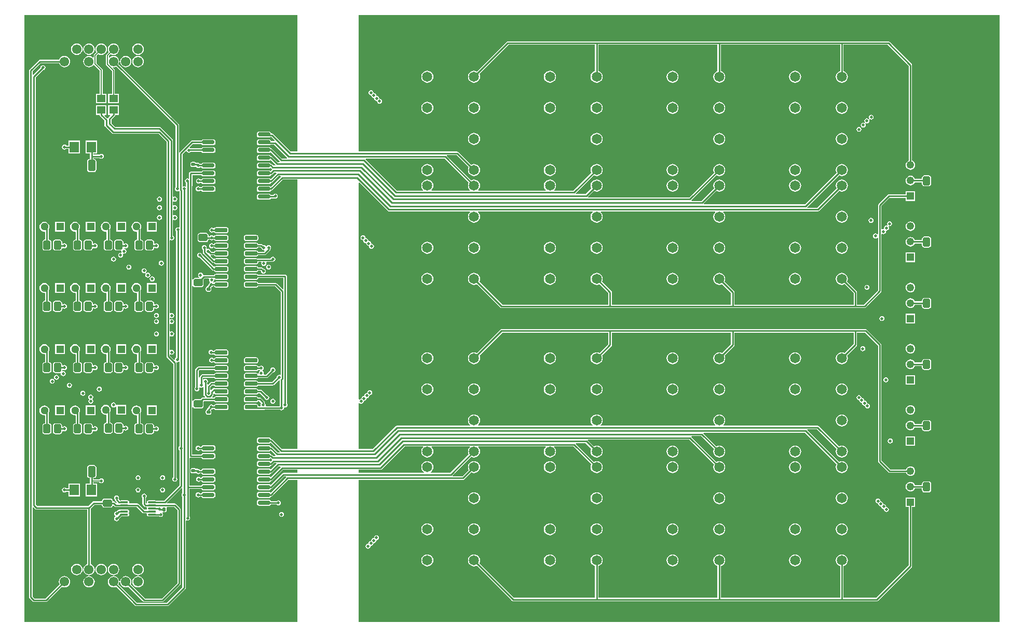
<source format=gtl>
G04 Layer_Physical_Order=1*
G04 Layer_Color=255*
%FSAX24Y24*%
%MOIN*%
G70*
G01*
G75*
G04:AMPARAMS|DCode=10|XSize=50mil|YSize=11mil|CornerRadius=2.8mil|HoleSize=0mil|Usage=FLASHONLY|Rotation=0.000|XOffset=0mil|YOffset=0mil|HoleType=Round|Shape=RoundedRectangle|*
%AMROUNDEDRECTD10*
21,1,0.0500,0.0055,0,0,0.0*
21,1,0.0445,0.0110,0,0,0.0*
1,1,0.0055,0.0222,-0.0028*
1,1,0.0055,-0.0222,-0.0028*
1,1,0.0055,-0.0222,0.0028*
1,1,0.0055,0.0222,0.0028*
%
%ADD10ROUNDEDRECTD10*%
G04:AMPARAMS|DCode=11|XSize=21.3mil|YSize=23.6mil|CornerRadius=5.5mil|HoleSize=0mil|Usage=FLASHONLY|Rotation=270.000|XOffset=0mil|YOffset=0mil|HoleType=Round|Shape=RoundedRectangle|*
%AMROUNDEDRECTD11*
21,1,0.0213,0.0126,0,0,270.0*
21,1,0.0102,0.0236,0,0,270.0*
1,1,0.0111,-0.0063,-0.0051*
1,1,0.0111,-0.0063,0.0051*
1,1,0.0111,0.0063,0.0051*
1,1,0.0111,0.0063,-0.0051*
%
%ADD11ROUNDEDRECTD11*%
G04:AMPARAMS|DCode=12|XSize=81.5mil|YSize=26mil|CornerRadius=6.8mil|HoleSize=0mil|Usage=FLASHONLY|Rotation=180.000|XOffset=0mil|YOffset=0mil|HoleType=Round|Shape=RoundedRectangle|*
%AMROUNDEDRECTD12*
21,1,0.0815,0.0125,0,0,180.0*
21,1,0.0680,0.0260,0,0,180.0*
1,1,0.0135,-0.0340,0.0062*
1,1,0.0135,0.0340,0.0062*
1,1,0.0135,0.0340,-0.0062*
1,1,0.0135,-0.0340,-0.0062*
%
%ADD12ROUNDEDRECTD12*%
G04:AMPARAMS|DCode=13|XSize=78.7mil|YSize=26mil|CornerRadius=6.8mil|HoleSize=0mil|Usage=FLASHONLY|Rotation=180.000|XOffset=0mil|YOffset=0mil|HoleType=Round|Shape=RoundedRectangle|*
%AMROUNDEDRECTD13*
21,1,0.0787,0.0125,0,0,180.0*
21,1,0.0652,0.0260,0,0,180.0*
1,1,0.0135,-0.0326,0.0062*
1,1,0.0135,0.0326,0.0062*
1,1,0.0135,0.0326,-0.0062*
1,1,0.0135,-0.0326,-0.0062*
%
%ADD13ROUNDEDRECTD13*%
G04:AMPARAMS|DCode=14|XSize=46.9mil|YSize=57.9mil|CornerRadius=9.8mil|HoleSize=0mil|Usage=FLASHONLY|Rotation=90.000|XOffset=0mil|YOffset=0mil|HoleType=Round|Shape=RoundedRectangle|*
%AMROUNDEDRECTD14*
21,1,0.0469,0.0382,0,0,90.0*
21,1,0.0272,0.0579,0,0,90.0*
1,1,0.0197,0.0191,0.0136*
1,1,0.0197,0.0191,-0.0136*
1,1,0.0197,-0.0191,-0.0136*
1,1,0.0197,-0.0191,0.0136*
%
%ADD14ROUNDEDRECTD14*%
G04:AMPARAMS|DCode=15|XSize=46.9mil|YSize=57.9mil|CornerRadius=9.8mil|HoleSize=0mil|Usage=FLASHONLY|Rotation=0.000|XOffset=0mil|YOffset=0mil|HoleType=Round|Shape=RoundedRectangle|*
%AMROUNDEDRECTD15*
21,1,0.0469,0.0382,0,0,0.0*
21,1,0.0272,0.0579,0,0,0.0*
1,1,0.0197,0.0136,-0.0191*
1,1,0.0197,-0.0136,-0.0191*
1,1,0.0197,-0.0136,0.0191*
1,1,0.0197,0.0136,0.0191*
%
%ADD15ROUNDEDRECTD15*%
%ADD16R,0.0571X0.0512*%
%ADD17R,0.0630X0.0709*%
G04:AMPARAMS|DCode=18|XSize=47.6mil|YSize=71.7mil|CornerRadius=9.8mil|HoleSize=0mil|Usage=FLASHONLY|Rotation=0.000|XOffset=0mil|YOffset=0mil|HoleType=Round|Shape=RoundedRectangle|*
%AMROUNDEDRECTD18*
21,1,0.0476,0.0521,0,0,0.0*
21,1,0.0281,0.0717,0,0,0.0*
1,1,0.0195,0.0141,-0.0261*
1,1,0.0195,-0.0141,-0.0261*
1,1,0.0195,-0.0141,0.0261*
1,1,0.0195,0.0141,0.0261*
%
%ADD18ROUNDEDRECTD18*%
G04:AMPARAMS|DCode=19|XSize=21.3mil|YSize=23.6mil|CornerRadius=5.5mil|HoleSize=0mil|Usage=FLASHONLY|Rotation=0.000|XOffset=0mil|YOffset=0mil|HoleType=Round|Shape=RoundedRectangle|*
%AMROUNDEDRECTD19*
21,1,0.0213,0.0126,0,0,0.0*
21,1,0.0102,0.0236,0,0,0.0*
1,1,0.0111,0.0051,-0.0063*
1,1,0.0111,-0.0051,-0.0063*
1,1,0.0111,-0.0051,0.0063*
1,1,0.0111,0.0051,0.0063*
%
%ADD19ROUNDEDRECTD19*%
%ADD20C,0.0100*%
%ADD21C,0.0059*%
%ADD22C,0.0610*%
%ADD23C,0.0650*%
%ADD24C,0.0492*%
%ADD25R,0.0492X0.0492*%
%ADD26R,0.0512X0.0512*%
%ADD27C,0.0512*%
%ADD28C,0.0197*%
G36*
X038644Y021259D02*
X038628Y021246D01*
X038566Y021166D01*
X038527Y021073D01*
X038514Y020972D01*
X038527Y020872D01*
X038562Y020790D01*
X037371Y019599D01*
X036128D01*
X036111Y019649D01*
X036175Y019699D01*
X036237Y019779D01*
X036276Y019872D01*
X036289Y019972D01*
X036276Y020073D01*
X036237Y020166D01*
X036175Y020246D01*
X036095Y020308D01*
X036002Y020347D01*
X035902Y020360D01*
X035801Y020347D01*
X035708Y020308D01*
X035628Y020246D01*
X035566Y020166D01*
X035527Y020073D01*
X035514Y019972D01*
X035527Y019872D01*
X035566Y019779D01*
X035628Y019699D01*
X035692Y019649D01*
X035675Y019599D01*
X031496D01*
Y019800D01*
X032899D01*
X032899Y019800D01*
X032941Y019809D01*
X032977Y019833D01*
X034451Y021306D01*
X035628D01*
X035644Y021259D01*
X035628Y021246D01*
X035566Y021166D01*
X035527Y021073D01*
X035514Y020972D01*
X035527Y020872D01*
X035566Y020779D01*
X035628Y020699D01*
X035708Y020637D01*
X035801Y020598D01*
X035902Y020585D01*
X036002Y020598D01*
X036095Y020637D01*
X036175Y020699D01*
X036237Y020779D01*
X036276Y020872D01*
X036289Y020972D01*
X036276Y021073D01*
X036237Y021166D01*
X036175Y021246D01*
X036159Y021259D01*
X036175Y021306D01*
X038628D01*
X038644Y021259D01*
D02*
G37*
G36*
X038562Y038265D02*
X038527Y038183D01*
X038514Y038083D01*
X038527Y037982D01*
X038566Y037889D01*
X038628Y037809D01*
X038634Y037804D01*
X038618Y037757D01*
X036186D01*
X036170Y037804D01*
X036175Y037809D01*
X036237Y037889D01*
X036276Y037982D01*
X036289Y038083D01*
X036276Y038183D01*
X036237Y038276D01*
X036175Y038357D01*
X036095Y038418D01*
X036002Y038457D01*
X035902Y038470D01*
X035801Y038457D01*
X035708Y038418D01*
X035628Y038357D01*
X035566Y038276D01*
X035527Y038183D01*
X035514Y038083D01*
X035527Y037982D01*
X035566Y037889D01*
X035628Y037809D01*
X035634Y037804D01*
X035618Y037757D01*
X033945D01*
X031928Y039774D01*
X031941Y039818D01*
X031946Y039824D01*
X037003D01*
X038562Y038265D01*
D02*
G37*
G36*
X072654Y010023D02*
X031496D01*
Y019155D01*
X038195D01*
X038195Y019155D01*
X038238Y019163D01*
X038274Y019188D01*
X038719Y019632D01*
X038801Y019598D01*
X038902Y019585D01*
X039002Y019598D01*
X039095Y019637D01*
X039175Y019699D01*
X039237Y019779D01*
X039276Y019872D01*
X039289Y019972D01*
X039276Y020073D01*
X039237Y020166D01*
X039175Y020246D01*
X039095Y020308D01*
X039002Y020347D01*
X038902Y020360D01*
X038801Y020347D01*
X038708Y020308D01*
X038628Y020246D01*
X038566Y020166D01*
X038527Y020073D01*
X038514Y019972D01*
X038527Y019872D01*
X038562Y019790D01*
X038149Y019377D01*
X037534D01*
X037514Y019427D01*
X038719Y020632D01*
X038801Y020598D01*
X038902Y020585D01*
X039002Y020598D01*
X039095Y020637D01*
X039175Y020699D01*
X039237Y020779D01*
X039276Y020872D01*
X039289Y020972D01*
X039276Y021073D01*
X039237Y021166D01*
X039175Y021246D01*
X039159Y021259D01*
X039175Y021306D01*
X043502D01*
X043518Y021259D01*
X043502Y021246D01*
X043440Y021166D01*
X043401Y021073D01*
X043388Y020972D01*
X043401Y020872D01*
X043440Y020779D01*
X043502Y020699D01*
X043582Y020637D01*
X043675Y020598D01*
X043776Y020585D01*
X043876Y020598D01*
X043969Y020637D01*
X044050Y020699D01*
X044111Y020779D01*
X044150Y020872D01*
X044163Y020972D01*
X044150Y021073D01*
X044111Y021166D01*
X044050Y021246D01*
X044033Y021259D01*
X044049Y021306D01*
X045285D01*
X046436Y020155D01*
X046401Y020073D01*
X046388Y019972D01*
X046401Y019872D01*
X046440Y019779D01*
X046502Y019699D01*
X046582Y019637D01*
X046675Y019598D01*
X046776Y019585D01*
X046876Y019598D01*
X046969Y019637D01*
X047049Y019699D01*
X047111Y019779D01*
X047150Y019872D01*
X047163Y019972D01*
X047150Y020073D01*
X047111Y020166D01*
X047049Y020246D01*
X046969Y020308D01*
X046876Y020347D01*
X046776Y020360D01*
X046675Y020347D01*
X046593Y020312D01*
X045427Y021478D01*
X045448Y021528D01*
X046063D01*
X046436Y021155D01*
X046401Y021073D01*
X046388Y020972D01*
X046401Y020872D01*
X046440Y020779D01*
X046502Y020699D01*
X046582Y020637D01*
X046675Y020598D01*
X046776Y020585D01*
X046876Y020598D01*
X046969Y020637D01*
X047049Y020699D01*
X047111Y020779D01*
X047150Y020872D01*
X047163Y020972D01*
X047150Y021073D01*
X047111Y021166D01*
X047049Y021246D01*
X046969Y021308D01*
X046876Y021347D01*
X046776Y021360D01*
X046675Y021347D01*
X046593Y021312D01*
X046205Y021700D01*
X046226Y021750D01*
X052715D01*
X054310Y020155D01*
X054275Y020073D01*
X054262Y019972D01*
X054275Y019872D01*
X054314Y019779D01*
X054376Y019699D01*
X054456Y019637D01*
X054549Y019598D01*
X054650Y019585D01*
X054750Y019598D01*
X054843Y019637D01*
X054924Y019699D01*
X054985Y019779D01*
X055024Y019872D01*
X055037Y019972D01*
X055024Y020073D01*
X054985Y020166D01*
X054924Y020246D01*
X054843Y020308D01*
X054750Y020347D01*
X054650Y020360D01*
X054549Y020347D01*
X054467Y020312D01*
X052857Y021922D01*
X052878Y021972D01*
X053493D01*
X054310Y021155D01*
X054275Y021073D01*
X054262Y020972D01*
X054275Y020872D01*
X054314Y020779D01*
X054376Y020699D01*
X054456Y020637D01*
X054549Y020598D01*
X054650Y020585D01*
X054750Y020598D01*
X054843Y020637D01*
X054924Y020699D01*
X054985Y020779D01*
X055024Y020872D01*
X055037Y020972D01*
X055024Y021073D01*
X054985Y021166D01*
X054924Y021246D01*
X054843Y021308D01*
X054750Y021347D01*
X054650Y021360D01*
X054549Y021347D01*
X054467Y021312D01*
X053635Y022144D01*
X053656Y022194D01*
X060144D01*
X062184Y020155D01*
X062149Y020073D01*
X062136Y019972D01*
X062149Y019872D01*
X062188Y019779D01*
X062250Y019699D01*
X062330Y019637D01*
X062423Y019598D01*
X062524Y019585D01*
X062624Y019598D01*
X062717Y019637D01*
X062798Y019699D01*
X062859Y019779D01*
X062898Y019872D01*
X062911Y019972D01*
X062898Y020073D01*
X062859Y020166D01*
X062798Y020246D01*
X062717Y020308D01*
X062624Y020347D01*
X062524Y020360D01*
X062423Y020347D01*
X062341Y020312D01*
X060287Y022366D01*
X060308Y022416D01*
X060922D01*
X062184Y021155D01*
X062149Y021073D01*
X062136Y020972D01*
X062149Y020872D01*
X062188Y020779D01*
X062250Y020699D01*
X062330Y020637D01*
X062423Y020598D01*
X062524Y020585D01*
X062624Y020598D01*
X062717Y020637D01*
X062798Y020699D01*
X062859Y020779D01*
X062898Y020872D01*
X062911Y020972D01*
X062898Y021073D01*
X062859Y021166D01*
X062798Y021246D01*
X062717Y021308D01*
X062624Y021347D01*
X062524Y021360D01*
X062423Y021347D01*
X062341Y021312D01*
X061047Y022606D01*
X061011Y022630D01*
X060968Y022639D01*
X060968Y022639D01*
X054923D01*
X054907Y022686D01*
X054924Y022699D01*
X054985Y022779D01*
X055024Y022872D01*
X055037Y022972D01*
X055024Y023073D01*
X054985Y023166D01*
X054924Y023246D01*
X054843Y023308D01*
X054750Y023347D01*
X054650Y023360D01*
X054549Y023347D01*
X054456Y023308D01*
X054376Y023246D01*
X054314Y023166D01*
X054275Y023073D01*
X054262Y022972D01*
X054275Y022872D01*
X054314Y022779D01*
X054376Y022699D01*
X054392Y022686D01*
X054376Y022639D01*
X047049D01*
X047033Y022686D01*
X047049Y022699D01*
X047111Y022779D01*
X047150Y022872D01*
X047163Y022972D01*
X047150Y023073D01*
X047111Y023166D01*
X047049Y023246D01*
X046969Y023308D01*
X046876Y023347D01*
X046776Y023360D01*
X046675Y023347D01*
X046582Y023308D01*
X046502Y023246D01*
X046440Y023166D01*
X046401Y023073D01*
X046388Y022972D01*
X046401Y022872D01*
X046440Y022779D01*
X046502Y022699D01*
X046518Y022686D01*
X046502Y022639D01*
X039175D01*
X039159Y022686D01*
X039175Y022699D01*
X039237Y022779D01*
X039276Y022872D01*
X039289Y022972D01*
X039276Y023073D01*
X039237Y023166D01*
X039175Y023246D01*
X039095Y023308D01*
X039002Y023347D01*
X038902Y023360D01*
X038801Y023347D01*
X038708Y023308D01*
X038628Y023246D01*
X038566Y023166D01*
X038527Y023073D01*
X038514Y022972D01*
X038527Y022872D01*
X038566Y022779D01*
X038628Y022699D01*
X038644Y022686D01*
X038628Y022639D01*
X033945D01*
X033902Y022630D01*
X033866Y022606D01*
X032393Y021133D01*
X031496D01*
Y024075D01*
X031520Y024088D01*
X031546Y024095D01*
X031592Y024064D01*
X031654Y024052D01*
X031715Y024064D01*
X031767Y024099D01*
X031802Y024151D01*
X031809Y024188D01*
X031828Y024220D01*
X031860Y024239D01*
X031897Y024246D01*
X031949Y024281D01*
X031984Y024333D01*
X031991Y024370D01*
X032010Y024403D01*
X032042Y024421D01*
X032079Y024428D01*
X032131Y024463D01*
X032166Y024515D01*
X032173Y024552D01*
X032192Y024585D01*
X032224Y024603D01*
X032261Y024610D01*
X032313Y024645D01*
X032348Y024697D01*
X032360Y024759D01*
X032348Y024820D01*
X032313Y024872D01*
X032261Y024907D01*
X032200Y024919D01*
X032138Y024907D01*
X032086Y024872D01*
X032051Y024820D01*
X032044Y024783D01*
X032026Y024751D01*
X031993Y024732D01*
X031956Y024725D01*
X031904Y024690D01*
X031869Y024638D01*
X031862Y024601D01*
X031843Y024569D01*
X031811Y024550D01*
X031774Y024543D01*
X031722Y024508D01*
X031687Y024456D01*
X031680Y024419D01*
X031661Y024387D01*
X031629Y024368D01*
X031592Y024361D01*
X031546Y024330D01*
X031520Y024337D01*
X031496Y024350D01*
Y038256D01*
X031542Y038275D01*
X033360Y036457D01*
X033360Y036457D01*
X033396Y036433D01*
X033439Y036424D01*
X033439Y036424D01*
X038634D01*
X038651Y036374D01*
X038628Y036357D01*
X038566Y036276D01*
X038527Y036183D01*
X038514Y036083D01*
X038527Y035982D01*
X038566Y035889D01*
X038628Y035809D01*
X038708Y035747D01*
X038801Y035709D01*
X038902Y035695D01*
X039002Y035709D01*
X039095Y035747D01*
X039175Y035809D01*
X039237Y035889D01*
X039276Y035982D01*
X039289Y036083D01*
X039276Y036183D01*
X039237Y036276D01*
X039175Y036357D01*
X039152Y036374D01*
X039169Y036424D01*
X046508D01*
X046525Y036374D01*
X046502Y036357D01*
X046440Y036276D01*
X046401Y036183D01*
X046388Y036083D01*
X046401Y035982D01*
X046440Y035889D01*
X046502Y035809D01*
X046582Y035747D01*
X046675Y035709D01*
X046776Y035695D01*
X046876Y035709D01*
X046969Y035747D01*
X047049Y035809D01*
X047111Y035889D01*
X047150Y035982D01*
X047163Y036083D01*
X047150Y036183D01*
X047111Y036276D01*
X047049Y036357D01*
X047027Y036374D01*
X047043Y036424D01*
X054382D01*
X054399Y036374D01*
X054376Y036357D01*
X054314Y036276D01*
X054275Y036183D01*
X054262Y036083D01*
X054275Y035982D01*
X054314Y035889D01*
X054376Y035809D01*
X054456Y035747D01*
X054549Y035709D01*
X054650Y035695D01*
X054750Y035709D01*
X054843Y035747D01*
X054924Y035809D01*
X054985Y035889D01*
X055024Y035982D01*
X055037Y036083D01*
X055024Y036183D01*
X054985Y036276D01*
X054924Y036357D01*
X054901Y036374D01*
X054917Y036424D01*
X060976D01*
X060976Y036424D01*
X061019Y036433D01*
X061055Y036457D01*
X062341Y037743D01*
X062423Y037709D01*
X062524Y037695D01*
X062624Y037709D01*
X062717Y037747D01*
X062798Y037809D01*
X062859Y037889D01*
X062898Y037982D01*
X062911Y038083D01*
X062898Y038183D01*
X062859Y038276D01*
X062798Y038357D01*
X062717Y038418D01*
X062624Y038457D01*
X062524Y038470D01*
X062423Y038457D01*
X062330Y038418D01*
X062250Y038357D01*
X062188Y038276D01*
X062149Y038183D01*
X062136Y038083D01*
X062149Y037982D01*
X062184Y037900D01*
X060930Y036647D01*
X060316D01*
X060295Y036697D01*
X062341Y038743D01*
X062423Y038709D01*
X062524Y038695D01*
X062624Y038709D01*
X062717Y038747D01*
X062798Y038809D01*
X062859Y038889D01*
X062898Y038982D01*
X062911Y039083D01*
X062898Y039183D01*
X062859Y039276D01*
X062798Y039357D01*
X062717Y039418D01*
X062624Y039457D01*
X062524Y039470D01*
X062423Y039457D01*
X062330Y039418D01*
X062250Y039357D01*
X062188Y039276D01*
X062149Y039183D01*
X062136Y039083D01*
X062149Y038982D01*
X062184Y038900D01*
X060152Y036869D01*
X053664D01*
X053643Y036919D01*
X054467Y037743D01*
X054549Y037709D01*
X054650Y037695D01*
X054750Y037709D01*
X054843Y037747D01*
X054924Y037809D01*
X054985Y037889D01*
X055024Y037982D01*
X055037Y038083D01*
X055024Y038183D01*
X054985Y038276D01*
X054924Y038357D01*
X054843Y038418D01*
X054750Y038457D01*
X054650Y038470D01*
X054549Y038457D01*
X054456Y038418D01*
X054376Y038357D01*
X054314Y038276D01*
X054275Y038183D01*
X054262Y038083D01*
X054275Y037982D01*
X054310Y037900D01*
X053500Y037091D01*
X052886D01*
X052865Y037141D01*
X054467Y038743D01*
X054549Y038709D01*
X054650Y038695D01*
X054750Y038709D01*
X054843Y038747D01*
X054924Y038809D01*
X054985Y038889D01*
X055024Y038982D01*
X055037Y039083D01*
X055024Y039183D01*
X054985Y039276D01*
X054924Y039357D01*
X054843Y039418D01*
X054750Y039457D01*
X054650Y039470D01*
X054549Y039457D01*
X054456Y039418D01*
X054376Y039357D01*
X054314Y039276D01*
X054275Y039183D01*
X054262Y039083D01*
X054275Y038982D01*
X054310Y038900D01*
X052722Y037313D01*
X046234D01*
X046213Y037363D01*
X046593Y037743D01*
X046675Y037709D01*
X046776Y037695D01*
X046876Y037709D01*
X046969Y037747D01*
X047049Y037809D01*
X047111Y037889D01*
X047150Y037982D01*
X047163Y038083D01*
X047150Y038183D01*
X047111Y038276D01*
X047049Y038357D01*
X046969Y038418D01*
X046876Y038457D01*
X046776Y038470D01*
X046675Y038457D01*
X046582Y038418D01*
X046502Y038357D01*
X046440Y038276D01*
X046401Y038183D01*
X046388Y038083D01*
X046401Y037982D01*
X046436Y037900D01*
X046070Y037535D01*
X045456D01*
X045435Y037585D01*
X046593Y038743D01*
X046675Y038709D01*
X046776Y038695D01*
X046876Y038709D01*
X046969Y038747D01*
X047049Y038809D01*
X047111Y038889D01*
X047150Y038982D01*
X047163Y039083D01*
X047150Y039183D01*
X047111Y039276D01*
X047049Y039357D01*
X046969Y039418D01*
X046876Y039457D01*
X046776Y039470D01*
X046675Y039457D01*
X046582Y039418D01*
X046502Y039357D01*
X046440Y039276D01*
X046401Y039183D01*
X046388Y039083D01*
X046401Y038982D01*
X046436Y038900D01*
X045293Y037757D01*
X044060D01*
X044044Y037804D01*
X044050Y037809D01*
X044111Y037889D01*
X044150Y037982D01*
X044163Y038083D01*
X044150Y038183D01*
X044111Y038276D01*
X044050Y038357D01*
X043969Y038418D01*
X043876Y038457D01*
X043776Y038470D01*
X043675Y038457D01*
X043582Y038418D01*
X043502Y038357D01*
X043440Y038276D01*
X043401Y038183D01*
X043388Y038083D01*
X043401Y037982D01*
X043440Y037889D01*
X043502Y037809D01*
X043508Y037804D01*
X043492Y037757D01*
X039186D01*
X039170Y037804D01*
X039175Y037809D01*
X039237Y037889D01*
X039276Y037982D01*
X039289Y038083D01*
X039276Y038183D01*
X039237Y038276D01*
X039175Y038357D01*
X039095Y038418D01*
X039002Y038457D01*
X038902Y038470D01*
X038801Y038457D01*
X038719Y038423D01*
X037145Y039996D01*
X037166Y040046D01*
X037781D01*
X038562Y039265D01*
X038527Y039183D01*
X038514Y039083D01*
X038527Y038982D01*
X038566Y038889D01*
X038628Y038809D01*
X038708Y038747D01*
X038801Y038709D01*
X038902Y038695D01*
X039002Y038709D01*
X039095Y038747D01*
X039175Y038809D01*
X039237Y038889D01*
X039276Y038982D01*
X039289Y039083D01*
X039276Y039183D01*
X039237Y039276D01*
X039175Y039357D01*
X039095Y039418D01*
X039002Y039457D01*
X038902Y039470D01*
X038801Y039457D01*
X038719Y039423D01*
X037905Y040236D01*
X037869Y040260D01*
X037827Y040269D01*
X037827Y040269D01*
X031496D01*
Y049032D01*
X072654D01*
Y010023D01*
D02*
G37*
G36*
X027559Y040269D02*
X027132D01*
X026002Y041399D01*
X025966Y041423D01*
X025923Y041431D01*
X025923Y041431D01*
X025871D01*
Y041432D01*
X025861Y041482D01*
X025833Y041524D01*
X025791Y041552D01*
X025742Y041562D01*
X025089D01*
X025040Y041552D01*
X024998Y041524D01*
X024970Y041482D01*
X024960Y041432D01*
Y041308D01*
X024970Y041258D01*
X024998Y041216D01*
X025040Y041188D01*
X025089Y041179D01*
X025742D01*
X025791Y041188D01*
X025821Y041209D01*
X025877D01*
X026105Y040981D01*
X026084Y040931D01*
X025871D01*
Y040932D01*
X025861Y040982D01*
X025833Y041024D01*
X025791Y041052D01*
X025742Y041062D01*
X025089D01*
X025040Y041052D01*
X024998Y041024D01*
X024970Y040982D01*
X024960Y040932D01*
Y040808D01*
X024970Y040758D01*
X024998Y040716D01*
X025040Y040688D01*
X025089Y040679D01*
X025742D01*
X025791Y040688D01*
X025821Y040709D01*
X026063D01*
X026904Y039868D01*
X026890Y039824D01*
X026886Y039818D01*
X026569D01*
X025938Y040449D01*
X025902Y040473D01*
X025861Y040481D01*
X025861Y040482D01*
X025833Y040524D01*
X025791Y040552D01*
X025742Y040562D01*
X025089D01*
X025040Y040552D01*
X024998Y040524D01*
X024970Y040482D01*
X024960Y040432D01*
Y040308D01*
X024970Y040258D01*
X024998Y040216D01*
X025040Y040188D01*
X025089Y040179D01*
X025742D01*
X025791Y040188D01*
X025833Y040216D01*
X025853Y040218D01*
X026426Y039646D01*
X026405Y039596D01*
X026291D01*
X025938Y039949D01*
X025902Y039973D01*
X025861Y039981D01*
X025861Y039982D01*
X025833Y040024D01*
X025791Y040052D01*
X025742Y040062D01*
X025089D01*
X025040Y040052D01*
X024998Y040024D01*
X024970Y039982D01*
X024960Y039932D01*
Y039808D01*
X024970Y039758D01*
X024998Y039716D01*
X025040Y039688D01*
X025089Y039679D01*
X025742D01*
X025791Y039688D01*
X025833Y039716D01*
X025853Y039718D01*
X026148Y039424D01*
X026127Y039374D01*
X026013D01*
X025938Y039449D01*
X025902Y039473D01*
X025861Y039481D01*
X025861Y039482D01*
X025833Y039524D01*
X025791Y039552D01*
X025742Y039562D01*
X025089D01*
X025040Y039552D01*
X024998Y039524D01*
X024970Y039482D01*
X024960Y039432D01*
Y039308D01*
X024970Y039258D01*
X024998Y039216D01*
X025040Y039188D01*
X025089Y039179D01*
X025742D01*
X025791Y039188D01*
X025833Y039216D01*
X025853Y039218D01*
X025888Y039184D01*
X025924Y039160D01*
X025928Y039154D01*
X025938Y039106D01*
X025853Y039022D01*
X025833Y039024D01*
X025791Y039052D01*
X025742Y039062D01*
X025089D01*
X025040Y039052D01*
X024998Y039024D01*
X024970Y038982D01*
X024960Y038932D01*
Y038808D01*
X024970Y038758D01*
X024998Y038716D01*
X025040Y038688D01*
X025089Y038679D01*
X025742D01*
X025791Y038688D01*
X025833Y038716D01*
X025861Y038758D01*
X025861Y038759D01*
X025902Y038767D01*
X025938Y038791D01*
X026076Y038929D01*
X026190D01*
X026211Y038879D01*
X025853Y038522D01*
X025833Y038524D01*
X025791Y038552D01*
X025742Y038562D01*
X025089D01*
X025040Y038552D01*
X024998Y038524D01*
X024970Y038482D01*
X024960Y038432D01*
Y038308D01*
X024970Y038258D01*
X024998Y038216D01*
X025040Y038188D01*
X025089Y038179D01*
X025742D01*
X025791Y038188D01*
X025833Y038216D01*
X025861Y038258D01*
X025861Y038259D01*
X025902Y038267D01*
X025938Y038291D01*
X026354Y038707D01*
X026468D01*
X026489Y038657D01*
X025853Y038022D01*
X025833Y038024D01*
X025791Y038052D01*
X025742Y038062D01*
X025089D01*
X025040Y038052D01*
X024998Y038024D01*
X024970Y037982D01*
X024960Y037932D01*
Y037808D01*
X024970Y037758D01*
X024998Y037716D01*
X025040Y037688D01*
X025089Y037679D01*
X025742D01*
X025791Y037688D01*
X025833Y037716D01*
X025861Y037758D01*
X025861Y037759D01*
X025902Y037767D01*
X025938Y037791D01*
X026631Y038485D01*
X027559D01*
Y021133D01*
X026569D01*
X025938Y021764D01*
X025902Y021788D01*
X025861Y021796D01*
X025861Y021797D01*
X025833Y021839D01*
X025791Y021867D01*
X025742Y021876D01*
X025089D01*
X025040Y021867D01*
X024998Y021839D01*
X024970Y021797D01*
X024960Y021747D01*
Y021623D01*
X024970Y021573D01*
X024998Y021531D01*
X025040Y021503D01*
X025089Y021494D01*
X025742D01*
X025791Y021503D01*
X025833Y021531D01*
X025853Y021533D01*
X026426Y020961D01*
X026405Y020911D01*
X026291D01*
X025938Y021264D01*
X025902Y021288D01*
X025861Y021296D01*
X025861Y021297D01*
X025833Y021339D01*
X025791Y021367D01*
X025742Y021377D01*
X025089D01*
X025040Y021367D01*
X024998Y021339D01*
X024970Y021297D01*
X024960Y021247D01*
Y021123D01*
X024970Y021073D01*
X024998Y021031D01*
X025040Y021003D01*
X025089Y020994D01*
X025742D01*
X025791Y021003D01*
X025833Y021031D01*
X025853Y021033D01*
X026148Y020739D01*
X026127Y020689D01*
X026013D01*
X025938Y020764D01*
X025902Y020788D01*
X025861Y020796D01*
X025861Y020797D01*
X025833Y020839D01*
X025791Y020867D01*
X025742Y020877D01*
X025089D01*
X025040Y020867D01*
X024998Y020839D01*
X024970Y020797D01*
X024960Y020747D01*
Y020623D01*
X024970Y020573D01*
X024998Y020531D01*
X025040Y020503D01*
X025089Y020494D01*
X025742D01*
X025791Y020503D01*
X025833Y020531D01*
X025853Y020533D01*
X025888Y020499D01*
X025924Y020475D01*
X025928Y020469D01*
X025938Y020421D01*
X025853Y020337D01*
X025833Y020339D01*
X025791Y020367D01*
X025742Y020377D01*
X025089D01*
X025040Y020367D01*
X024998Y020339D01*
X024970Y020297D01*
X024960Y020247D01*
Y020123D01*
X024970Y020073D01*
X024998Y020031D01*
X025040Y020003D01*
X025089Y019994D01*
X025742D01*
X025791Y020003D01*
X025833Y020031D01*
X025861Y020073D01*
X025861Y020074D01*
X025902Y020082D01*
X025938Y020106D01*
X026076Y020244D01*
X026190D01*
X026211Y020194D01*
X025853Y019837D01*
X025833Y019839D01*
X025791Y019867D01*
X025742Y019877D01*
X025089D01*
X025040Y019867D01*
X024998Y019839D01*
X024970Y019797D01*
X024960Y019747D01*
Y019623D01*
X024970Y019573D01*
X024998Y019531D01*
X025040Y019503D01*
X025089Y019494D01*
X025742D01*
X025791Y019503D01*
X025833Y019531D01*
X025861Y019573D01*
X025861Y019574D01*
X025902Y019582D01*
X025938Y019606D01*
X026354Y020022D01*
X026468D01*
X026489Y019972D01*
X025853Y019337D01*
X025833Y019339D01*
X025791Y019367D01*
X025742Y019376D01*
X025089D01*
X025040Y019367D01*
X024998Y019339D01*
X024970Y019297D01*
X024960Y019247D01*
Y019123D01*
X024970Y019073D01*
X024998Y019031D01*
X025040Y019003D01*
X025089Y018994D01*
X025742D01*
X025791Y019003D01*
X025833Y019031D01*
X025861Y019073D01*
X025861Y019074D01*
X025902Y019082D01*
X025938Y019106D01*
X026631Y019800D01*
X027559D01*
Y019599D01*
X026662D01*
X026662Y019599D01*
X026620Y019591D01*
X026584Y019567D01*
X025853Y018837D01*
X025833Y018839D01*
X025791Y018867D01*
X025742Y018877D01*
X025089D01*
X025040Y018867D01*
X024998Y018839D01*
X024970Y018797D01*
X024960Y018747D01*
Y018623D01*
X024970Y018573D01*
X024998Y018531D01*
X025040Y018503D01*
X025089Y018494D01*
X025742D01*
X025791Y018503D01*
X025833Y018531D01*
X025861Y018573D01*
X025861Y018574D01*
X025902Y018582D01*
X025938Y018606D01*
X026708Y019377D01*
X026823D01*
X026844Y019327D01*
X025853Y018337D01*
X025833Y018339D01*
X025791Y018367D01*
X025742Y018376D01*
X025089D01*
X025040Y018367D01*
X024998Y018339D01*
X024970Y018297D01*
X024960Y018247D01*
Y018123D01*
X024970Y018073D01*
X024998Y018031D01*
X025040Y018003D01*
X025089Y017994D01*
X025742D01*
X025791Y018003D01*
X025833Y018031D01*
X025861Y018073D01*
X025861Y018074D01*
X025902Y018082D01*
X025938Y018106D01*
X026986Y019155D01*
X027559D01*
Y010023D01*
X010023D01*
Y049032D01*
X027559D01*
Y040269D01*
D02*
G37*
%LPC*%
G36*
X038902Y025360D02*
X038801Y025347D01*
X038708Y025308D01*
X038628Y025246D01*
X038566Y025166D01*
X038527Y025073D01*
X038514Y024972D01*
X038527Y024872D01*
X038566Y024779D01*
X038628Y024699D01*
X038708Y024637D01*
X038801Y024598D01*
X038902Y024585D01*
X039002Y024598D01*
X039095Y024637D01*
X039175Y024699D01*
X039237Y024779D01*
X039276Y024872D01*
X039289Y024972D01*
X039276Y025073D01*
X039237Y025166D01*
X039175Y025246D01*
X039095Y025308D01*
X039002Y025347D01*
X038902Y025360D01*
D02*
G37*
G36*
X051650D02*
X051549Y025347D01*
X051456Y025308D01*
X051376Y025246D01*
X051314Y025166D01*
X051275Y025073D01*
X051262Y024972D01*
X051275Y024872D01*
X051314Y024779D01*
X051376Y024699D01*
X051456Y024637D01*
X051549Y024598D01*
X051650Y024585D01*
X051750Y024598D01*
X051843Y024637D01*
X051924Y024699D01*
X051985Y024779D01*
X052024Y024872D01*
X052037Y024972D01*
X052024Y025073D01*
X051985Y025166D01*
X051924Y025246D01*
X051843Y025308D01*
X051750Y025347D01*
X051650Y025360D01*
D02*
G37*
G36*
X043776D02*
X043675Y025347D01*
X043582Y025308D01*
X043502Y025246D01*
X043440Y025166D01*
X043401Y025073D01*
X043388Y024972D01*
X043401Y024872D01*
X043440Y024779D01*
X043502Y024699D01*
X043582Y024637D01*
X043675Y024598D01*
X043776Y024585D01*
X043876Y024598D01*
X043969Y024637D01*
X044050Y024699D01*
X044111Y024779D01*
X044150Y024872D01*
X044163Y024972D01*
X044150Y025073D01*
X044111Y025166D01*
X044050Y025246D01*
X043969Y025308D01*
X043876Y025347D01*
X043776Y025360D01*
D02*
G37*
G36*
X046776D02*
X046675Y025347D01*
X046582Y025308D01*
X046502Y025246D01*
X046440Y025166D01*
X046401Y025073D01*
X046388Y024972D01*
X046401Y024872D01*
X046440Y024779D01*
X046502Y024699D01*
X046582Y024637D01*
X046675Y024598D01*
X046776Y024585D01*
X046876Y024598D01*
X046969Y024637D01*
X047049Y024699D01*
X047111Y024779D01*
X047150Y024872D01*
X047163Y024972D01*
X047150Y025073D01*
X047111Y025166D01*
X047049Y025246D01*
X046969Y025308D01*
X046876Y025347D01*
X046776Y025360D01*
D02*
G37*
G36*
X054650D02*
X054549Y025347D01*
X054456Y025308D01*
X054376Y025246D01*
X054314Y025166D01*
X054275Y025073D01*
X054262Y024972D01*
X054275Y024872D01*
X054314Y024779D01*
X054376Y024699D01*
X054456Y024637D01*
X054549Y024598D01*
X054650Y024585D01*
X054750Y024598D01*
X054843Y024637D01*
X054924Y024699D01*
X054985Y024779D01*
X055024Y024872D01*
X055037Y024972D01*
X055024Y025073D01*
X054985Y025166D01*
X054924Y025246D01*
X054843Y025308D01*
X054750Y025347D01*
X054650Y025360D01*
D02*
G37*
G36*
X012913Y025397D02*
X012852Y025385D01*
X012800Y025350D01*
X012765Y025298D01*
X012753Y025236D01*
X012765Y025175D01*
X012800Y025123D01*
X012852Y025088D01*
X012913Y025076D01*
X012975Y025088D01*
X013027Y025123D01*
X013062Y025175D01*
X013074Y025236D01*
X013062Y025298D01*
X013027Y025350D01*
X012975Y025385D01*
X012913Y025397D01*
D02*
G37*
G36*
X067234Y025896D02*
X066624D01*
Y025285D01*
X067234D01*
Y025896D01*
D02*
G37*
G36*
X011811Y025654D02*
X011750Y025642D01*
X011697Y025607D01*
X011663Y025555D01*
X011650Y025494D01*
X011663Y025432D01*
X011697Y025380D01*
X011750Y025345D01*
X011811Y025333D01*
X011872Y025345D01*
X011925Y025380D01*
X011959Y025432D01*
X011972Y025494D01*
X011959Y025555D01*
X011925Y025607D01*
X011872Y025642D01*
X011811Y025654D01*
D02*
G37*
G36*
X059524Y025360D02*
X059423Y025347D01*
X059330Y025308D01*
X059250Y025246D01*
X059188Y025166D01*
X059149Y025073D01*
X059136Y024972D01*
X059149Y024872D01*
X059188Y024779D01*
X059250Y024699D01*
X059330Y024637D01*
X059423Y024598D01*
X059524Y024585D01*
X059624Y024598D01*
X059717Y024637D01*
X059798Y024699D01*
X059859Y024779D01*
X059898Y024872D01*
X059911Y024972D01*
X059898Y025073D01*
X059859Y025166D01*
X059798Y025246D01*
X059717Y025308D01*
X059624Y025347D01*
X059524Y025360D01*
D02*
G37*
G36*
X062524D02*
X062423Y025347D01*
X062330Y025308D01*
X062250Y025246D01*
X062188Y025166D01*
X062149Y025073D01*
X062136Y024972D01*
X062149Y024872D01*
X062188Y024779D01*
X062250Y024699D01*
X062330Y024637D01*
X062423Y024598D01*
X062524Y024585D01*
X062624Y024598D01*
X062717Y024637D01*
X062798Y024699D01*
X062859Y024779D01*
X062898Y024872D01*
X062911Y024972D01*
X062898Y025073D01*
X062859Y025166D01*
X062798Y025246D01*
X062717Y025308D01*
X062624Y025347D01*
X062524Y025360D01*
D02*
G37*
G36*
X014828Y025146D02*
X014766Y025133D01*
X014714Y025099D01*
X014679Y025046D01*
X014667Y024985D01*
X014679Y024924D01*
X014714Y024871D01*
X014766Y024837D01*
X014828Y024824D01*
X014889Y024837D01*
X014941Y024871D01*
X014976Y024924D01*
X014988Y024985D01*
X014976Y025046D01*
X014941Y025099D01*
X014889Y025133D01*
X014828Y025146D01*
D02*
G37*
G36*
X018532Y023937D02*
X017901D01*
Y023307D01*
X018532D01*
Y023937D01*
D02*
G37*
G36*
X066929Y023961D02*
X066849Y023951D01*
X066775Y023920D01*
X066712Y023871D01*
X066663Y023807D01*
X066632Y023733D01*
X066621Y023654D01*
X066632Y023574D01*
X066663Y023500D01*
X066712Y023436D01*
X066775Y023387D01*
X066849Y023356D01*
X066929Y023346D01*
X067009Y023356D01*
X067083Y023387D01*
X067147Y023436D01*
X067196Y023500D01*
X067226Y023574D01*
X067237Y023654D01*
X067226Y023733D01*
X067196Y023807D01*
X067147Y023871D01*
X067083Y023920D01*
X067009Y023951D01*
X066929Y023961D01*
D02*
G37*
G36*
X015748Y024137D02*
X015687Y024125D01*
X015634Y024090D01*
X015600Y024038D01*
X015587Y023976D01*
X015600Y023915D01*
X015634Y023863D01*
X015687Y023828D01*
X015748Y023816D01*
X015809Y023828D01*
X015862Y023863D01*
X015883Y023895D01*
X015933Y023880D01*
Y023346D01*
X016563D01*
Y023976D01*
X015956D01*
X015933Y023976D01*
X015901Y024013D01*
X015896Y024038D01*
X015862Y024090D01*
X015809Y024125D01*
X015748Y024137D01*
D02*
G37*
G36*
X014595Y023937D02*
X013964D01*
Y023307D01*
X014595D01*
Y023937D01*
D02*
G37*
G36*
X062524Y023360D02*
X062423Y023347D01*
X062330Y023308D01*
X062250Y023246D01*
X062188Y023166D01*
X062149Y023073D01*
X062136Y022972D01*
X062149Y022872D01*
X062188Y022779D01*
X062250Y022699D01*
X062330Y022637D01*
X062423Y022598D01*
X062524Y022585D01*
X062624Y022598D01*
X062717Y022637D01*
X062798Y022699D01*
X062859Y022779D01*
X062898Y022872D01*
X062911Y022972D01*
X062898Y023073D01*
X062859Y023166D01*
X062798Y023246D01*
X062717Y023308D01*
X062624Y023347D01*
X062524Y023360D01*
D02*
G37*
G36*
X068102Y022989D02*
X067831D01*
X067769Y022977D01*
X067717Y022942D01*
X067682Y022890D01*
X067670Y022829D01*
Y022749D01*
X067220D01*
X067196Y022807D01*
X067147Y022871D01*
X067083Y022920D01*
X067009Y022951D01*
X066929Y022961D01*
X066849Y022951D01*
X066775Y022920D01*
X066712Y022871D01*
X066663Y022807D01*
X066632Y022733D01*
X066621Y022654D01*
X066632Y022574D01*
X066663Y022500D01*
X066712Y022436D01*
X066775Y022387D01*
X066849Y022356D01*
X066929Y022346D01*
X067009Y022356D01*
X067083Y022387D01*
X067147Y022436D01*
X067196Y022500D01*
X067207Y022527D01*
X067670D01*
Y022447D01*
X067682Y022385D01*
X067717Y022333D01*
X067769Y022299D01*
X067831Y022286D01*
X068102D01*
X068164Y022299D01*
X068216Y022333D01*
X068251Y022385D01*
X068263Y022447D01*
Y022829D01*
X068251Y022890D01*
X068216Y022942D01*
X068164Y022977D01*
X068102Y022989D01*
D02*
G37*
G36*
X012626Y023937D02*
X011996D01*
Y023307D01*
X012626D01*
Y023937D01*
D02*
G37*
G36*
X024917Y025032D02*
X024237D01*
X024187Y025022D01*
X024146Y024994D01*
X024118Y024952D01*
X024108Y024903D01*
Y024778D01*
X024118Y024729D01*
X024146Y024687D01*
X024187Y024659D01*
X024237Y024649D01*
X024917D01*
X024966Y024659D01*
X025008Y024687D01*
X025036Y024729D01*
X025036Y024729D01*
X025153D01*
X025431Y024452D01*
X025430Y024449D01*
X025442Y024387D01*
X025477Y024335D01*
X025529Y024300D01*
X025591Y024288D01*
X025652Y024300D01*
X025704Y024335D01*
X025739Y024387D01*
X025751Y024449D01*
X025739Y024510D01*
X025704Y024562D01*
X025652Y024597D01*
X025591Y024609D01*
X025588Y024609D01*
X025277Y024919D01*
X025241Y024943D01*
X025199Y024952D01*
X025199Y024952D01*
X025036D01*
X025036Y024952D01*
X025008Y024994D01*
X024966Y025022D01*
X024917Y025032D01*
D02*
G37*
G36*
X013780Y024885D02*
X013718Y024873D01*
X013666Y024838D01*
X013631Y024786D01*
X013619Y024724D01*
X013631Y024663D01*
X013666Y024611D01*
X013718Y024576D01*
X013780Y024564D01*
X013841Y024576D01*
X013893Y024611D01*
X013928Y024663D01*
X013940Y024724D01*
X013928Y024786D01*
X013893Y024838D01*
X013841Y024873D01*
X013780Y024885D01*
D02*
G37*
G36*
X035902Y025360D02*
X035801Y025347D01*
X035708Y025308D01*
X035628Y025246D01*
X035566Y025166D01*
X035527Y025073D01*
X035514Y024972D01*
X035527Y024872D01*
X035566Y024779D01*
X035628Y024699D01*
X035708Y024637D01*
X035801Y024598D01*
X035902Y024585D01*
X036002Y024598D01*
X036095Y024637D01*
X036175Y024699D01*
X036237Y024779D01*
X036276Y024872D01*
X036289Y024972D01*
X036276Y025073D01*
X036237Y025166D01*
X036175Y025246D01*
X036095Y025308D01*
X036002Y025347D01*
X035902Y025360D01*
D02*
G37*
G36*
X025984Y024373D02*
X025923Y024361D01*
X025871Y024326D01*
X025836Y024274D01*
X025824Y024213D01*
X025836Y024151D01*
X025871Y024099D01*
X025923Y024064D01*
X025984Y024052D01*
X026046Y024064D01*
X026098Y024099D01*
X026133Y024151D01*
X026145Y024213D01*
X026133Y024274D01*
X026098Y024326D01*
X026046Y024361D01*
X025984Y024373D01*
D02*
G37*
G36*
X063622Y024609D02*
X063561Y024597D01*
X063509Y024562D01*
X063474Y024510D01*
X063461Y024449D01*
X063474Y024387D01*
X063509Y024335D01*
X063561Y024300D01*
X063598Y024293D01*
X063630Y024275D01*
X063648Y024243D01*
X063656Y024205D01*
X063691Y024153D01*
X063743Y024118D01*
X063780Y024111D01*
X063812Y024093D01*
X063830Y024060D01*
X063838Y024023D01*
X063873Y023971D01*
X063925Y023936D01*
X063962Y023929D01*
X063994Y023910D01*
X064012Y023878D01*
X064020Y023841D01*
X064055Y023789D01*
X064107Y023754D01*
X064168Y023742D01*
X064230Y023754D01*
X064282Y023789D01*
X064317Y023841D01*
X064329Y023903D01*
X064317Y023964D01*
X064282Y024016D01*
X064230Y024051D01*
X064192Y024058D01*
X064160Y024077D01*
X064142Y024109D01*
X064135Y024146D01*
X064100Y024198D01*
X064048Y024233D01*
X064010Y024240D01*
X063978Y024259D01*
X063960Y024291D01*
X063952Y024328D01*
X063918Y024380D01*
X063866Y024415D01*
X063828Y024423D01*
X063796Y024441D01*
X063778Y024473D01*
X063770Y024510D01*
X063736Y024562D01*
X063683Y024597D01*
X063622Y024609D01*
D02*
G37*
G36*
X023007Y024032D02*
X022327D01*
X022278Y024022D01*
X022236Y023994D01*
X022208Y023952D01*
X022208Y023952D01*
X022145D01*
X022143Y023954D01*
X022091Y023989D01*
X022030Y024001D01*
X021968Y023989D01*
X021916Y023954D01*
X021881Y023902D01*
X021869Y023841D01*
X021870Y023838D01*
X021772Y023740D01*
X021748Y023704D01*
X021742Y023674D01*
X021705Y023649D01*
X021680Y023611D01*
X021671Y023567D01*
Y023465D01*
X021680Y023420D01*
X021705Y023382D01*
X021743Y023357D01*
X021788Y023348D01*
X021913D01*
X021958Y023357D01*
X021996Y023382D01*
X022021Y023420D01*
X022030Y023465D01*
Y023567D01*
X022021Y023611D01*
X022003Y023638D01*
X022032Y023680D01*
X022091Y023692D01*
X022143Y023727D01*
X022145Y023729D01*
X022208D01*
X022208Y023729D01*
X022236Y023687D01*
X022278Y023659D01*
X022327Y023649D01*
X023007D01*
X023057Y023659D01*
X023099Y023687D01*
X023127Y023729D01*
X023136Y023778D01*
Y023903D01*
X023127Y023952D01*
X023099Y023994D01*
X023057Y024022D01*
X023007Y024032D01*
D02*
G37*
G36*
X014286Y024631D02*
X014224Y024618D01*
X014172Y024584D01*
X014137Y024532D01*
X014125Y024470D01*
X014137Y024409D01*
X014160Y024375D01*
X014178Y024326D01*
X014143Y024274D01*
X014131Y024213D01*
X014143Y024151D01*
X014178Y024099D01*
X014230Y024064D01*
X014291Y024052D01*
X014353Y024064D01*
X014405Y024099D01*
X014440Y024151D01*
X014452Y024213D01*
X014440Y024274D01*
X014417Y024308D01*
X014399Y024357D01*
X014434Y024409D01*
X014446Y024470D01*
X014434Y024532D01*
X014399Y024584D01*
X014347Y024618D01*
X014286Y024631D01*
D02*
G37*
G36*
X012626Y027874D02*
X011996D01*
Y027244D01*
X012626D01*
Y027874D01*
D02*
G37*
G36*
X014595D02*
X013964D01*
Y027244D01*
X014595D01*
Y027874D01*
D02*
G37*
G36*
X016563D02*
X015933D01*
Y027244D01*
X016563D01*
Y027874D01*
D02*
G37*
G36*
X023007Y027032D02*
X022327D01*
X022278Y027022D01*
X022236Y026994D01*
X022214Y026961D01*
X022173Y026961D01*
X022161Y026964D01*
X022109Y026999D01*
X022047Y027011D01*
X021986Y026999D01*
X021934Y026964D01*
X021899Y026912D01*
X021887Y026850D01*
X021899Y026789D01*
X021934Y026737D01*
X021986Y026702D01*
X022047Y026690D01*
X022109Y026702D01*
X022150Y026729D01*
X022208D01*
X022208Y026729D01*
X022236Y026687D01*
X022278Y026659D01*
X022327Y026649D01*
X023007D01*
X023057Y026659D01*
X023099Y026687D01*
X023127Y026729D01*
X023136Y026778D01*
Y026903D01*
X023127Y026952D01*
X023099Y026994D01*
X023057Y027022D01*
X023007Y027032D01*
D02*
G37*
G36*
X059524Y027360D02*
X059423Y027347D01*
X059330Y027308D01*
X059250Y027246D01*
X059188Y027166D01*
X059149Y027073D01*
X059136Y026972D01*
X059149Y026872D01*
X059188Y026779D01*
X059250Y026699D01*
X059330Y026637D01*
X059423Y026598D01*
X059524Y026585D01*
X059624Y026598D01*
X059717Y026637D01*
X059798Y026699D01*
X059859Y026779D01*
X059898Y026872D01*
X059911Y026972D01*
X059898Y027073D01*
X059859Y027166D01*
X059798Y027246D01*
X059717Y027308D01*
X059624Y027347D01*
X059524Y027360D01*
D02*
G37*
G36*
X024917Y027032D02*
X024237D01*
X024187Y027022D01*
X024146Y026994D01*
X024118Y026952D01*
X024108Y026903D01*
Y026778D01*
X024118Y026729D01*
X024146Y026687D01*
X024187Y026659D01*
X024237Y026649D01*
X024917D01*
X024966Y026659D01*
X025008Y026687D01*
X025036Y026729D01*
X025046Y026778D01*
Y026903D01*
X025036Y026952D01*
X025008Y026994D01*
X024966Y027022D01*
X024917Y027032D01*
D02*
G37*
G36*
X068102Y026926D02*
X067831D01*
X067769Y026914D01*
X067717Y026879D01*
X067682Y026827D01*
X067670Y026766D01*
Y026702D01*
X067213D01*
X067196Y026744D01*
X067147Y026808D01*
X067083Y026857D01*
X067009Y026888D01*
X066929Y026898D01*
X066849Y026888D01*
X066775Y026857D01*
X066712Y026808D01*
X066663Y026744D01*
X066632Y026670D01*
X066621Y026591D01*
X066632Y026511D01*
X066663Y026437D01*
X066712Y026373D01*
X066775Y026324D01*
X066849Y026293D01*
X066929Y026283D01*
X067009Y026293D01*
X067083Y026324D01*
X067147Y026373D01*
X067196Y026437D01*
X067213Y026479D01*
X067670D01*
Y026384D01*
X067682Y026322D01*
X067717Y026270D01*
X067769Y026236D01*
X067831Y026223D01*
X068102D01*
X068164Y026236D01*
X068216Y026270D01*
X068251Y026322D01*
X068263Y026384D01*
Y026766D01*
X068251Y026827D01*
X068216Y026879D01*
X068164Y026914D01*
X068102Y026926D01*
D02*
G37*
G36*
X018504Y028704D02*
X018442Y028692D01*
X018390Y028657D01*
X018356Y028605D01*
X018343Y028543D01*
X018356Y028482D01*
X018390Y028430D01*
X018442Y028395D01*
X018504Y028383D01*
X018565Y028395D01*
X018617Y028430D01*
X018652Y028482D01*
X018664Y028543D01*
X018652Y028605D01*
X018617Y028657D01*
X018565Y028692D01*
X018504Y028704D01*
D02*
G37*
G36*
X064055Y028851D02*
X064055Y028851D01*
X040669D01*
X040669Y028851D01*
X040627Y028843D01*
X040591Y028819D01*
X039084Y027312D01*
X039002Y027347D01*
X038902Y027360D01*
X038801Y027347D01*
X038708Y027308D01*
X038628Y027246D01*
X038566Y027166D01*
X038527Y027073D01*
X038514Y026972D01*
X038527Y026872D01*
X038566Y026779D01*
X038628Y026699D01*
X038708Y026637D01*
X038801Y026598D01*
X038902Y026585D01*
X039002Y026598D01*
X039095Y026637D01*
X039175Y026699D01*
X039237Y026779D01*
X039276Y026872D01*
X039289Y026972D01*
X039276Y027073D01*
X039242Y027155D01*
X040715Y028629D01*
X047527D01*
Y027881D01*
X046958Y027312D01*
X046876Y027347D01*
X046776Y027360D01*
X046675Y027347D01*
X046582Y027308D01*
X046502Y027246D01*
X046440Y027166D01*
X046401Y027073D01*
X046388Y026972D01*
X046401Y026872D01*
X046440Y026779D01*
X046502Y026699D01*
X046582Y026637D01*
X046675Y026598D01*
X046776Y026585D01*
X046876Y026598D01*
X046969Y026637D01*
X047049Y026699D01*
X047111Y026779D01*
X047150Y026872D01*
X047163Y026972D01*
X047150Y027073D01*
X047116Y027155D01*
X047716Y027756D01*
X047716Y027756D01*
X047741Y027792D01*
X047749Y027835D01*
X047749Y027835D01*
Y028629D01*
X055401D01*
Y027881D01*
X054832Y027312D01*
X054750Y027347D01*
X054650Y027360D01*
X054549Y027347D01*
X054456Y027308D01*
X054376Y027246D01*
X054314Y027166D01*
X054275Y027073D01*
X054262Y026972D01*
X054275Y026872D01*
X054314Y026779D01*
X054376Y026699D01*
X054456Y026637D01*
X054549Y026598D01*
X054650Y026585D01*
X054750Y026598D01*
X054843Y026637D01*
X054924Y026699D01*
X054985Y026779D01*
X055024Y026872D01*
X055037Y026972D01*
X055024Y027073D01*
X054990Y027155D01*
X055590Y027756D01*
X055615Y027792D01*
X055623Y027835D01*
X055623Y027835D01*
Y028629D01*
X063275D01*
Y027881D01*
X062706Y027312D01*
X062624Y027347D01*
X062524Y027360D01*
X062423Y027347D01*
X062330Y027308D01*
X062250Y027246D01*
X062188Y027166D01*
X062149Y027073D01*
X062136Y026972D01*
X062149Y026872D01*
X062188Y026779D01*
X062250Y026699D01*
X062330Y026637D01*
X062423Y026598D01*
X062524Y026585D01*
X062624Y026598D01*
X062717Y026637D01*
X062798Y026699D01*
X062859Y026779D01*
X062898Y026872D01*
X062911Y026972D01*
X062898Y027073D01*
X062864Y027155D01*
X063464Y027756D01*
X063489Y027792D01*
X063497Y027835D01*
X063497Y027835D01*
Y028629D01*
X064009D01*
X064849Y027789D01*
Y020354D01*
X064849Y020354D01*
X064858Y020312D01*
X064882Y020276D01*
X065520Y019638D01*
X065520Y019638D01*
X065556Y019614D01*
X065598Y019605D01*
X066645D01*
X066663Y019563D01*
X066712Y019499D01*
X066775Y019450D01*
X066849Y019419D01*
X066929Y019409D01*
X067009Y019419D01*
X067083Y019450D01*
X067147Y019499D01*
X067196Y019563D01*
X067226Y019637D01*
X067237Y019717D01*
X067226Y019796D01*
X067196Y019870D01*
X067147Y019934D01*
X067083Y019983D01*
X067009Y020014D01*
X066929Y020024D01*
X066849Y020014D01*
X066775Y019983D01*
X066712Y019934D01*
X066663Y019870D01*
X066645Y019828D01*
X065644D01*
X065072Y020400D01*
Y027835D01*
X065063Y027877D01*
X065039Y027913D01*
X065039Y027913D01*
X064134Y028819D01*
X064098Y028843D01*
X064055Y028851D01*
D02*
G37*
G36*
X018504Y029491D02*
X018442Y029479D01*
X018390Y029444D01*
X018356Y029392D01*
X018343Y029331D01*
X018356Y029269D01*
X018390Y029217D01*
X018442Y029182D01*
X018504Y029170D01*
X018565Y029182D01*
X018617Y029217D01*
X018652Y029269D01*
X018664Y029331D01*
X018652Y029392D01*
X018617Y029444D01*
X018565Y029479D01*
X018504Y029491D01*
D02*
G37*
G36*
X023007Y027532D02*
X022327D01*
X022278Y027522D01*
X022236Y027494D01*
X022208Y027452D01*
X022208Y027452D01*
X022137D01*
X022121Y027476D01*
X022069Y027511D01*
X022008Y027523D01*
X021946Y027511D01*
X021894Y027476D01*
X021860Y027424D01*
X021847Y027362D01*
X021860Y027301D01*
X021894Y027249D01*
X021946Y027214D01*
X022008Y027202D01*
X022069Y027214D01*
X022093Y027229D01*
X022208D01*
X022208Y027229D01*
X022236Y027187D01*
X022278Y027159D01*
X022327Y027149D01*
X023007D01*
X023057Y027159D01*
X023099Y027187D01*
X023127Y027229D01*
X023136Y027278D01*
Y027403D01*
X023127Y027452D01*
X023099Y027494D01*
X023057Y027522D01*
X023007Y027532D01*
D02*
G37*
G36*
X018532Y027874D02*
X017901D01*
Y027244D01*
X018532D01*
Y027874D01*
D02*
G37*
G36*
X066929Y027898D02*
X066849Y027888D01*
X066775Y027857D01*
X066712Y027808D01*
X066663Y027744D01*
X066632Y027670D01*
X066621Y027591D01*
X066632Y027511D01*
X066663Y027437D01*
X066712Y027373D01*
X066775Y027324D01*
X066849Y027293D01*
X066929Y027283D01*
X067009Y027293D01*
X067083Y027324D01*
X067147Y027373D01*
X067196Y027437D01*
X067226Y027511D01*
X067237Y027591D01*
X067226Y027670D01*
X067196Y027744D01*
X067147Y027808D01*
X067083Y027857D01*
X067009Y027888D01*
X066929Y027898D01*
D02*
G37*
G36*
X063872Y027751D02*
X063810Y027739D01*
X063758Y027704D01*
X063723Y027652D01*
X063711Y027591D01*
X063723Y027529D01*
X063758Y027477D01*
X063810Y027442D01*
X063872Y027430D01*
X063933Y027442D01*
X063985Y027477D01*
X064020Y027529D01*
X064032Y027591D01*
X064020Y027652D01*
X063985Y027704D01*
X063933Y027739D01*
X063872Y027751D01*
D02*
G37*
G36*
X015248Y027877D02*
X015166Y027866D01*
X015089Y027834D01*
X015023Y027784D01*
X014973Y027718D01*
X014941Y027641D01*
X014930Y027559D01*
X014941Y027477D01*
X014973Y027400D01*
X015023Y027334D01*
X015089Y027284D01*
X015166Y027252D01*
X015248Y027241D01*
X015259Y027243D01*
X015296Y027210D01*
Y026729D01*
X015272D01*
X015210Y026717D01*
X015158Y026682D01*
X015123Y026630D01*
X015111Y026569D01*
Y026187D01*
X015123Y026126D01*
X015158Y026073D01*
X015210Y026039D01*
X015272Y026026D01*
X015543D01*
X015605Y026039D01*
X015657Y026073D01*
X015692Y026126D01*
X015704Y026187D01*
Y026569D01*
X015692Y026630D01*
X015657Y026682D01*
X015605Y026717D01*
X015543Y026729D01*
X015519D01*
Y027394D01*
X015523Y027400D01*
X015555Y027477D01*
X015566Y027559D01*
X015555Y027641D01*
X015523Y027718D01*
X015473Y027784D01*
X015407Y027834D01*
X015330Y027866D01*
X015248Y027877D01*
D02*
G37*
G36*
X017217D02*
X017134Y027866D01*
X017058Y027834D01*
X016992Y027784D01*
X016941Y027718D01*
X016910Y027641D01*
X016899Y027559D01*
X016910Y027477D01*
X016941Y027400D01*
X016992Y027334D01*
X017058Y027284D01*
X017134Y027252D01*
X017217Y027241D01*
X017227Y027243D01*
X017265Y027210D01*
Y026729D01*
X017240D01*
X017179Y026717D01*
X017127Y026682D01*
X017092Y026630D01*
X017080Y026569D01*
Y026187D01*
X017092Y026126D01*
X017127Y026073D01*
X017179Y026039D01*
X017240Y026026D01*
X017512D01*
X017573Y026039D01*
X017625Y026073D01*
X017660Y026126D01*
X017672Y026187D01*
Y026569D01*
X017660Y026630D01*
X017625Y026682D01*
X017573Y026717D01*
X017512Y026729D01*
X017487D01*
Y027394D01*
X017492Y027400D01*
X017523Y027477D01*
X017534Y027559D01*
X017523Y027641D01*
X017492Y027718D01*
X017441Y027784D01*
X017375Y027834D01*
X017299Y027866D01*
X017217Y027877D01*
D02*
G37*
G36*
X024917Y026532D02*
X024237D01*
X024187Y026522D01*
X024146Y026494D01*
X024118Y026452D01*
X024108Y026403D01*
Y026278D01*
X024118Y026229D01*
X024146Y026187D01*
X024187Y026159D01*
X024237Y026149D01*
X024917D01*
X024966Y026159D01*
X025008Y026187D01*
X025036Y026229D01*
X025036Y026229D01*
X025120D01*
X025123Y026225D01*
X025143Y026211D01*
Y026151D01*
X025123Y026137D01*
X025088Y026085D01*
X025076Y026024D01*
X025077Y026019D01*
X025035Y025971D01*
X025023Y025971D01*
X025008Y025994D01*
X024966Y026022D01*
X024917Y026032D01*
X024237D01*
X024187Y026022D01*
X024146Y025994D01*
X024118Y025952D01*
X024108Y025903D01*
Y025778D01*
X024118Y025729D01*
X024146Y025687D01*
X024187Y025659D01*
X024237Y025649D01*
X024917D01*
X024966Y025659D01*
X025008Y025687D01*
X025020Y025705D01*
X025580D01*
X025580Y025705D01*
X025622Y025713D01*
X025659Y025738D01*
X025981Y026060D01*
X025984Y026060D01*
X026046Y026072D01*
X026098Y026107D01*
X026133Y026159D01*
X026145Y026220D01*
X026133Y026282D01*
X026098Y026334D01*
X026046Y026369D01*
X025984Y026381D01*
X025923Y026369D01*
X025871Y026334D01*
X025836Y026282D01*
X025824Y026220D01*
X025824Y026218D01*
X025534Y025927D01*
X025417D01*
X025388Y025977D01*
X025397Y026024D01*
X025385Y026085D01*
X025350Y026137D01*
X025329Y026151D01*
Y026211D01*
X025350Y026225D01*
X025385Y026277D01*
X025397Y026339D01*
X025385Y026400D01*
X025350Y026452D01*
X025298Y026487D01*
X025236Y026499D01*
X025175Y026487D01*
X025123Y026452D01*
X025122Y026452D01*
X025036D01*
X025036Y026452D01*
X025008Y026494D01*
X024966Y026522D01*
X024917Y026532D01*
D02*
G37*
G36*
X013280Y027877D02*
X013197Y027866D01*
X013121Y027834D01*
X013055Y027784D01*
X013004Y027718D01*
X012973Y027641D01*
X012962Y027559D01*
X012973Y027477D01*
X013004Y027400D01*
X013055Y027334D01*
X013121Y027284D01*
X013197Y027252D01*
X013280Y027241D01*
X013290Y027243D01*
X013328Y027210D01*
Y026729D01*
X013303D01*
X013242Y026717D01*
X013190Y026682D01*
X013155Y026630D01*
X013143Y026569D01*
Y026187D01*
X013155Y026126D01*
X013190Y026073D01*
X013242Y026039D01*
X013303Y026026D01*
X013575D01*
X013636Y026039D01*
X013688Y026073D01*
X013723Y026126D01*
X013735Y026187D01*
Y026569D01*
X013723Y026630D01*
X013688Y026682D01*
X013636Y026717D01*
X013575Y026729D01*
X013550D01*
Y027394D01*
X013555Y027400D01*
X013586Y027477D01*
X013597Y027559D01*
X013586Y027641D01*
X013555Y027718D01*
X013504Y027784D01*
X013438Y027834D01*
X013362Y027866D01*
X013280Y027877D01*
D02*
G37*
G36*
X065354Y025751D02*
X065293Y025739D01*
X065241Y025704D01*
X065206Y025652D01*
X065194Y025591D01*
X065206Y025529D01*
X065241Y025477D01*
X065293Y025442D01*
X065354Y025430D01*
X065416Y025442D01*
X065468Y025477D01*
X065503Y025529D01*
X065515Y025591D01*
X065503Y025652D01*
X065468Y025704D01*
X065416Y025739D01*
X065354Y025751D01*
D02*
G37*
G36*
X012087Y025909D02*
X012025Y025896D01*
X011973Y025862D01*
X011938Y025809D01*
X011926Y025748D01*
X011938Y025687D01*
X011973Y025634D01*
X012025Y025600D01*
X012087Y025587D01*
X012148Y025600D01*
X012200Y025634D01*
X012235Y025687D01*
X012247Y025748D01*
X012235Y025809D01*
X012200Y025862D01*
X012148Y025896D01*
X012087Y025909D01*
D02*
G37*
G36*
X011311Y027877D02*
X011229Y027866D01*
X011152Y027834D01*
X011086Y027784D01*
X011036Y027718D01*
X011004Y027641D01*
X010993Y027559D01*
X011004Y027477D01*
X011036Y027400D01*
X011086Y027334D01*
X011152Y027284D01*
X011229Y027252D01*
X011311Y027241D01*
X011322Y027243D01*
X011359Y027210D01*
Y026729D01*
X011335D01*
X011273Y026717D01*
X011221Y026682D01*
X011186Y026630D01*
X011174Y026569D01*
Y026187D01*
X011186Y026126D01*
X011221Y026073D01*
X011273Y026039D01*
X011335Y026026D01*
X011606D01*
X011668Y026039D01*
X011720Y026073D01*
X011755Y026126D01*
X011767Y026187D01*
Y026569D01*
X011755Y026630D01*
X011720Y026682D01*
X011668Y026717D01*
X011606Y026729D01*
X011582D01*
Y027394D01*
X011586Y027400D01*
X011618Y027477D01*
X011629Y027559D01*
X011618Y027641D01*
X011586Y027718D01*
X011536Y027784D01*
X011470Y027834D01*
X011393Y027866D01*
X011311Y027877D01*
D02*
G37*
G36*
X035902Y027360D02*
X035801Y027347D01*
X035708Y027308D01*
X035628Y027246D01*
X035566Y027166D01*
X035527Y027073D01*
X035514Y026972D01*
X035527Y026872D01*
X035566Y026779D01*
X035628Y026699D01*
X035708Y026637D01*
X035801Y026598D01*
X035902Y026585D01*
X036002Y026598D01*
X036095Y026637D01*
X036175Y026699D01*
X036237Y026779D01*
X036276Y026872D01*
X036289Y026972D01*
X036276Y027073D01*
X036237Y027166D01*
X036175Y027246D01*
X036095Y027308D01*
X036002Y027347D01*
X035902Y027360D01*
D02*
G37*
G36*
X043776D02*
X043675Y027347D01*
X043582Y027308D01*
X043502Y027246D01*
X043440Y027166D01*
X043401Y027073D01*
X043388Y026972D01*
X043401Y026872D01*
X043440Y026779D01*
X043502Y026699D01*
X043582Y026637D01*
X043675Y026598D01*
X043776Y026585D01*
X043876Y026598D01*
X043969Y026637D01*
X044050Y026699D01*
X044111Y026779D01*
X044150Y026872D01*
X044163Y026972D01*
X044150Y027073D01*
X044111Y027166D01*
X044050Y027246D01*
X043969Y027308D01*
X043876Y027347D01*
X043776Y027360D01*
D02*
G37*
G36*
X051650D02*
X051549Y027347D01*
X051456Y027308D01*
X051376Y027246D01*
X051314Y027166D01*
X051275Y027073D01*
X051262Y026972D01*
X051275Y026872D01*
X051314Y026779D01*
X051376Y026699D01*
X051456Y026637D01*
X051549Y026598D01*
X051650Y026585D01*
X051750Y026598D01*
X051843Y026637D01*
X051924Y026699D01*
X051985Y026779D01*
X052024Y026872D01*
X052037Y026972D01*
X052024Y027073D01*
X051985Y027166D01*
X051924Y027246D01*
X051843Y027308D01*
X051750Y027347D01*
X051650Y027360D01*
D02*
G37*
G36*
X018193Y026729D02*
X017921D01*
X017860Y026717D01*
X017808Y026682D01*
X017773Y026630D01*
X017761Y026569D01*
Y026187D01*
X017773Y026126D01*
X017808Y026073D01*
X017860Y026039D01*
X017921Y026026D01*
X018193D01*
X018254Y026039D01*
X018306Y026073D01*
X018341Y026126D01*
X018353Y026187D01*
Y026234D01*
X018360Y026239D01*
X018403Y026256D01*
X018442Y026230D01*
X018504Y026217D01*
X018565Y026230D01*
X018617Y026264D01*
X018652Y026317D01*
X018664Y026378D01*
X018652Y026439D01*
X018617Y026491D01*
X018565Y026526D01*
X018504Y026539D01*
X018442Y026526D01*
X018403Y026500D01*
X018360Y026517D01*
X018353Y026522D01*
Y026569D01*
X018341Y026630D01*
X018306Y026682D01*
X018254Y026717D01*
X018193Y026729D01*
D02*
G37*
G36*
X012287D02*
X012016D01*
X011954Y026717D01*
X011902Y026682D01*
X011867Y026630D01*
X011855Y026569D01*
Y026187D01*
X011867Y026126D01*
X011902Y026073D01*
X011954Y026039D01*
X012016Y026026D01*
X012287D01*
X012318Y026032D01*
X012360Y025991D01*
X012359Y025984D01*
X012371Y025923D01*
X012406Y025871D01*
X012458Y025836D01*
X012520Y025824D01*
X012581Y025836D01*
X012633Y025871D01*
X012668Y025923D01*
X012680Y025984D01*
X012668Y026046D01*
X012633Y026098D01*
X012581Y026133D01*
X012520Y026145D01*
X012489Y026139D01*
X012447Y026180D01*
X012448Y026187D01*
Y026234D01*
X012455Y026239D01*
X012498Y026256D01*
X012537Y026230D01*
X012598Y026217D01*
X012660Y026230D01*
X012712Y026264D01*
X012747Y026317D01*
X012759Y026378D01*
X012747Y026439D01*
X012712Y026491D01*
X012660Y026526D01*
X012598Y026539D01*
X012537Y026526D01*
X012498Y026500D01*
X012455Y026517D01*
X012448Y026522D01*
Y026569D01*
X012436Y026630D01*
X012401Y026682D01*
X012349Y026717D01*
X012287Y026729D01*
D02*
G37*
G36*
X014256D02*
X013984D01*
X013923Y026717D01*
X013871Y026682D01*
X013836Y026630D01*
X013824Y026569D01*
Y026187D01*
X013836Y026126D01*
X013871Y026073D01*
X013923Y026039D01*
X013984Y026026D01*
X014256D01*
X014317Y026039D01*
X014369Y026073D01*
X014404Y026126D01*
X014416Y026187D01*
Y026234D01*
X014423Y026239D01*
X014466Y026256D01*
X014505Y026230D01*
X014567Y026217D01*
X014628Y026230D01*
X014680Y026264D01*
X014715Y026317D01*
X014727Y026378D01*
X014715Y026439D01*
X014680Y026491D01*
X014628Y026526D01*
X014567Y026539D01*
X014505Y026526D01*
X014466Y026500D01*
X014423Y026517D01*
X014416Y026522D01*
Y026569D01*
X014404Y026630D01*
X014369Y026682D01*
X014317Y026717D01*
X014256Y026729D01*
D02*
G37*
G36*
X016224D02*
X015953D01*
X015891Y026717D01*
X015839Y026682D01*
X015804Y026630D01*
X015792Y026569D01*
Y026187D01*
X015804Y026126D01*
X015839Y026073D01*
X015891Y026039D01*
X015953Y026026D01*
X016224D01*
X016286Y026039D01*
X016338Y026073D01*
X016373Y026126D01*
X016385Y026187D01*
Y026234D01*
X016392Y026239D01*
X016435Y026256D01*
X016474Y026230D01*
X016535Y026217D01*
X016597Y026230D01*
X016649Y026264D01*
X016684Y026317D01*
X016696Y026378D01*
X016684Y026439D01*
X016649Y026491D01*
X016597Y026526D01*
X016535Y026539D01*
X016474Y026526D01*
X016435Y026500D01*
X016392Y026517D01*
X016385Y026522D01*
Y026569D01*
X016373Y026630D01*
X016338Y026682D01*
X016286Y026717D01*
X016224Y026729D01*
D02*
G37*
G36*
Y022832D02*
X015953D01*
X015891Y022820D01*
X015839Y022785D01*
X015804Y022733D01*
X015792Y022671D01*
Y022289D01*
X015804Y022228D01*
X015839Y022176D01*
X015891Y022141D01*
X015953Y022129D01*
X016224D01*
X016286Y022141D01*
X016338Y022176D01*
X016373Y022228D01*
X016385Y022289D01*
Y022336D01*
X016392Y022341D01*
X016435Y022358D01*
X016474Y022332D01*
X016535Y022320D01*
X016597Y022332D01*
X016649Y022367D01*
X016684Y022419D01*
X016696Y022480D01*
X016684Y022542D01*
X016649Y022594D01*
X016597Y022629D01*
X016535Y022641D01*
X016474Y022629D01*
X016435Y022603D01*
X016392Y022619D01*
X016385Y022625D01*
Y022671D01*
X016373Y022733D01*
X016338Y022785D01*
X016286Y022820D01*
X016224Y022832D01*
D02*
G37*
G36*
X051650Y016360D02*
X051549Y016347D01*
X051456Y016308D01*
X051376Y016246D01*
X051314Y016166D01*
X051275Y016073D01*
X051262Y015972D01*
X051275Y015872D01*
X051314Y015779D01*
X051376Y015699D01*
X051456Y015637D01*
X051549Y015598D01*
X051650Y015585D01*
X051750Y015598D01*
X051843Y015637D01*
X051924Y015699D01*
X051985Y015779D01*
X052024Y015872D01*
X052037Y015972D01*
X052024Y016073D01*
X051985Y016166D01*
X051924Y016246D01*
X051843Y016308D01*
X051750Y016347D01*
X051650Y016360D01*
D02*
G37*
G36*
X054650D02*
X054549Y016347D01*
X054456Y016308D01*
X054376Y016246D01*
X054314Y016166D01*
X054275Y016073D01*
X054262Y015972D01*
X054275Y015872D01*
X054314Y015779D01*
X054376Y015699D01*
X054456Y015637D01*
X054549Y015598D01*
X054650Y015585D01*
X054750Y015598D01*
X054843Y015637D01*
X054924Y015699D01*
X054985Y015779D01*
X055024Y015872D01*
X055037Y015972D01*
X055024Y016073D01*
X054985Y016166D01*
X054924Y016246D01*
X054843Y016308D01*
X054750Y016347D01*
X054650Y016360D01*
D02*
G37*
G36*
X059524D02*
X059423Y016347D01*
X059330Y016308D01*
X059250Y016246D01*
X059188Y016166D01*
X059149Y016073D01*
X059136Y015972D01*
X059149Y015872D01*
X059188Y015779D01*
X059250Y015699D01*
X059330Y015637D01*
X059423Y015598D01*
X059524Y015585D01*
X059624Y015598D01*
X059717Y015637D01*
X059798Y015699D01*
X059859Y015779D01*
X059898Y015872D01*
X059911Y015972D01*
X059898Y016073D01*
X059859Y016166D01*
X059798Y016246D01*
X059717Y016308D01*
X059624Y016347D01*
X059524Y016360D01*
D02*
G37*
G36*
X038902D02*
X038801Y016347D01*
X038708Y016308D01*
X038628Y016246D01*
X038566Y016166D01*
X038527Y016073D01*
X038514Y015972D01*
X038527Y015872D01*
X038566Y015779D01*
X038628Y015699D01*
X038708Y015637D01*
X038801Y015598D01*
X038902Y015585D01*
X039002Y015598D01*
X039095Y015637D01*
X039175Y015699D01*
X039237Y015779D01*
X039276Y015872D01*
X039289Y015972D01*
X039276Y016073D01*
X039237Y016166D01*
X039175Y016246D01*
X039095Y016308D01*
X039002Y016347D01*
X038902Y016360D01*
D02*
G37*
G36*
X043776D02*
X043675Y016347D01*
X043582Y016308D01*
X043502Y016246D01*
X043440Y016166D01*
X043401Y016073D01*
X043388Y015972D01*
X043401Y015872D01*
X043440Y015779D01*
X043502Y015699D01*
X043582Y015637D01*
X043675Y015598D01*
X043776Y015585D01*
X043876Y015598D01*
X043969Y015637D01*
X044050Y015699D01*
X044111Y015779D01*
X044150Y015872D01*
X044163Y015972D01*
X044150Y016073D01*
X044111Y016166D01*
X044050Y016246D01*
X043969Y016308D01*
X043876Y016347D01*
X043776Y016360D01*
D02*
G37*
G36*
X046776D02*
X046675Y016347D01*
X046582Y016308D01*
X046502Y016246D01*
X046440Y016166D01*
X046401Y016073D01*
X046388Y015972D01*
X046401Y015872D01*
X046440Y015779D01*
X046502Y015699D01*
X046582Y015637D01*
X046675Y015598D01*
X046776Y015585D01*
X046876Y015598D01*
X046969Y015637D01*
X047049Y015699D01*
X047111Y015779D01*
X047150Y015872D01*
X047163Y015972D01*
X047150Y016073D01*
X047111Y016166D01*
X047049Y016246D01*
X046969Y016308D01*
X046876Y016347D01*
X046776Y016360D01*
D02*
G37*
G36*
X062524D02*
X062423Y016347D01*
X062330Y016308D01*
X062250Y016246D01*
X062188Y016166D01*
X062149Y016073D01*
X062136Y015972D01*
X062149Y015872D01*
X062188Y015779D01*
X062250Y015699D01*
X062330Y015637D01*
X062423Y015598D01*
X062524Y015585D01*
X062624Y015598D01*
X062717Y015637D01*
X062798Y015699D01*
X062859Y015779D01*
X062898Y015872D01*
X062911Y015972D01*
X062898Y016073D01*
X062859Y016166D01*
X062798Y016246D01*
X062717Y016308D01*
X062624Y016347D01*
X062524Y016360D01*
D02*
G37*
G36*
X025742Y017876D02*
X025089D01*
X025040Y017867D01*
X024998Y017839D01*
X024970Y017797D01*
X024960Y017747D01*
Y017623D01*
X024970Y017573D01*
X024998Y017531D01*
X025040Y017503D01*
X025089Y017494D01*
X025742D01*
X025791Y017503D01*
X025833Y017531D01*
X025861Y017573D01*
X025861Y017574D01*
X026218D01*
X026225Y017564D01*
X026277Y017529D01*
X026339Y017517D01*
X026400Y017529D01*
X026452Y017564D01*
X026487Y017616D01*
X026499Y017677D01*
X026487Y017739D01*
X026452Y017791D01*
X026400Y017826D01*
X026339Y017838D01*
X026277Y017826D01*
X026233Y017796D01*
X025861D01*
X025861Y017797D01*
X025833Y017839D01*
X025791Y017867D01*
X025742Y017876D01*
D02*
G37*
G36*
X038902Y018360D02*
X038801Y018347D01*
X038708Y018308D01*
X038628Y018246D01*
X038566Y018166D01*
X038527Y018073D01*
X038514Y017972D01*
X038527Y017872D01*
X038566Y017779D01*
X038628Y017699D01*
X038708Y017637D01*
X038801Y017598D01*
X038902Y017585D01*
X039002Y017598D01*
X039095Y017637D01*
X039175Y017699D01*
X039237Y017779D01*
X039276Y017872D01*
X039289Y017972D01*
X039276Y018073D01*
X039237Y018166D01*
X039175Y018246D01*
X039095Y018308D01*
X039002Y018347D01*
X038902Y018360D01*
D02*
G37*
G36*
X046776D02*
X046675Y018347D01*
X046582Y018308D01*
X046502Y018246D01*
X046440Y018166D01*
X046401Y018073D01*
X046388Y017972D01*
X046401Y017872D01*
X046440Y017779D01*
X046502Y017699D01*
X046582Y017637D01*
X046675Y017598D01*
X046776Y017585D01*
X046876Y017598D01*
X046969Y017637D01*
X047049Y017699D01*
X047111Y017779D01*
X047150Y017872D01*
X047163Y017972D01*
X047150Y018073D01*
X047111Y018166D01*
X047049Y018246D01*
X046969Y018308D01*
X046876Y018347D01*
X046776Y018360D01*
D02*
G37*
G36*
X026535Y017090D02*
X026474Y017077D01*
X026422Y017043D01*
X026387Y016991D01*
X026375Y016929D01*
X026387Y016868D01*
X026422Y016816D01*
X026474Y016781D01*
X026535Y016769D01*
X026597Y016781D01*
X026649Y016816D01*
X026684Y016868D01*
X026696Y016929D01*
X026684Y016991D01*
X026649Y017043D01*
X026597Y017077D01*
X026535Y017090D01*
D02*
G37*
G36*
X064843Y017956D02*
X064781Y017944D01*
X064729Y017909D01*
X064694Y017857D01*
X064682Y017795D01*
X064694Y017734D01*
X064729Y017682D01*
X064781Y017647D01*
X064818Y017640D01*
X064850Y017621D01*
X064869Y017589D01*
X064876Y017552D01*
X064911Y017500D01*
X064963Y017465D01*
X065000Y017457D01*
X065032Y017439D01*
X065051Y017407D01*
X065058Y017370D01*
X065093Y017318D01*
X065145Y017283D01*
X065182Y017275D01*
X065215Y017257D01*
X065233Y017225D01*
X065240Y017188D01*
X065275Y017136D01*
X065327Y017101D01*
X065389Y017089D01*
X065450Y017101D01*
X065502Y017136D01*
X065537Y017188D01*
X065549Y017249D01*
X065537Y017311D01*
X065502Y017363D01*
X065450Y017397D01*
X065413Y017405D01*
X065381Y017423D01*
X065362Y017455D01*
X065355Y017493D01*
X065320Y017545D01*
X065268Y017579D01*
X065231Y017587D01*
X065199Y017605D01*
X065180Y017637D01*
X065173Y017675D01*
X065138Y017727D01*
X065086Y017762D01*
X065049Y017769D01*
X065017Y017787D01*
X064998Y017820D01*
X064991Y017857D01*
X064956Y017909D01*
X064904Y017944D01*
X064843Y017956D01*
D02*
G37*
G36*
X016659Y017242D02*
X016215D01*
X016191Y017237D01*
X016102D01*
X016102Y017237D01*
X016060Y017229D01*
X016024Y017205D01*
X016024Y017205D01*
X015948Y017129D01*
X015945Y017129D01*
X015883Y017117D01*
X015831Y017082D01*
X015797Y017030D01*
X015784Y016968D01*
X015797Y016907D01*
X015831Y016855D01*
X015852Y016841D01*
Y016781D01*
X015831Y016767D01*
X015797Y016715D01*
X015784Y016654D01*
X015797Y016592D01*
X015831Y016540D01*
X015883Y016505D01*
X015945Y016493D01*
X016006Y016505D01*
X016058Y016540D01*
X016093Y016592D01*
X016105Y016654D01*
X016105Y016656D01*
X016262Y016813D01*
X016659D01*
X016693Y016820D01*
X016722Y016839D01*
X016741Y016868D01*
X016748Y016902D01*
Y016957D01*
X016741Y016990D01*
X016722Y017019D01*
Y017036D01*
X016741Y017065D01*
X016748Y017098D01*
Y017154D01*
X016741Y017187D01*
X016722Y017216D01*
X016693Y017235D01*
X016659Y017242D01*
D02*
G37*
G36*
X013386Y013753D02*
X013291Y013741D01*
X013202Y013704D01*
X013126Y013646D01*
X013068Y013569D01*
X013031Y013481D01*
X013019Y013386D01*
X013031Y013291D01*
X013068Y013202D01*
X013126Y013126D01*
X013202Y013068D01*
X013291Y013031D01*
X013386Y013019D01*
X013481Y013031D01*
X013569Y013068D01*
X013646Y013126D01*
X013704Y013202D01*
X013741Y013291D01*
X013753Y013386D01*
X013741Y013481D01*
X013704Y013569D01*
X013646Y013646D01*
X013569Y013704D01*
X013481Y013741D01*
X013386Y013753D01*
D02*
G37*
G36*
X014961D02*
X014866Y013741D01*
X014777Y013704D01*
X014701Y013646D01*
X014643Y013569D01*
X014606Y013481D01*
X014593Y013386D01*
X014606Y013291D01*
X014643Y013202D01*
X014701Y013126D01*
X014777Y013068D01*
X014866Y013031D01*
X014961Y013019D01*
X015056Y013031D01*
X015144Y013068D01*
X015220Y013126D01*
X015279Y013202D01*
X015315Y013291D01*
X015328Y013386D01*
X015315Y013481D01*
X015279Y013569D01*
X015220Y013646D01*
X015144Y013704D01*
X015056Y013741D01*
X014961Y013753D01*
D02*
G37*
G36*
X015748D02*
X015653Y013741D01*
X015564Y013704D01*
X015488Y013646D01*
X015430Y013569D01*
X015393Y013481D01*
X015381Y013386D01*
X015393Y013291D01*
X015430Y013202D01*
X015488Y013126D01*
X015564Y013068D01*
X015653Y013031D01*
X015748Y013019D01*
X015843Y013031D01*
X015932Y013068D01*
X016008Y013126D01*
X016066Y013202D01*
X016103Y013291D01*
X016115Y013386D01*
X016103Y013481D01*
X016066Y013569D01*
X016008Y013646D01*
X015932Y013704D01*
X015843Y013741D01*
X015748Y013753D01*
D02*
G37*
G36*
X067234Y018022D02*
X066624D01*
Y017411D01*
X066818D01*
Y013668D01*
X064718Y011568D01*
X062635D01*
Y013603D01*
X062717Y013637D01*
X062798Y013699D01*
X062859Y013779D01*
X062898Y013872D01*
X062911Y013972D01*
X062898Y014073D01*
X062859Y014166D01*
X062798Y014246D01*
X062717Y014308D01*
X062624Y014347D01*
X062524Y014360D01*
X062423Y014347D01*
X062330Y014308D01*
X062250Y014246D01*
X062188Y014166D01*
X062149Y014073D01*
X062136Y013972D01*
X062149Y013872D01*
X062188Y013779D01*
X062250Y013699D01*
X062330Y013637D01*
X062412Y013603D01*
Y011568D01*
X054761D01*
Y013603D01*
X054843Y013637D01*
X054924Y013699D01*
X054985Y013779D01*
X055024Y013872D01*
X055037Y013972D01*
X055024Y014073D01*
X054985Y014166D01*
X054924Y014246D01*
X054843Y014308D01*
X054750Y014347D01*
X054650Y014360D01*
X054549Y014347D01*
X054456Y014308D01*
X054376Y014246D01*
X054314Y014166D01*
X054275Y014073D01*
X054262Y013972D01*
X054275Y013872D01*
X054314Y013779D01*
X054376Y013699D01*
X054456Y013637D01*
X054538Y013603D01*
Y011568D01*
X046887D01*
Y013603D01*
X046969Y013637D01*
X047049Y013699D01*
X047111Y013779D01*
X047150Y013872D01*
X047163Y013972D01*
X047150Y014073D01*
X047111Y014166D01*
X047049Y014246D01*
X046969Y014308D01*
X046876Y014347D01*
X046776Y014360D01*
X046675Y014347D01*
X046582Y014308D01*
X046502Y014246D01*
X046440Y014166D01*
X046401Y014073D01*
X046388Y013972D01*
X046401Y013872D01*
X046440Y013779D01*
X046502Y013699D01*
X046582Y013637D01*
X046664Y013603D01*
Y011568D01*
X041463D01*
X039242Y013790D01*
X039276Y013872D01*
X039289Y013972D01*
X039276Y014073D01*
X039237Y014166D01*
X039175Y014246D01*
X039095Y014308D01*
X039002Y014347D01*
X038902Y014360D01*
X038801Y014347D01*
X038708Y014308D01*
X038628Y014246D01*
X038566Y014166D01*
X038527Y014073D01*
X038514Y013972D01*
X038527Y013872D01*
X038566Y013779D01*
X038628Y013699D01*
X038708Y013637D01*
X038801Y013598D01*
X038902Y013585D01*
X039002Y013598D01*
X039084Y013632D01*
X041339Y011378D01*
X041375Y011354D01*
X041417Y011345D01*
X041417Y011345D01*
X064764D01*
X064764Y011345D01*
X064806Y011354D01*
X064842Y011378D01*
X067008Y013543D01*
X067032Y013579D01*
X067040Y013622D01*
X067040Y013622D01*
Y017411D01*
X067234D01*
Y018022D01*
D02*
G37*
G36*
X014173Y012966D02*
X014078Y012953D01*
X013990Y012917D01*
X013914Y012858D01*
X013855Y012782D01*
X013818Y012693D01*
X013806Y012598D01*
X013818Y012503D01*
X013855Y012415D01*
X013914Y012339D01*
X013990Y012280D01*
X014078Y012244D01*
X014173Y012231D01*
X014268Y012244D01*
X014357Y012280D01*
X014433Y012339D01*
X014491Y012415D01*
X014528Y012503D01*
X014541Y012598D01*
X014528Y012693D01*
X014491Y012782D01*
X014433Y012858D01*
X014357Y012917D01*
X014268Y012953D01*
X014173Y012966D01*
D02*
G37*
G36*
X017323D02*
X017228Y012953D01*
X017139Y012917D01*
X017063Y012858D01*
X017005Y012782D01*
X016968Y012693D01*
X016956Y012598D01*
X016968Y012503D01*
X017005Y012415D01*
X017063Y012339D01*
X017139Y012280D01*
X017228Y012244D01*
X017323Y012231D01*
X017418Y012244D01*
X017506Y012280D01*
X017583Y012339D01*
X017641Y012415D01*
X017678Y012503D01*
X017690Y012598D01*
X017678Y012693D01*
X017641Y012782D01*
X017583Y012858D01*
X017506Y012917D01*
X017418Y012953D01*
X017323Y012966D01*
D02*
G37*
G36*
Y013753D02*
X017228Y013741D01*
X017139Y013704D01*
X017063Y013646D01*
X017005Y013569D01*
X016968Y013481D01*
X016956Y013386D01*
X016968Y013291D01*
X017005Y013202D01*
X017063Y013126D01*
X017139Y013068D01*
X017228Y013031D01*
X017323Y013019D01*
X017418Y013031D01*
X017506Y013068D01*
X017583Y013126D01*
X017641Y013202D01*
X017678Y013291D01*
X017690Y013386D01*
X017678Y013481D01*
X017641Y013569D01*
X017583Y013646D01*
X017506Y013704D01*
X017418Y013741D01*
X017323Y013753D01*
D02*
G37*
G36*
X059524Y014360D02*
X059423Y014347D01*
X059330Y014308D01*
X059250Y014246D01*
X059188Y014166D01*
X059149Y014073D01*
X059136Y013972D01*
X059149Y013872D01*
X059188Y013779D01*
X059250Y013699D01*
X059330Y013637D01*
X059423Y013598D01*
X059524Y013585D01*
X059624Y013598D01*
X059717Y013637D01*
X059798Y013699D01*
X059859Y013779D01*
X059898Y013872D01*
X059911Y013972D01*
X059898Y014073D01*
X059859Y014166D01*
X059798Y014246D01*
X059717Y014308D01*
X059624Y014347D01*
X059524Y014360D01*
D02*
G37*
G36*
X032638Y015594D02*
X032576Y015581D01*
X032524Y015547D01*
X032489Y015495D01*
X032482Y015457D01*
X032464Y015425D01*
X032431Y015407D01*
X032394Y015399D01*
X032342Y015365D01*
X032307Y015312D01*
X032300Y015275D01*
X032282Y015243D01*
X032249Y015225D01*
X032212Y015217D01*
X032160Y015182D01*
X032125Y015130D01*
X032118Y015093D01*
X032099Y015061D01*
X032067Y015043D01*
X032030Y015035D01*
X031978Y015000D01*
X031943Y014948D01*
X031931Y014887D01*
X031943Y014825D01*
X031978Y014773D01*
X032030Y014739D01*
X032092Y014726D01*
X032153Y014739D01*
X032205Y014773D01*
X032240Y014825D01*
X032247Y014863D01*
X032266Y014895D01*
X032298Y014913D01*
X032335Y014921D01*
X032387Y014955D01*
X032422Y015007D01*
X032429Y015045D01*
X032448Y015077D01*
X032480Y015095D01*
X032517Y015103D01*
X032569Y015137D01*
X032604Y015190D01*
X032611Y015227D01*
X032630Y015259D01*
X032662Y015277D01*
X032699Y015285D01*
X032751Y015320D01*
X032786Y015372D01*
X032798Y015433D01*
X032786Y015495D01*
X032751Y015547D01*
X032699Y015581D01*
X032638Y015594D01*
D02*
G37*
G36*
X035902Y016360D02*
X035801Y016347D01*
X035708Y016308D01*
X035628Y016246D01*
X035566Y016166D01*
X035527Y016073D01*
X035514Y015972D01*
X035527Y015872D01*
X035566Y015779D01*
X035628Y015699D01*
X035708Y015637D01*
X035801Y015598D01*
X035902Y015585D01*
X036002Y015598D01*
X036095Y015637D01*
X036175Y015699D01*
X036237Y015779D01*
X036276Y015872D01*
X036289Y015972D01*
X036276Y016073D01*
X036237Y016166D01*
X036175Y016246D01*
X036095Y016308D01*
X036002Y016347D01*
X035902Y016360D01*
D02*
G37*
G36*
Y014360D02*
X035801Y014347D01*
X035708Y014308D01*
X035628Y014246D01*
X035566Y014166D01*
X035527Y014073D01*
X035514Y013972D01*
X035527Y013872D01*
X035566Y013779D01*
X035628Y013699D01*
X035708Y013637D01*
X035801Y013598D01*
X035902Y013585D01*
X036002Y013598D01*
X036095Y013637D01*
X036175Y013699D01*
X036237Y013779D01*
X036276Y013872D01*
X036289Y013972D01*
X036276Y014073D01*
X036237Y014166D01*
X036175Y014246D01*
X036095Y014308D01*
X036002Y014347D01*
X035902Y014360D01*
D02*
G37*
G36*
X043776D02*
X043675Y014347D01*
X043582Y014308D01*
X043502Y014246D01*
X043440Y014166D01*
X043401Y014073D01*
X043388Y013972D01*
X043401Y013872D01*
X043440Y013779D01*
X043502Y013699D01*
X043582Y013637D01*
X043675Y013598D01*
X043776Y013585D01*
X043876Y013598D01*
X043969Y013637D01*
X044050Y013699D01*
X044111Y013779D01*
X044150Y013872D01*
X044163Y013972D01*
X044150Y014073D01*
X044111Y014166D01*
X044050Y014246D01*
X043969Y014308D01*
X043876Y014347D01*
X043776Y014360D01*
D02*
G37*
G36*
X051650D02*
X051549Y014347D01*
X051456Y014308D01*
X051376Y014246D01*
X051314Y014166D01*
X051275Y014073D01*
X051262Y013972D01*
X051275Y013872D01*
X051314Y013779D01*
X051376Y013699D01*
X051456Y013637D01*
X051549Y013598D01*
X051650Y013585D01*
X051750Y013598D01*
X051843Y013637D01*
X051924Y013699D01*
X051985Y013779D01*
X052024Y013872D01*
X052037Y013972D01*
X052024Y014073D01*
X051985Y014166D01*
X051924Y014246D01*
X051843Y014308D01*
X051750Y014347D01*
X051650Y014360D01*
D02*
G37*
G36*
X054650Y018360D02*
X054549Y018347D01*
X054456Y018308D01*
X054376Y018246D01*
X054314Y018166D01*
X054275Y018073D01*
X054262Y017972D01*
X054275Y017872D01*
X054314Y017779D01*
X054376Y017699D01*
X054456Y017637D01*
X054549Y017598D01*
X054650Y017585D01*
X054750Y017598D01*
X054843Y017637D01*
X054924Y017699D01*
X054985Y017779D01*
X055024Y017872D01*
X055037Y017972D01*
X055024Y018073D01*
X054985Y018166D01*
X054924Y018246D01*
X054843Y018308D01*
X054750Y018347D01*
X054650Y018360D01*
D02*
G37*
G36*
X022155Y021377D02*
X021503D01*
X021453Y021367D01*
X021411Y021339D01*
X021383Y021297D01*
X021383Y021296D01*
X021300D01*
X021299Y021299D01*
X021246Y021333D01*
X021185Y021346D01*
X021124Y021333D01*
X021072Y021299D01*
X021037Y021246D01*
X021024Y021185D01*
X021037Y021124D01*
X021072Y021072D01*
X021124Y021037D01*
X021185Y021024D01*
X021246Y021037D01*
X021299Y021072D01*
X021300Y021074D01*
X021383D01*
X021383Y021073D01*
X021411Y021031D01*
X021453Y021003D01*
X021503Y020994D01*
X022155D01*
X022204Y021003D01*
X022246Y021031D01*
X022274Y021073D01*
X022284Y021123D01*
Y021247D01*
X022274Y021297D01*
X022246Y021339D01*
X022204Y021367D01*
X022155Y021377D01*
D02*
G37*
G36*
X067234Y021959D02*
X066624D01*
Y021348D01*
X067234D01*
Y021959D01*
D02*
G37*
G36*
X065630Y021814D02*
X065568Y021802D01*
X065516Y021767D01*
X065482Y021715D01*
X065469Y021654D01*
X065482Y021592D01*
X065516Y021540D01*
X065568Y021505D01*
X065630Y021493D01*
X065691Y021505D01*
X065743Y021540D01*
X065778Y021592D01*
X065790Y021654D01*
X065778Y021715D01*
X065743Y021767D01*
X065691Y021802D01*
X065630Y021814D01*
D02*
G37*
G36*
X059524Y020360D02*
X059423Y020347D01*
X059330Y020308D01*
X059250Y020246D01*
X059188Y020166D01*
X059149Y020073D01*
X059136Y019972D01*
X059149Y019872D01*
X059188Y019779D01*
X059250Y019699D01*
X059330Y019637D01*
X059423Y019598D01*
X059524Y019585D01*
X059624Y019598D01*
X059717Y019637D01*
X059798Y019699D01*
X059859Y019779D01*
X059898Y019872D01*
X059911Y019972D01*
X059898Y020073D01*
X059859Y020166D01*
X059798Y020246D01*
X059717Y020308D01*
X059624Y020347D01*
X059524Y020360D01*
D02*
G37*
G36*
X051650Y021360D02*
X051549Y021347D01*
X051456Y021308D01*
X051376Y021246D01*
X051314Y021166D01*
X051275Y021073D01*
X051262Y020972D01*
X051275Y020872D01*
X051314Y020779D01*
X051376Y020699D01*
X051456Y020637D01*
X051549Y020598D01*
X051650Y020585D01*
X051750Y020598D01*
X051843Y020637D01*
X051924Y020699D01*
X051985Y020779D01*
X052024Y020872D01*
X052037Y020972D01*
X052024Y021073D01*
X051985Y021166D01*
X051924Y021246D01*
X051843Y021308D01*
X051750Y021347D01*
X051650Y021360D01*
D02*
G37*
G36*
X059524D02*
X059423Y021347D01*
X059330Y021308D01*
X059250Y021246D01*
X059188Y021166D01*
X059149Y021073D01*
X059136Y020972D01*
X059149Y020872D01*
X059188Y020779D01*
X059250Y020699D01*
X059330Y020637D01*
X059423Y020598D01*
X059524Y020585D01*
X059624Y020598D01*
X059717Y020637D01*
X059798Y020699D01*
X059859Y020779D01*
X059898Y020872D01*
X059911Y020972D01*
X059898Y021073D01*
X059859Y021166D01*
X059798Y021246D01*
X059717Y021308D01*
X059624Y021347D01*
X059524Y021360D01*
D02*
G37*
G36*
X011311Y023940D02*
X011229Y023929D01*
X011152Y023897D01*
X011086Y023847D01*
X011036Y023781D01*
X011004Y023704D01*
X010993Y023622D01*
X011004Y023540D01*
X011036Y023463D01*
X011086Y023397D01*
X011152Y023347D01*
X011229Y023315D01*
X011311Y023304D01*
X011322Y023306D01*
X011359Y023273D01*
Y022792D01*
X011335D01*
X011273Y022780D01*
X011221Y022745D01*
X011186Y022693D01*
X011174Y022632D01*
Y022250D01*
X011186Y022189D01*
X011221Y022136D01*
X011273Y022102D01*
X011335Y022089D01*
X011606D01*
X011668Y022102D01*
X011720Y022136D01*
X011755Y022189D01*
X011767Y022250D01*
Y022632D01*
X011755Y022693D01*
X011720Y022745D01*
X011668Y022780D01*
X011606Y022792D01*
X011582D01*
Y023457D01*
X011586Y023463D01*
X011618Y023540D01*
X011629Y023622D01*
X011618Y023704D01*
X011586Y023781D01*
X011536Y023847D01*
X011470Y023897D01*
X011393Y023929D01*
X011311Y023940D01*
D02*
G37*
G36*
X012287Y022792D02*
X012016D01*
X011954Y022780D01*
X011902Y022745D01*
X011867Y022693D01*
X011855Y022632D01*
Y022250D01*
X011867Y022189D01*
X011902Y022136D01*
X011954Y022102D01*
X012016Y022089D01*
X012287D01*
X012349Y022102D01*
X012401Y022136D01*
X012436Y022189D01*
X012448Y022250D01*
Y022297D01*
X012455Y022302D01*
X012498Y022319D01*
X012537Y022293D01*
X012598Y022280D01*
X012660Y022293D01*
X012712Y022327D01*
X012747Y022380D01*
X012759Y022441D01*
X012747Y022502D01*
X012712Y022554D01*
X012660Y022589D01*
X012598Y022602D01*
X012537Y022589D01*
X012498Y022563D01*
X012455Y022580D01*
X012448Y022585D01*
Y022632D01*
X012436Y022693D01*
X012401Y022745D01*
X012349Y022780D01*
X012287Y022792D01*
D02*
G37*
G36*
X014256D02*
X013984D01*
X013923Y022780D01*
X013871Y022745D01*
X013836Y022693D01*
X013824Y022632D01*
Y022250D01*
X013836Y022189D01*
X013871Y022136D01*
X013923Y022102D01*
X013984Y022089D01*
X014256D01*
X014317Y022102D01*
X014369Y022136D01*
X014404Y022189D01*
X014416Y022250D01*
Y022297D01*
X014423Y022302D01*
X014466Y022319D01*
X014505Y022293D01*
X014567Y022280D01*
X014628Y022293D01*
X014680Y022327D01*
X014715Y022380D01*
X014727Y022441D01*
X014715Y022502D01*
X014680Y022554D01*
X014628Y022589D01*
X014567Y022602D01*
X014505Y022589D01*
X014466Y022563D01*
X014423Y022580D01*
X014416Y022585D01*
Y022632D01*
X014404Y022693D01*
X014369Y022745D01*
X014317Y022780D01*
X014256Y022792D01*
D02*
G37*
G36*
X018193D02*
X017921D01*
X017860Y022780D01*
X017808Y022745D01*
X017773Y022693D01*
X017761Y022632D01*
Y022250D01*
X017773Y022189D01*
X017808Y022136D01*
X017860Y022102D01*
X017921Y022089D01*
X018193D01*
X018254Y022102D01*
X018306Y022136D01*
X018341Y022189D01*
X018353Y022250D01*
Y022297D01*
X018360Y022302D01*
X018403Y022319D01*
X018442Y022293D01*
X018504Y022280D01*
X018565Y022293D01*
X018617Y022327D01*
X018652Y022380D01*
X018664Y022441D01*
X018652Y022502D01*
X018617Y022554D01*
X018565Y022589D01*
X018504Y022602D01*
X018442Y022589D01*
X018403Y022563D01*
X018360Y022580D01*
X018353Y022585D01*
Y022632D01*
X018341Y022693D01*
X018306Y022745D01*
X018254Y022780D01*
X018193Y022792D01*
D02*
G37*
G36*
X013280Y023940D02*
X013197Y023929D01*
X013121Y023897D01*
X013055Y023847D01*
X013004Y023781D01*
X012973Y023704D01*
X012962Y023622D01*
X012973Y023540D01*
X013004Y023463D01*
X013055Y023397D01*
X013121Y023347D01*
X013197Y023315D01*
X013280Y023304D01*
X013290Y023306D01*
X013328Y023273D01*
Y022792D01*
X013303D01*
X013242Y022780D01*
X013190Y022745D01*
X013155Y022693D01*
X013143Y022632D01*
Y022250D01*
X013155Y022189D01*
X013190Y022136D01*
X013242Y022102D01*
X013303Y022089D01*
X013575D01*
X013636Y022102D01*
X013688Y022136D01*
X013723Y022189D01*
X013735Y022250D01*
Y022632D01*
X013723Y022693D01*
X013688Y022745D01*
X013636Y022780D01*
X013575Y022792D01*
X013550D01*
Y023457D01*
X013555Y023463D01*
X013586Y023540D01*
X013597Y023622D01*
X013586Y023704D01*
X013555Y023781D01*
X013504Y023847D01*
X013438Y023897D01*
X013362Y023929D01*
X013280Y023940D01*
D02*
G37*
G36*
X017217D02*
X017134Y023929D01*
X017058Y023897D01*
X016992Y023847D01*
X016941Y023781D01*
X016910Y023704D01*
X016899Y023622D01*
X016910Y023540D01*
X016941Y023463D01*
X016992Y023397D01*
X017058Y023347D01*
X017134Y023315D01*
X017217Y023304D01*
X017227Y023306D01*
X017265Y023273D01*
Y022792D01*
X017240D01*
X017179Y022780D01*
X017127Y022745D01*
X017092Y022693D01*
X017080Y022632D01*
Y022250D01*
X017092Y022189D01*
X017127Y022136D01*
X017179Y022102D01*
X017240Y022089D01*
X017512D01*
X017573Y022102D01*
X017625Y022136D01*
X017660Y022189D01*
X017672Y022250D01*
Y022632D01*
X017660Y022693D01*
X017625Y022745D01*
X017573Y022780D01*
X017512Y022792D01*
X017487D01*
Y023457D01*
X017492Y023463D01*
X017523Y023540D01*
X017534Y023622D01*
X017523Y023704D01*
X017492Y023781D01*
X017441Y023847D01*
X017375Y023897D01*
X017299Y023929D01*
X017217Y023940D01*
D02*
G37*
G36*
X015248Y023979D02*
X015166Y023968D01*
X015089Y023937D01*
X015023Y023886D01*
X014973Y023820D01*
X014941Y023744D01*
X014930Y023661D01*
X014941Y023579D01*
X014973Y023503D01*
X015023Y023437D01*
X015089Y023386D01*
X015166Y023354D01*
X015248Y023344D01*
X015259Y023345D01*
X015296Y023312D01*
Y022832D01*
X015272D01*
X015210Y022820D01*
X015158Y022785D01*
X015123Y022733D01*
X015111Y022671D01*
Y022289D01*
X015123Y022228D01*
X015158Y022176D01*
X015210Y022141D01*
X015272Y022129D01*
X015543D01*
X015605Y022141D01*
X015657Y022176D01*
X015692Y022228D01*
X015704Y022289D01*
Y022671D01*
X015692Y022733D01*
X015657Y022785D01*
X015605Y022820D01*
X015543Y022832D01*
X015519D01*
Y023497D01*
X015523Y023503D01*
X015555Y023579D01*
X015566Y023661D01*
X015555Y023744D01*
X015523Y023820D01*
X015473Y023886D01*
X015407Y023937D01*
X015330Y023968D01*
X015248Y023979D01*
D02*
G37*
G36*
X018898Y018664D02*
X018836Y018652D01*
X018784Y018617D01*
X018749Y018565D01*
X018737Y018504D01*
X018749Y018442D01*
X018784Y018390D01*
X018836Y018356D01*
X018898Y018343D01*
X018959Y018356D01*
X019011Y018390D01*
X019046Y018442D01*
X019058Y018504D01*
X019046Y018565D01*
X019011Y018617D01*
X018959Y018652D01*
X018898Y018664D01*
D02*
G37*
G36*
X013602Y018917D02*
X012854D01*
Y018615D01*
X012714D01*
X012712Y018617D01*
X012660Y018652D01*
X012598Y018664D01*
X012537Y018652D01*
X012485Y018617D01*
X012450Y018565D01*
X012438Y018504D01*
X012450Y018442D01*
X012485Y018390D01*
X012537Y018356D01*
X012598Y018343D01*
X012660Y018356D01*
X012712Y018390D01*
X012714Y018393D01*
X012854D01*
Y018091D01*
X013602D01*
Y018917D01*
D02*
G37*
G36*
X068102Y019052D02*
X067831D01*
X067769Y019040D01*
X067717Y019005D01*
X067682Y018953D01*
X067670Y018892D01*
Y018828D01*
X067213D01*
X067196Y018870D01*
X067147Y018934D01*
X067083Y018983D01*
X067009Y019014D01*
X066929Y019024D01*
X066849Y019014D01*
X066775Y018983D01*
X066712Y018934D01*
X066663Y018870D01*
X066632Y018796D01*
X066621Y018717D01*
X066632Y018637D01*
X066663Y018563D01*
X066712Y018499D01*
X066775Y018450D01*
X066849Y018419D01*
X066929Y018409D01*
X067009Y018419D01*
X067083Y018450D01*
X067147Y018499D01*
X067196Y018563D01*
X067213Y018605D01*
X067670D01*
Y018510D01*
X067682Y018448D01*
X067717Y018396D01*
X067769Y018362D01*
X067831Y018349D01*
X068102D01*
X068164Y018362D01*
X068216Y018396D01*
X068251Y018448D01*
X068263Y018510D01*
Y018892D01*
X068251Y018953D01*
X068216Y019005D01*
X068164Y019040D01*
X068102Y019052D01*
D02*
G37*
G36*
X062524Y018360D02*
X062423Y018347D01*
X062330Y018308D01*
X062250Y018246D01*
X062188Y018166D01*
X062149Y018073D01*
X062136Y017972D01*
X062149Y017872D01*
X062188Y017779D01*
X062250Y017699D01*
X062330Y017637D01*
X062423Y017598D01*
X062524Y017585D01*
X062624Y017598D01*
X062717Y017637D01*
X062798Y017699D01*
X062859Y017779D01*
X062898Y017872D01*
X062911Y017972D01*
X062898Y018073D01*
X062859Y018166D01*
X062798Y018246D01*
X062717Y018308D01*
X062624Y018347D01*
X062524Y018360D01*
D02*
G37*
G36*
X022155Y018376D02*
X021503D01*
X021453Y018367D01*
X021411Y018339D01*
X021383Y018297D01*
X021383Y018296D01*
X021299D01*
X021295Y018303D01*
X021243Y018337D01*
X021181Y018350D01*
X021120Y018337D01*
X021068Y018303D01*
X021033Y018250D01*
X021021Y018189D01*
X021033Y018128D01*
X021068Y018075D01*
X021120Y018041D01*
X021181Y018028D01*
X021243Y018041D01*
X021292Y018074D01*
X021383D01*
X021383Y018073D01*
X021411Y018031D01*
X021453Y018003D01*
X021503Y017994D01*
X022155D01*
X022204Y018003D01*
X022246Y018031D01*
X022274Y018073D01*
X022284Y018123D01*
Y018247D01*
X022274Y018297D01*
X022246Y018339D01*
X022204Y018367D01*
X022155Y018376D01*
D02*
G37*
G36*
X017323Y018664D02*
X017261Y018652D01*
X017209Y018617D01*
X017174Y018565D01*
X017162Y018504D01*
X017174Y018442D01*
X017209Y018390D01*
X017261Y018356D01*
X017323Y018343D01*
X017384Y018356D01*
X017436Y018390D01*
X017471Y018442D01*
X017483Y018504D01*
X017471Y018565D01*
X017436Y018617D01*
X017384Y018652D01*
X017323Y018664D01*
D02*
G37*
G36*
X014491Y020105D02*
X014210D01*
X014149Y020093D01*
X014097Y020059D01*
X014062Y020007D01*
X014050Y019946D01*
Y019424D01*
X014062Y019363D01*
X014097Y019311D01*
X014149Y019277D01*
X014210Y019265D01*
X014239D01*
Y018917D01*
X013957D01*
Y018091D01*
X014705D01*
Y018917D01*
X014462D01*
Y019004D01*
X014832D01*
X014847Y018981D01*
X014899Y018946D01*
X014961Y018934D01*
X015022Y018946D01*
X015074Y018981D01*
X015109Y019033D01*
X015121Y019094D01*
X015109Y019156D01*
X015074Y019208D01*
X015022Y019243D01*
X014961Y019255D01*
X014899Y019243D01*
X014847Y019208D01*
X014832Y019185D01*
X014462D01*
Y019265D01*
X014491D01*
X014552Y019277D01*
X014604Y019311D01*
X014639Y019363D01*
X014651Y019424D01*
Y019946D01*
X014639Y020007D01*
X014604Y020059D01*
X014552Y020093D01*
X014491Y020105D01*
D02*
G37*
G36*
X020929Y019920D02*
X020803D01*
X020759Y019911D01*
X020721Y019885D01*
X020696Y019848D01*
X020687Y019803D01*
Y019701D01*
X020696Y019656D01*
X020721Y019619D01*
X020759Y019593D01*
X020803Y019584D01*
X020929D01*
X020974Y019593D01*
X020990Y019604D01*
X021047Y019596D01*
X021054Y019592D01*
X021068Y019571D01*
X021120Y019537D01*
X021181Y019524D01*
X021243Y019537D01*
X021295Y019571D01*
X021296Y019574D01*
X021383D01*
X021383Y019573D01*
X021411Y019531D01*
X021453Y019503D01*
X021503Y019494D01*
X022155D01*
X022204Y019503D01*
X022246Y019531D01*
X022274Y019573D01*
X022284Y019623D01*
Y019747D01*
X022274Y019797D01*
X022246Y019839D01*
X022204Y019867D01*
X022155Y019877D01*
X021503D01*
X021453Y019867D01*
X021411Y019839D01*
X021383Y019797D01*
X021383Y019796D01*
X021296D01*
X021295Y019799D01*
X021243Y019833D01*
X021181Y019846D01*
X021177Y019845D01*
X021147Y019865D01*
X021104Y019873D01*
X021104Y019873D01*
X021020D01*
X021011Y019885D01*
X020974Y019911D01*
X020929Y019920D01*
D02*
G37*
G36*
X043776Y020360D02*
X043675Y020347D01*
X043582Y020308D01*
X043502Y020246D01*
X043440Y020166D01*
X043401Y020073D01*
X043388Y019972D01*
X043401Y019872D01*
X043440Y019779D01*
X043502Y019699D01*
X043582Y019637D01*
X043675Y019598D01*
X043776Y019585D01*
X043876Y019598D01*
X043969Y019637D01*
X044050Y019699D01*
X044111Y019779D01*
X044150Y019872D01*
X044163Y019972D01*
X044150Y020073D01*
X044111Y020166D01*
X044050Y020246D01*
X043969Y020308D01*
X043876Y020347D01*
X043776Y020360D01*
D02*
G37*
G36*
X051650D02*
X051549Y020347D01*
X051456Y020308D01*
X051376Y020246D01*
X051314Y020166D01*
X051275Y020073D01*
X051262Y019972D01*
X051275Y019872D01*
X051314Y019779D01*
X051376Y019699D01*
X051456Y019637D01*
X051549Y019598D01*
X051650Y019585D01*
X051750Y019598D01*
X051843Y019637D01*
X051924Y019699D01*
X051985Y019779D01*
X052024Y019872D01*
X052037Y019972D01*
X052024Y020073D01*
X051985Y020166D01*
X051924Y020246D01*
X051843Y020308D01*
X051750Y020347D01*
X051650Y020360D01*
D02*
G37*
G36*
X017323Y019452D02*
X017261Y019440D01*
X017209Y019405D01*
X017174Y019353D01*
X017162Y019291D01*
X017174Y019230D01*
X017209Y019178D01*
X017261Y019143D01*
X017323Y019131D01*
X017384Y019143D01*
X017436Y019178D01*
X017471Y019230D01*
X017483Y019291D01*
X017471Y019353D01*
X017436Y019405D01*
X017384Y019440D01*
X017323Y019452D01*
D02*
G37*
G36*
X018898D02*
X018836Y019440D01*
X018784Y019405D01*
X018749Y019353D01*
X018737Y019291D01*
X018749Y019230D01*
X018784Y019178D01*
X018836Y019143D01*
X018898Y019131D01*
X018959Y019143D01*
X019011Y019178D01*
X019046Y019230D01*
X019058Y019291D01*
X019046Y019353D01*
X019011Y019405D01*
X018959Y019440D01*
X018898Y019452D01*
D02*
G37*
G36*
X022155Y019376D02*
X021503D01*
X021453Y019367D01*
X021411Y019339D01*
X021383Y019297D01*
X021383Y019296D01*
X021324D01*
X021322Y019299D01*
X021270Y019333D01*
X021209Y019346D01*
X021147Y019333D01*
X021095Y019299D01*
X021060Y019246D01*
X021048Y019185D01*
X021060Y019124D01*
X021095Y019072D01*
X021147Y019037D01*
X021209Y019024D01*
X021270Y019037D01*
X021322Y019072D01*
X021324Y019074D01*
X021383D01*
X021383Y019073D01*
X021411Y019031D01*
X021453Y019003D01*
X021503Y018994D01*
X022155D01*
X022204Y019003D01*
X022246Y019031D01*
X022274Y019073D01*
X022284Y019123D01*
Y019247D01*
X022274Y019297D01*
X022246Y019339D01*
X022204Y019367D01*
X022155Y019376D01*
D02*
G37*
G36*
Y038062D02*
X021503D01*
X021453Y038052D01*
X021411Y038024D01*
X021383Y037982D01*
X021383Y037981D01*
X021300D01*
X021299Y037984D01*
X021246Y038018D01*
X021185Y038031D01*
X021124Y038018D01*
X021072Y037984D01*
X021037Y037932D01*
X021024Y037870D01*
X021037Y037809D01*
X021072Y037757D01*
X021124Y037722D01*
X021185Y037710D01*
X021246Y037722D01*
X021299Y037757D01*
X021300Y037759D01*
X021383D01*
X021383Y037758D01*
X021411Y037716D01*
X021453Y037688D01*
X021503Y037679D01*
X022155D01*
X022204Y037688D01*
X022246Y037716D01*
X022274Y037758D01*
X022284Y037808D01*
Y037932D01*
X022274Y037982D01*
X022246Y038024D01*
X022204Y038052D01*
X022155Y038062D01*
D02*
G37*
G36*
Y038562D02*
X021503D01*
X021453Y038552D01*
X021411Y038524D01*
X021383Y038482D01*
X021383Y038481D01*
X021320D01*
X021318Y038484D01*
X021266Y038518D01*
X021205Y038531D01*
X021143Y038518D01*
X021091Y038484D01*
X021056Y038432D01*
X021044Y038370D01*
X021056Y038309D01*
X021091Y038257D01*
X021143Y038222D01*
X021205Y038210D01*
X021266Y038222D01*
X021318Y038257D01*
X021320Y038259D01*
X021383D01*
X021383Y038258D01*
X021411Y038216D01*
X021453Y038188D01*
X021503Y038179D01*
X022155D01*
X022204Y038188D01*
X022246Y038216D01*
X022274Y038258D01*
X022284Y038308D01*
Y038432D01*
X022274Y038482D01*
X022246Y038524D01*
X022204Y038552D01*
X022155Y038562D01*
D02*
G37*
G36*
X068102Y038737D02*
X067831D01*
X067769Y038725D01*
X067717Y038690D01*
X067682Y038638D01*
X067670Y038577D01*
Y038513D01*
X067213D01*
X067196Y038555D01*
X067147Y038619D01*
X067083Y038668D01*
X067009Y038699D01*
X066929Y038709D01*
X066849Y038699D01*
X066775Y038668D01*
X066712Y038619D01*
X066663Y038555D01*
X066632Y038481D01*
X066621Y038402D01*
X066632Y038322D01*
X066663Y038248D01*
X066712Y038184D01*
X066775Y038135D01*
X066849Y038104D01*
X066929Y038094D01*
X067009Y038104D01*
X067083Y038135D01*
X067147Y038184D01*
X067196Y038248D01*
X067213Y038290D01*
X067670D01*
Y038195D01*
X067682Y038133D01*
X067717Y038081D01*
X067769Y038047D01*
X067831Y038034D01*
X068102D01*
X068164Y038047D01*
X068216Y038081D01*
X068251Y038133D01*
X068263Y038195D01*
Y038577D01*
X068251Y038638D01*
X068216Y038690D01*
X068164Y038725D01*
X068102Y038737D01*
D02*
G37*
G36*
X026142Y037562D02*
X026080Y037550D01*
X026028Y037515D01*
X026006Y037481D01*
X025861D01*
X025861Y037482D01*
X025833Y037524D01*
X025791Y037552D01*
X025742Y037562D01*
X025089D01*
X025040Y037552D01*
X024998Y037524D01*
X024970Y037482D01*
X024960Y037432D01*
Y037308D01*
X024970Y037258D01*
X024998Y037216D01*
X025040Y037188D01*
X025089Y037179D01*
X025742D01*
X025791Y037188D01*
X025833Y037216D01*
X025861Y037258D01*
X025861Y037259D01*
X026072D01*
X026080Y037253D01*
X026142Y037241D01*
X026203Y037253D01*
X026255Y037288D01*
X026290Y037340D01*
X026302Y037402D01*
X026290Y037463D01*
X026255Y037515D01*
X026203Y037550D01*
X026142Y037562D01*
D02*
G37*
G36*
X051650Y038470D02*
X051549Y038457D01*
X051456Y038418D01*
X051376Y038357D01*
X051314Y038276D01*
X051275Y038183D01*
X051262Y038083D01*
X051275Y037982D01*
X051314Y037889D01*
X051376Y037809D01*
X051456Y037747D01*
X051549Y037709D01*
X051650Y037695D01*
X051750Y037709D01*
X051843Y037747D01*
X051924Y037809D01*
X051985Y037889D01*
X052024Y037982D01*
X052037Y038083D01*
X052024Y038183D01*
X051985Y038276D01*
X051924Y038357D01*
X051843Y038418D01*
X051750Y038457D01*
X051650Y038470D01*
D02*
G37*
G36*
X059524D02*
X059423Y038457D01*
X059330Y038418D01*
X059250Y038357D01*
X059188Y038276D01*
X059149Y038183D01*
X059136Y038083D01*
X059149Y037982D01*
X059188Y037889D01*
X059250Y037809D01*
X059330Y037747D01*
X059423Y037709D01*
X059524Y037695D01*
X059624Y037709D01*
X059717Y037747D01*
X059798Y037809D01*
X059859Y037889D01*
X059898Y037982D01*
X059911Y038083D01*
X059898Y038183D01*
X059859Y038276D01*
X059798Y038357D01*
X059717Y038418D01*
X059624Y038457D01*
X059524Y038470D01*
D02*
G37*
G36*
X035902Y039470D02*
X035801Y039457D01*
X035708Y039418D01*
X035628Y039357D01*
X035566Y039276D01*
X035527Y039183D01*
X035514Y039083D01*
X035527Y038982D01*
X035566Y038889D01*
X035628Y038809D01*
X035708Y038747D01*
X035801Y038709D01*
X035902Y038695D01*
X036002Y038709D01*
X036095Y038747D01*
X036175Y038809D01*
X036237Y038889D01*
X036276Y038982D01*
X036289Y039083D01*
X036276Y039183D01*
X036237Y039276D01*
X036175Y039357D01*
X036095Y039418D01*
X036002Y039457D01*
X035902Y039470D01*
D02*
G37*
G36*
X065512Y047355D02*
X065512Y047355D01*
X041063D01*
X041020Y047347D01*
X040984Y047323D01*
X040984Y047323D01*
X039084Y045423D01*
X039002Y045457D01*
X038902Y045470D01*
X038801Y045457D01*
X038708Y045418D01*
X038628Y045357D01*
X038566Y045276D01*
X038527Y045183D01*
X038514Y045083D01*
X038527Y044982D01*
X038566Y044889D01*
X038628Y044809D01*
X038708Y044747D01*
X038801Y044709D01*
X038902Y044695D01*
X039002Y044709D01*
X039095Y044747D01*
X039175Y044809D01*
X039237Y044889D01*
X039276Y044982D01*
X039289Y045083D01*
X039276Y045183D01*
X039242Y045265D01*
X041109Y047133D01*
X046664D01*
Y045452D01*
X046582Y045418D01*
X046502Y045357D01*
X046440Y045276D01*
X046401Y045183D01*
X046388Y045083D01*
X046401Y044982D01*
X046440Y044889D01*
X046502Y044809D01*
X046582Y044747D01*
X046675Y044709D01*
X046776Y044695D01*
X046876Y044709D01*
X046969Y044747D01*
X047049Y044809D01*
X047111Y044889D01*
X047150Y044982D01*
X047163Y045083D01*
X047150Y045183D01*
X047111Y045276D01*
X047049Y045357D01*
X046969Y045418D01*
X046887Y045452D01*
Y047133D01*
X054538D01*
Y045452D01*
X054456Y045418D01*
X054376Y045357D01*
X054314Y045276D01*
X054275Y045183D01*
X054262Y045083D01*
X054275Y044982D01*
X054314Y044889D01*
X054376Y044809D01*
X054456Y044747D01*
X054549Y044709D01*
X054650Y044695D01*
X054750Y044709D01*
X054843Y044747D01*
X054924Y044809D01*
X054985Y044889D01*
X055024Y044982D01*
X055037Y045083D01*
X055024Y045183D01*
X054985Y045276D01*
X054924Y045357D01*
X054843Y045418D01*
X054761Y045452D01*
Y047133D01*
X062412D01*
Y045452D01*
X062330Y045418D01*
X062250Y045357D01*
X062188Y045276D01*
X062149Y045183D01*
X062136Y045083D01*
X062149Y044982D01*
X062188Y044889D01*
X062250Y044809D01*
X062330Y044747D01*
X062423Y044709D01*
X062524Y044695D01*
X062624Y044709D01*
X062717Y044747D01*
X062798Y044809D01*
X062859Y044889D01*
X062898Y044982D01*
X062911Y045083D01*
X062898Y045183D01*
X062859Y045276D01*
X062798Y045357D01*
X062717Y045418D01*
X062635Y045452D01*
Y047133D01*
X065466D01*
X066818Y045781D01*
Y039686D01*
X066775Y039668D01*
X066712Y039619D01*
X066663Y039555D01*
X066632Y039481D01*
X066621Y039402D01*
X066632Y039322D01*
X066663Y039248D01*
X066712Y039184D01*
X066775Y039135D01*
X066849Y039104D01*
X066929Y039094D01*
X067009Y039104D01*
X067083Y039135D01*
X067147Y039184D01*
X067196Y039248D01*
X067226Y039322D01*
X067237Y039402D01*
X067226Y039481D01*
X067196Y039555D01*
X067147Y039619D01*
X067083Y039668D01*
X067040Y039686D01*
Y045827D01*
X067032Y045869D01*
X067008Y045905D01*
X067008Y045905D01*
X065590Y047323D01*
X065554Y047347D01*
X065512Y047355D01*
D02*
G37*
G36*
X020929Y039605D02*
X020803D01*
X020759Y039596D01*
X020721Y039570D01*
X020696Y039533D01*
X020687Y039488D01*
Y039386D01*
X020696Y039341D01*
X020721Y039304D01*
X020759Y039278D01*
X020803Y039269D01*
X020929D01*
X020974Y039278D01*
X020990Y039289D01*
X021047Y039281D01*
X021054Y039277D01*
X021068Y039257D01*
X021120Y039222D01*
X021181Y039210D01*
X021243Y039222D01*
X021295Y039257D01*
X021296Y039259D01*
X021383D01*
X021383Y039258D01*
X021411Y039216D01*
X021453Y039188D01*
X021503Y039179D01*
X022155D01*
X022204Y039188D01*
X022246Y039216D01*
X022274Y039258D01*
X022284Y039308D01*
Y039432D01*
X022274Y039482D01*
X022246Y039524D01*
X022204Y039552D01*
X022155Y039562D01*
X021503D01*
X021453Y039552D01*
X021411Y039524D01*
X021383Y039482D01*
X021383Y039481D01*
X021296D01*
X021295Y039484D01*
X021243Y039518D01*
X021181Y039531D01*
X021177Y039530D01*
X021147Y039550D01*
X021104Y039558D01*
X021104Y039558D01*
X021020D01*
X021011Y039570D01*
X020974Y039596D01*
X020929Y039605D01*
D02*
G37*
G36*
X014705Y040965D02*
X013957D01*
Y040138D01*
X014239D01*
Y039790D01*
X014210D01*
X014149Y039778D01*
X014097Y039744D01*
X014062Y039692D01*
X014050Y039631D01*
Y039109D01*
X014062Y039048D01*
X014097Y038996D01*
X014149Y038962D01*
X014210Y038950D01*
X014491D01*
X014552Y038962D01*
X014604Y038996D01*
X014639Y039048D01*
X014651Y039109D01*
Y039631D01*
X014639Y039692D01*
X014604Y039744D01*
X014552Y039778D01*
X014491Y039790D01*
X014462D01*
Y039849D01*
X014846D01*
X014847Y039847D01*
X014899Y039812D01*
X014961Y039800D01*
X015022Y039812D01*
X015074Y039847D01*
X015109Y039899D01*
X015121Y039961D01*
X015109Y040022D01*
X015074Y040074D01*
X015022Y040109D01*
X014961Y040121D01*
X014899Y040109D01*
X014847Y040074D01*
X014846Y040072D01*
X014462D01*
Y040138D01*
X014705D01*
Y040965D01*
D02*
G37*
G36*
X043776Y039470D02*
X043675Y039457D01*
X043582Y039418D01*
X043502Y039357D01*
X043440Y039276D01*
X043401Y039183D01*
X043388Y039083D01*
X043401Y038982D01*
X043440Y038889D01*
X043502Y038809D01*
X043582Y038747D01*
X043675Y038709D01*
X043776Y038695D01*
X043876Y038709D01*
X043969Y038747D01*
X044050Y038809D01*
X044111Y038889D01*
X044150Y038982D01*
X044163Y039083D01*
X044150Y039183D01*
X044111Y039276D01*
X044050Y039357D01*
X043969Y039418D01*
X043876Y039457D01*
X043776Y039470D01*
D02*
G37*
G36*
X051650D02*
X051549Y039457D01*
X051456Y039418D01*
X051376Y039357D01*
X051314Y039276D01*
X051275Y039183D01*
X051262Y039083D01*
X051275Y038982D01*
X051314Y038889D01*
X051376Y038809D01*
X051456Y038747D01*
X051549Y038709D01*
X051650Y038695D01*
X051750Y038709D01*
X051843Y038747D01*
X051924Y038809D01*
X051985Y038889D01*
X052024Y038982D01*
X052037Y039083D01*
X052024Y039183D01*
X051985Y039276D01*
X051924Y039357D01*
X051843Y039418D01*
X051750Y039457D01*
X051650Y039470D01*
D02*
G37*
G36*
X059524D02*
X059423Y039457D01*
X059330Y039418D01*
X059250Y039357D01*
X059188Y039276D01*
X059149Y039183D01*
X059136Y039083D01*
X059149Y038982D01*
X059188Y038889D01*
X059250Y038809D01*
X059330Y038747D01*
X059423Y038709D01*
X059524Y038695D01*
X059624Y038709D01*
X059717Y038747D01*
X059798Y038809D01*
X059859Y038889D01*
X059898Y038982D01*
X059911Y039083D01*
X059898Y039183D01*
X059859Y039276D01*
X059798Y039357D01*
X059717Y039418D01*
X059624Y039457D01*
X059524Y039470D01*
D02*
G37*
G36*
X067234Y037707D02*
X066624D01*
Y037513D01*
X065551D01*
X065509Y037504D01*
X065473Y037480D01*
X065473Y037480D01*
X064882Y036890D01*
X064858Y036854D01*
X064849Y036811D01*
X064849Y036811D01*
Y034970D01*
X064799Y034955D01*
X064799Y034956D01*
X064746Y034991D01*
X064685Y035003D01*
X064624Y034991D01*
X064571Y034956D01*
X064537Y034904D01*
X064524Y034843D01*
X064537Y034781D01*
X064571Y034729D01*
X064624Y034694D01*
X064685Y034682D01*
X064746Y034694D01*
X064799Y034729D01*
X064799Y034730D01*
X064849Y034715D01*
Y031345D01*
X063930Y030426D01*
X063497D01*
Y031220D01*
X063497Y031220D01*
X063489Y031263D01*
X063464Y031299D01*
X062864Y031900D01*
X062898Y031982D01*
X062911Y032083D01*
X062898Y032183D01*
X062859Y032276D01*
X062798Y032357D01*
X062717Y032418D01*
X062624Y032457D01*
X062524Y032470D01*
X062423Y032457D01*
X062330Y032418D01*
X062250Y032357D01*
X062188Y032276D01*
X062149Y032183D01*
X062136Y032083D01*
X062149Y031982D01*
X062188Y031889D01*
X062250Y031809D01*
X062330Y031747D01*
X062423Y031709D01*
X062524Y031695D01*
X062624Y031709D01*
X062706Y031743D01*
X063275Y031174D01*
Y030426D01*
X055623D01*
Y031220D01*
X055623Y031220D01*
X055615Y031263D01*
X055590Y031299D01*
X054990Y031900D01*
X055024Y031982D01*
X055037Y032083D01*
X055024Y032183D01*
X054985Y032276D01*
X054924Y032357D01*
X054843Y032418D01*
X054750Y032457D01*
X054650Y032470D01*
X054549Y032457D01*
X054456Y032418D01*
X054376Y032357D01*
X054314Y032276D01*
X054275Y032183D01*
X054262Y032083D01*
X054275Y031982D01*
X054314Y031889D01*
X054376Y031809D01*
X054456Y031747D01*
X054549Y031709D01*
X054650Y031695D01*
X054750Y031709D01*
X054832Y031743D01*
X055401Y031174D01*
Y030426D01*
X047749D01*
Y031220D01*
X047749Y031220D01*
X047741Y031263D01*
X047716Y031299D01*
X047716Y031299D01*
X047116Y031900D01*
X047150Y031982D01*
X047163Y032083D01*
X047150Y032183D01*
X047111Y032276D01*
X047049Y032357D01*
X046969Y032418D01*
X046876Y032457D01*
X046776Y032470D01*
X046675Y032457D01*
X046582Y032418D01*
X046502Y032357D01*
X046440Y032276D01*
X046401Y032183D01*
X046388Y032083D01*
X046401Y031982D01*
X046440Y031889D01*
X046502Y031809D01*
X046582Y031747D01*
X046675Y031709D01*
X046776Y031695D01*
X046876Y031709D01*
X046958Y031743D01*
X047527Y031174D01*
Y030426D01*
X040715D01*
X039242Y031900D01*
X039276Y031982D01*
X039289Y032083D01*
X039276Y032183D01*
X039237Y032276D01*
X039175Y032357D01*
X039095Y032418D01*
X039002Y032457D01*
X038902Y032470D01*
X038801Y032457D01*
X038708Y032418D01*
X038628Y032357D01*
X038566Y032276D01*
X038527Y032183D01*
X038514Y032083D01*
X038527Y031982D01*
X038566Y031889D01*
X038628Y031809D01*
X038708Y031747D01*
X038801Y031709D01*
X038902Y031695D01*
X039002Y031709D01*
X039084Y031743D01*
X040591Y030236D01*
X040627Y030212D01*
X040669Y030204D01*
X040669Y030204D01*
X063976D01*
X063976Y030204D01*
X064019Y030212D01*
X064055Y030236D01*
X065039Y031221D01*
X065039Y031221D01*
X065063Y031257D01*
X065072Y031299D01*
X065072Y031299D01*
Y034952D01*
X065122Y034979D01*
X065135Y034970D01*
X065197Y034958D01*
X065258Y034970D01*
X065310Y035005D01*
X065345Y035057D01*
X065357Y035118D01*
X065351Y035151D01*
X065391Y035194D01*
X065394Y035194D01*
X065455Y035206D01*
X065507Y035241D01*
X065542Y035293D01*
X065554Y035354D01*
X065542Y035416D01*
X065533Y035430D01*
X065563Y035475D01*
X065591Y035469D01*
X065652Y035482D01*
X065704Y035516D01*
X065739Y035568D01*
X065751Y035630D01*
X065739Y035691D01*
X065704Y035743D01*
X065652Y035778D01*
X065591Y035790D01*
X065529Y035778D01*
X065477Y035743D01*
X065442Y035691D01*
X065430Y035630D01*
X065442Y035568D01*
X065452Y035554D01*
X065422Y035509D01*
X065394Y035515D01*
X065332Y035503D01*
X065280Y035468D01*
X065245Y035416D01*
X065233Y035354D01*
X065240Y035321D01*
X065200Y035278D01*
X065197Y035279D01*
X065135Y035266D01*
X065122Y035257D01*
X065072Y035284D01*
Y036765D01*
X065597Y037290D01*
X066624D01*
Y037097D01*
X067234D01*
Y037707D01*
D02*
G37*
G36*
X014595Y035748D02*
X013964D01*
Y035118D01*
X014595D01*
Y035748D01*
D02*
G37*
G36*
X016563D02*
X015933D01*
Y035118D01*
X016563D01*
Y035748D01*
D02*
G37*
G36*
X018532D02*
X017901D01*
Y035118D01*
X018532D01*
Y035748D01*
D02*
G37*
G36*
X024917Y034906D02*
X024237D01*
X024187Y034896D01*
X024146Y034868D01*
X024118Y034826D01*
X024108Y034777D01*
Y034652D01*
X024118Y034603D01*
X024146Y034561D01*
X024187Y034533D01*
X024237Y034523D01*
X024917D01*
X024966Y034533D01*
X025008Y034561D01*
X025036Y034603D01*
X025046Y034652D01*
Y034777D01*
X025036Y034826D01*
X025008Y034868D01*
X024966Y034896D01*
X024917Y034906D01*
D02*
G37*
G36*
X068102Y034800D02*
X067831D01*
X067769Y034788D01*
X067717Y034753D01*
X067682Y034701D01*
X067670Y034640D01*
Y034576D01*
X067213D01*
X067196Y034618D01*
X067147Y034682D01*
X067083Y034731D01*
X067009Y034762D01*
X066929Y034772D01*
X066849Y034762D01*
X066775Y034731D01*
X066712Y034682D01*
X066663Y034618D01*
X066632Y034544D01*
X066621Y034465D01*
X066632Y034385D01*
X066663Y034311D01*
X066712Y034247D01*
X066775Y034198D01*
X066849Y034167D01*
X066929Y034157D01*
X067009Y034167D01*
X067083Y034198D01*
X067147Y034247D01*
X067196Y034311D01*
X067213Y034353D01*
X067670D01*
Y034258D01*
X067682Y034196D01*
X067717Y034144D01*
X067769Y034110D01*
X067831Y034097D01*
X068102D01*
X068164Y034110D01*
X068216Y034144D01*
X068251Y034196D01*
X068263Y034258D01*
Y034640D01*
X068251Y034701D01*
X068216Y034753D01*
X068164Y034788D01*
X068102Y034800D01*
D02*
G37*
G36*
X012626Y035748D02*
X011996D01*
Y035118D01*
X012626D01*
Y035748D01*
D02*
G37*
G36*
X066929Y035772D02*
X066849Y035762D01*
X066775Y035731D01*
X066712Y035682D01*
X066663Y035618D01*
X066632Y035544D01*
X066621Y035465D01*
X066632Y035385D01*
X066663Y035311D01*
X066712Y035247D01*
X066775Y035198D01*
X066849Y035167D01*
X066929Y035157D01*
X067009Y035167D01*
X067083Y035198D01*
X067147Y035247D01*
X067196Y035311D01*
X067226Y035385D01*
X067237Y035465D01*
X067226Y035544D01*
X067196Y035618D01*
X067147Y035682D01*
X067083Y035731D01*
X067009Y035762D01*
X066929Y035772D01*
D02*
G37*
G36*
X018701Y036184D02*
X018639Y036172D01*
X018587Y036137D01*
X018552Y036085D01*
X018540Y036024D01*
X018552Y035962D01*
X018587Y035910D01*
X018639Y035875D01*
X018701Y035863D01*
X018762Y035875D01*
X018814Y035910D01*
X018849Y035962D01*
X018861Y036024D01*
X018849Y036085D01*
X018814Y036137D01*
X018762Y036172D01*
X018701Y036184D01*
D02*
G37*
G36*
Y036814D02*
X018639Y036802D01*
X018587Y036767D01*
X018552Y036715D01*
X018540Y036654D01*
X018552Y036592D01*
X018587Y036540D01*
X018639Y036505D01*
X018701Y036493D01*
X018762Y036505D01*
X018814Y036540D01*
X018849Y036592D01*
X018861Y036654D01*
X018849Y036715D01*
X018814Y036767D01*
X018762Y036802D01*
X018701Y036814D01*
D02*
G37*
G36*
Y037365D02*
X018639Y037353D01*
X018587Y037318D01*
X018552Y037266D01*
X018540Y037205D01*
X018552Y037143D01*
X018587Y037091D01*
X018639Y037056D01*
X018701Y037044D01*
X018762Y037056D01*
X018814Y037091D01*
X018849Y037143D01*
X018861Y037205D01*
X018849Y037266D01*
X018814Y037318D01*
X018762Y037353D01*
X018701Y037365D01*
D02*
G37*
G36*
X023007Y035406D02*
X022327D01*
X022278Y035396D01*
X022236Y035368D01*
X022223Y035348D01*
X022187Y035332D01*
X022161Y035340D01*
X022126Y035363D01*
X022065Y035375D01*
X022004Y035363D01*
X021951Y035328D01*
X021917Y035276D01*
X021904Y035215D01*
X021917Y035153D01*
X021951Y035101D01*
X022004Y035066D01*
X022065Y035054D01*
X022126Y035066D01*
X022161Y035090D01*
X022187Y035097D01*
X022223Y035081D01*
X022236Y035061D01*
X022278Y035033D01*
X022327Y035023D01*
X023007D01*
X023057Y035033D01*
X023099Y035061D01*
X023127Y035103D01*
X023136Y035152D01*
Y035277D01*
X023127Y035326D01*
X023099Y035368D01*
X023057Y035396D01*
X023007Y035406D01*
D02*
G37*
G36*
X064394Y036002D02*
X064333Y035990D01*
X064281Y035955D01*
X064246Y035903D01*
X064234Y035842D01*
X064246Y035780D01*
X064281Y035728D01*
X064333Y035693D01*
X064394Y035681D01*
X064456Y035693D01*
X064508Y035728D01*
X064543Y035780D01*
X064555Y035842D01*
X064543Y035903D01*
X064508Y035955D01*
X064456Y035990D01*
X064394Y036002D01*
D02*
G37*
G36*
X062524Y036470D02*
X062423Y036457D01*
X062330Y036418D01*
X062250Y036357D01*
X062188Y036276D01*
X062149Y036183D01*
X062136Y036083D01*
X062149Y035982D01*
X062188Y035889D01*
X062250Y035809D01*
X062330Y035747D01*
X062423Y035709D01*
X062524Y035695D01*
X062624Y035709D01*
X062717Y035747D01*
X062798Y035809D01*
X062859Y035889D01*
X062898Y035982D01*
X062911Y036083D01*
X062898Y036183D01*
X062859Y036276D01*
X062798Y036357D01*
X062717Y036418D01*
X062624Y036457D01*
X062524Y036470D01*
D02*
G37*
G36*
X043776Y045470D02*
X043675Y045457D01*
X043582Y045418D01*
X043502Y045357D01*
X043440Y045276D01*
X043401Y045183D01*
X043388Y045083D01*
X043401Y044982D01*
X043440Y044889D01*
X043502Y044809D01*
X043582Y044747D01*
X043675Y044709D01*
X043776Y044695D01*
X043876Y044709D01*
X043969Y044747D01*
X044050Y044809D01*
X044111Y044889D01*
X044150Y044982D01*
X044163Y045083D01*
X044150Y045183D01*
X044111Y045276D01*
X044050Y045357D01*
X043969Y045418D01*
X043876Y045457D01*
X043776Y045470D01*
D02*
G37*
G36*
X051650D02*
X051549Y045457D01*
X051456Y045418D01*
X051376Y045357D01*
X051314Y045276D01*
X051275Y045183D01*
X051262Y045083D01*
X051275Y044982D01*
X051314Y044889D01*
X051376Y044809D01*
X051456Y044747D01*
X051549Y044709D01*
X051650Y044695D01*
X051750Y044709D01*
X051843Y044747D01*
X051924Y044809D01*
X051985Y044889D01*
X052024Y044982D01*
X052037Y045083D01*
X052024Y045183D01*
X051985Y045276D01*
X051924Y045357D01*
X051843Y045418D01*
X051750Y045457D01*
X051650Y045470D01*
D02*
G37*
G36*
X059524D02*
X059423Y045457D01*
X059330Y045418D01*
X059250Y045357D01*
X059188Y045276D01*
X059149Y045183D01*
X059136Y045083D01*
X059149Y044982D01*
X059188Y044889D01*
X059250Y044809D01*
X059330Y044747D01*
X059423Y044709D01*
X059524Y044695D01*
X059624Y044709D01*
X059717Y044747D01*
X059798Y044809D01*
X059859Y044889D01*
X059898Y044982D01*
X059911Y045083D01*
X059898Y045183D01*
X059859Y045276D01*
X059798Y045357D01*
X059717Y045418D01*
X059624Y045457D01*
X059524Y045470D01*
D02*
G37*
G36*
X062524Y043470D02*
X062423Y043457D01*
X062330Y043418D01*
X062250Y043357D01*
X062188Y043276D01*
X062149Y043183D01*
X062136Y043083D01*
X062149Y042982D01*
X062188Y042889D01*
X062250Y042809D01*
X062330Y042747D01*
X062423Y042709D01*
X062524Y042695D01*
X062624Y042709D01*
X062717Y042747D01*
X062798Y042809D01*
X062859Y042889D01*
X062898Y042982D01*
X062911Y043083D01*
X062898Y043183D01*
X062859Y043276D01*
X062798Y043357D01*
X062717Y043418D01*
X062624Y043457D01*
X062524Y043470D01*
D02*
G37*
G36*
X032288Y044211D02*
X032227Y044198D01*
X032175Y044164D01*
X032140Y044112D01*
X032128Y044050D01*
X032140Y043989D01*
X032175Y043937D01*
X032227Y043902D01*
X032264Y043894D01*
X032296Y043876D01*
X032315Y043844D01*
X032322Y043807D01*
X032357Y043755D01*
X032409Y043720D01*
X032446Y043712D01*
X032478Y043694D01*
X032497Y043662D01*
X032504Y043625D01*
X032539Y043572D01*
X032591Y043538D01*
X032628Y043530D01*
X032660Y043512D01*
X032679Y043480D01*
X032686Y043442D01*
X032721Y043390D01*
X032773Y043356D01*
X032835Y043343D01*
X032896Y043356D01*
X032948Y043390D01*
X032983Y043442D01*
X032995Y043504D01*
X032983Y043565D01*
X032948Y043617D01*
X032896Y043652D01*
X032859Y043660D01*
X032827Y043678D01*
X032808Y043710D01*
X032801Y043747D01*
X032766Y043800D01*
X032714Y043834D01*
X032677Y043842D01*
X032645Y043860D01*
X032626Y043892D01*
X032619Y043930D01*
X032584Y043982D01*
X032532Y044016D01*
X032495Y044024D01*
X032463Y044042D01*
X032444Y044074D01*
X032437Y044112D01*
X032402Y044164D01*
X032350Y044198D01*
X032288Y044211D01*
D02*
G37*
G36*
X035902Y045470D02*
X035801Y045457D01*
X035708Y045418D01*
X035628Y045357D01*
X035566Y045276D01*
X035527Y045183D01*
X035514Y045083D01*
X035527Y044982D01*
X035566Y044889D01*
X035628Y044809D01*
X035708Y044747D01*
X035801Y044709D01*
X035902Y044695D01*
X036002Y044709D01*
X036095Y044747D01*
X036175Y044809D01*
X036237Y044889D01*
X036276Y044982D01*
X036289Y045083D01*
X036276Y045183D01*
X036237Y045276D01*
X036175Y045357D01*
X036095Y045418D01*
X036002Y045457D01*
X035902Y045470D01*
D02*
G37*
G36*
X016535Y046430D02*
X016440Y046418D01*
X016352Y046381D01*
X016276Y046323D01*
X016217Y046247D01*
X016181Y046158D01*
X016168Y046063D01*
X016181Y045968D01*
X016217Y045879D01*
X016276Y045803D01*
X016352Y045745D01*
X016440Y045708D01*
X016535Y045696D01*
X016631Y045708D01*
X016719Y045745D01*
X016795Y045803D01*
X016854Y045879D01*
X016890Y045968D01*
X016903Y046063D01*
X016890Y046158D01*
X016854Y046247D01*
X016795Y046323D01*
X016719Y046381D01*
X016631Y046418D01*
X016535Y046430D01*
D02*
G37*
G36*
X014961Y047218D02*
X014866Y047205D01*
X014777Y047168D01*
X014701Y047110D01*
X014643Y047034D01*
X014606Y046945D01*
X014593Y046850D01*
X014606Y046755D01*
X014643Y046667D01*
X014645Y046663D01*
X014503Y046521D01*
X014483Y046491D01*
X014477Y046457D01*
Y046340D01*
X014427Y046328D01*
X014357Y046381D01*
X014268Y046418D01*
X014173Y046430D01*
X014078Y046418D01*
X013990Y046381D01*
X013914Y046323D01*
X013855Y046247D01*
X013818Y046158D01*
X013806Y046063D01*
X013818Y045968D01*
X013855Y045879D01*
X013914Y045803D01*
X013990Y045745D01*
X014078Y045708D01*
X014173Y045696D01*
X014268Y045708D01*
X014357Y045745D01*
X014433Y045803D01*
X014450Y045825D01*
X014473Y045830D01*
X014513Y045826D01*
X014734Y045605D01*
X014751Y045594D01*
X014870Y045474D01*
Y043996D01*
X014616D01*
Y043366D01*
X015305D01*
Y043996D01*
X015051D01*
Y045512D01*
X015044Y045546D01*
X015024Y045576D01*
X014867Y045733D01*
X014850Y045744D01*
X014657Y045937D01*
Y046419D01*
X014773Y046535D01*
X014777Y046532D01*
X014866Y046496D01*
X014961Y046483D01*
X015056Y046496D01*
X015144Y046532D01*
X015220Y046591D01*
X015279Y046667D01*
X015315Y046755D01*
X015328Y046850D01*
X015315Y046945D01*
X015279Y047034D01*
X015220Y047110D01*
X015144Y047168D01*
X015056Y047205D01*
X014961Y047218D01*
D02*
G37*
G36*
X015748D02*
X015653Y047205D01*
X015564Y047168D01*
X015488Y047110D01*
X015430Y047034D01*
X015393Y046945D01*
X015381Y046850D01*
X015393Y046755D01*
X015430Y046667D01*
X015433Y046663D01*
X015290Y046521D01*
X015271Y046491D01*
X015264Y046457D01*
Y045866D01*
X015271Y045832D01*
X015290Y045802D01*
X015658Y045435D01*
Y043996D01*
X015404D01*
Y043366D01*
X016093D01*
Y043996D01*
X015838D01*
Y045472D01*
X015831Y045507D01*
X015812Y045536D01*
X015696Y045652D01*
X015719Y045699D01*
X015748Y045696D01*
X015843Y045708D01*
X015916Y045738D01*
X019731Y041922D01*
Y037989D01*
X019729Y037988D01*
X019694Y037935D01*
X019682Y037874D01*
X019694Y037813D01*
X019729Y037760D01*
X019781Y037726D01*
X019843Y037713D01*
X019904Y037726D01*
X019917Y037734D01*
X019923Y037736D01*
X019960Y037729D01*
X019978Y037715D01*
Y035417D01*
X019928Y035388D01*
X019882Y035397D01*
X019820Y035385D01*
X019768Y035350D01*
X019734Y035298D01*
X019721Y035236D01*
X019734Y035175D01*
X019764Y035130D01*
Y027026D01*
X019729Y027003D01*
X019694Y026951D01*
X019685Y026903D01*
X019646Y026885D01*
X019634Y026884D01*
X019367Y027150D01*
X019372Y027201D01*
X019413Y027223D01*
X019427Y027214D01*
X019488Y027202D01*
X019550Y027214D01*
X019602Y027249D01*
X019637Y027301D01*
X019649Y027362D01*
X019637Y027424D01*
X019602Y027476D01*
X019550Y027511D01*
X019488Y027523D01*
X019427Y027511D01*
X019413Y027501D01*
X019363Y027528D01*
Y028377D01*
X019413Y028404D01*
X019427Y028395D01*
X019488Y028383D01*
X019550Y028395D01*
X019602Y028430D01*
X019637Y028482D01*
X019649Y028543D01*
X019637Y028605D01*
X019602Y028657D01*
X019550Y028692D01*
X019488Y028704D01*
X019427Y028692D01*
X019413Y028683D01*
X019363Y028709D01*
Y029165D01*
X019413Y029191D01*
X019427Y029182D01*
X019488Y029170D01*
X019550Y029182D01*
X019602Y029217D01*
X019637Y029269D01*
X019649Y029331D01*
X019637Y029392D01*
X019602Y029444D01*
X019550Y029479D01*
X019488Y029491D01*
X019427Y029479D01*
X019413Y029470D01*
X019363Y029497D01*
Y029558D01*
X019413Y029585D01*
X019427Y029576D01*
X019488Y029564D01*
X019550Y029576D01*
X019602Y029611D01*
X019637Y029663D01*
X019649Y029724D01*
X019637Y029786D01*
X019602Y029838D01*
X019550Y029873D01*
X019488Y029885D01*
X019427Y029873D01*
X019413Y029864D01*
X019363Y029890D01*
Y034558D01*
X019413Y034585D01*
X019427Y034576D01*
X019488Y034564D01*
X019550Y034576D01*
X019602Y034611D01*
X019636Y034663D01*
X019649Y034724D01*
X019636Y034786D01*
X019602Y034838D01*
X019560Y034866D01*
Y035858D01*
X019610Y035884D01*
X019624Y035875D01*
X019685Y035863D01*
X019746Y035875D01*
X019799Y035910D01*
X019833Y035962D01*
X019846Y036024D01*
X019833Y036085D01*
X019799Y036137D01*
X019746Y036172D01*
X019685Y036184D01*
X019624Y036172D01*
X019610Y036163D01*
X019560Y036190D01*
Y036488D01*
X019610Y036514D01*
X019624Y036505D01*
X019685Y036493D01*
X019746Y036505D01*
X019799Y036540D01*
X019833Y036592D01*
X019846Y036654D01*
X019833Y036715D01*
X019799Y036767D01*
X019746Y036802D01*
X019685Y036814D01*
X019624Y036802D01*
X019610Y036793D01*
X019560Y036820D01*
Y037039D01*
X019610Y037065D01*
X019624Y037056D01*
X019685Y037044D01*
X019746Y037056D01*
X019799Y037091D01*
X019833Y037143D01*
X019846Y037205D01*
X019833Y037266D01*
X019799Y037318D01*
X019746Y037353D01*
X019685Y037365D01*
X019624Y037353D01*
X019610Y037344D01*
X019560Y037371D01*
Y040315D01*
Y040987D01*
X019552Y041030D01*
X019527Y041066D01*
X019527Y041066D01*
X018845Y041748D01*
X018837Y041754D01*
X018779Y041811D01*
X018743Y041835D01*
X018701Y041843D01*
X018701Y041843D01*
X015858D01*
X015608Y042093D01*
Y042330D01*
X015827Y042549D01*
X015827Y042549D01*
X015851Y042585D01*
X015857Y042618D01*
X016093D01*
Y043248D01*
X015404D01*
Y042618D01*
X015516D01*
X015536Y042572D01*
X015418Y042455D01*
X015394Y042419D01*
X015388Y042414D01*
X015340Y042405D01*
X015173Y042572D01*
X015192Y042618D01*
X015305D01*
Y043248D01*
X014616D01*
Y042618D01*
X014851D01*
X014858Y042585D01*
X014882Y042549D01*
X015164Y042267D01*
Y041955D01*
X015164Y041955D01*
X015172Y041913D01*
X015196Y041877D01*
X015641Y041432D01*
X015641Y041432D01*
X015677Y041408D01*
X015720Y041399D01*
X015720Y041399D01*
X018655D01*
X019141Y040913D01*
Y027108D01*
X019141Y027108D01*
X019149Y027066D01*
X019173Y027030D01*
X019574Y026629D01*
Y019312D01*
X019571Y019310D01*
X019537Y019258D01*
X019524Y019197D01*
X019537Y019135D01*
X019571Y019083D01*
X019624Y019049D01*
X019685Y019036D01*
X019746Y019049D01*
X019799Y019083D01*
X019833Y019135D01*
X019846Y019197D01*
X019833Y019258D01*
X019799Y019310D01*
X019796Y019312D01*
Y026675D01*
X019794Y026688D01*
X019835Y026731D01*
X019842Y026729D01*
X019904Y026741D01*
X019928Y026758D01*
X019978Y026731D01*
Y021308D01*
X019963Y021299D01*
X019929Y021246D01*
X019916Y021185D01*
X019929Y021124D01*
X019963Y021072D01*
X019978Y021062D01*
Y018807D01*
X018999Y017828D01*
X018455D01*
X018431Y017832D01*
X017986D01*
X017952Y017826D01*
X017924Y017807D01*
X017905Y017778D01*
X017898Y017744D01*
Y017689D01*
X017890Y017680D01*
X017866Y017657D01*
X017828Y017681D01*
Y017995D01*
X017830Y017997D01*
X017865Y018049D01*
X017877Y018110D01*
X017865Y018172D01*
X017830Y018224D01*
X017778Y018259D01*
X017717Y018271D01*
X017655Y018259D01*
X017603Y018224D01*
X017568Y018172D01*
X017556Y018110D01*
X017568Y018049D01*
X017603Y017997D01*
X017605Y017995D01*
Y017598D01*
X017605Y017598D01*
X017614Y017556D01*
X017638Y017520D01*
X017717Y017441D01*
X017717Y017441D01*
X017753Y017417D01*
X017795Y017408D01*
X017795Y017408D01*
X017865D01*
X017900Y017358D01*
X017898Y017350D01*
Y017295D01*
X017900Y017287D01*
X017865Y017237D01*
X017723D01*
X017362Y017598D01*
X017326Y017622D01*
X017283Y017631D01*
X017283Y017631D01*
X016780D01*
X016746Y017681D01*
X016748Y017689D01*
Y017744D01*
X016741Y017778D01*
X016722Y017807D01*
X016693Y017826D01*
X016659Y017832D01*
X016215D01*
X016191Y017828D01*
X016148D01*
X016074Y017902D01*
X016093Y017931D01*
X016105Y017992D01*
X016093Y018054D01*
X016058Y018106D01*
X016006Y018140D01*
X015945Y018153D01*
X015883Y018140D01*
X015831Y018106D01*
X015797Y018054D01*
X015784Y017992D01*
X015797Y017931D01*
X015831Y017879D01*
X015834Y017877D01*
Y017874D01*
X015834Y017874D01*
X015842Y017831D01*
X015866Y017795D01*
X015943Y017719D01*
X015926Y017665D01*
X015919Y017663D01*
X015840Y017742D01*
X015804Y017766D01*
X015762Y017775D01*
X015762Y017775D01*
X015706D01*
Y017799D01*
X015694Y017861D01*
X015659Y017913D01*
X015607Y017948D01*
X015545Y017960D01*
X015163D01*
X015102Y017948D01*
X015050Y017913D01*
X015015Y017861D01*
X015003Y017799D01*
Y017775D01*
X014474D01*
X014474Y017775D01*
X014432Y017766D01*
X014396Y017742D01*
X014396Y017742D01*
X014127Y017473D01*
X010833D01*
X010741Y017566D01*
Y045033D01*
X011218Y045509D01*
X011220Y045509D01*
X011282Y045521D01*
X011334Y045556D01*
X011369Y045608D01*
X011381Y045669D01*
X011369Y045731D01*
X011334Y045783D01*
X011282Y045818D01*
X011220Y045830D01*
X011159Y045818D01*
X011107Y045783D01*
X011072Y045731D01*
X011060Y045669D01*
X011060Y045667D01*
X010594Y045200D01*
X010544Y045221D01*
Y045426D01*
X011070Y045952D01*
X012250D01*
X012280Y045879D01*
X012339Y045803D01*
X012415Y045745D01*
X012503Y045708D01*
X012598Y045696D01*
X012693Y045708D01*
X012782Y045745D01*
X012858Y045803D01*
X012917Y045879D01*
X012953Y045968D01*
X012966Y046063D01*
X012953Y046158D01*
X012917Y046247D01*
X012858Y046323D01*
X012782Y046381D01*
X012693Y046418D01*
X012598Y046430D01*
X012503Y046418D01*
X012415Y046381D01*
X012339Y046323D01*
X012280Y046247D01*
X012250Y046174D01*
X011024D01*
X010981Y046166D01*
X010945Y046142D01*
X010945Y046142D01*
X010354Y045551D01*
X010330Y045515D01*
X010322Y045472D01*
X010322Y045472D01*
Y011614D01*
X010322Y011614D01*
X010330Y011572D01*
X010354Y011536D01*
X010551Y011339D01*
X010587Y011315D01*
X010630Y011306D01*
X010630Y011306D01*
X011417D01*
X011417Y011306D01*
X011460Y011315D01*
X011496Y011339D01*
X012431Y012274D01*
X012503Y012244D01*
X012598Y012231D01*
X012693Y012244D01*
X012782Y012280D01*
X012858Y012339D01*
X012917Y012415D01*
X012953Y012503D01*
X012966Y012598D01*
X012953Y012693D01*
X012917Y012782D01*
X012858Y012858D01*
X012782Y012917D01*
X012693Y012953D01*
X012598Y012966D01*
X012503Y012953D01*
X012415Y012917D01*
X012339Y012858D01*
X012280Y012782D01*
X012244Y012693D01*
X012231Y012598D01*
X012244Y012503D01*
X012274Y012431D01*
X011371Y011529D01*
X010676D01*
X010544Y011660D01*
Y017377D01*
X010594Y017398D01*
X010709Y017284D01*
X010709Y017284D01*
X010745Y017259D01*
X010787Y017251D01*
X010787Y017251D01*
X014062D01*
Y013734D01*
X013990Y013704D01*
X013914Y013646D01*
X013855Y013569D01*
X013818Y013481D01*
X013806Y013386D01*
X013818Y013291D01*
X013855Y013202D01*
X013914Y013126D01*
X013990Y013068D01*
X014078Y013031D01*
X014173Y013019D01*
X014268Y013031D01*
X014357Y013068D01*
X014433Y013126D01*
X014491Y013202D01*
X014528Y013291D01*
X014541Y013386D01*
X014528Y013481D01*
X014491Y013569D01*
X014433Y013646D01*
X014357Y013704D01*
X014284Y013734D01*
Y017316D01*
X014520Y017552D01*
X015003D01*
Y017528D01*
X015015Y017466D01*
X015050Y017414D01*
X015102Y017379D01*
X015163Y017367D01*
X015545D01*
X015607Y017379D01*
X015659Y017414D01*
X015694Y017466D01*
X015700Y017497D01*
X015754Y017514D01*
X015827Y017441D01*
X015863Y017417D01*
X015906Y017408D01*
X015906Y017408D01*
X016191D01*
X016215Y017404D01*
X016659D01*
X016683Y017408D01*
X017237D01*
X017599Y017047D01*
X017635Y017023D01*
X017677Y017015D01*
X017677Y017015D01*
X017865D01*
X017900Y016965D01*
X017898Y016957D01*
Y016902D01*
X017905Y016868D01*
X017924Y016839D01*
X017952Y016820D01*
X017986Y016813D01*
X018431D01*
X018455Y016818D01*
X018664D01*
X018666Y016816D01*
X018718Y016781D01*
X018780Y016769D01*
X018841Y016781D01*
X018893Y016816D01*
X018928Y016868D01*
X018940Y016929D01*
X018928Y016991D01*
X018906Y017023D01*
X018936Y017068D01*
X018953Y017065D01*
X019055D01*
X019100Y017074D01*
X019137Y017099D01*
X019163Y017137D01*
X019172Y017181D01*
Y017307D01*
X019163Y017352D01*
X019158Y017358D01*
X019185Y017408D01*
X019639D01*
X019849Y017198D01*
Y012526D01*
X018852Y011529D01*
X017763D01*
X016860Y012431D01*
X016890Y012503D01*
X016903Y012598D01*
X016890Y012693D01*
X016854Y012782D01*
X016795Y012858D01*
X016719Y012917D01*
X016631Y012953D01*
X016535Y012966D01*
X016440Y012953D01*
X016352Y012917D01*
X016276Y012858D01*
X016217Y012782D01*
X016181Y012693D01*
X016168Y012598D01*
X016181Y012503D01*
X016217Y012415D01*
X016276Y012339D01*
X016352Y012280D01*
X016440Y012244D01*
X016535Y012231D01*
X016631Y012244D01*
X016703Y012274D01*
X017638Y011339D01*
X017638Y011339D01*
X017674Y011315D01*
X017717Y011306D01*
X018898D01*
X018898Y011306D01*
X018940Y011315D01*
X018976Y011339D01*
X020039Y012402D01*
X020039Y012402D01*
X020063Y012438D01*
X020072Y012480D01*
X020072Y012480D01*
Y017244D01*
X020063Y017287D01*
X020039Y017323D01*
X019764Y017598D01*
X019728Y017622D01*
X019685Y017631D01*
X019685Y017631D01*
X019188D01*
X019167Y017681D01*
X020123Y018637D01*
X020173Y018617D01*
Y018304D01*
X020171Y018303D01*
X020136Y018250D01*
X020124Y018189D01*
X020136Y018128D01*
X020171Y018075D01*
X020173Y018074D01*
Y012260D01*
X019167Y011253D01*
X017251D01*
X016073Y012431D01*
X016103Y012503D01*
X016115Y012598D01*
X016103Y012693D01*
X016066Y012782D01*
X016008Y012858D01*
X015932Y012917D01*
X015843Y012953D01*
X015748Y012966D01*
X015653Y012953D01*
X015564Y012917D01*
X015488Y012858D01*
X015430Y012782D01*
X015393Y012693D01*
X015381Y012598D01*
X015393Y012503D01*
X015430Y012415D01*
X015488Y012339D01*
X015564Y012280D01*
X015653Y012244D01*
X015748Y012231D01*
X015843Y012244D01*
X015916Y012274D01*
X017126Y011063D01*
X017162Y011039D01*
X017205Y011031D01*
X017205Y011031D01*
X019213D01*
X019213Y011031D01*
X019255Y011039D01*
X019291Y011063D01*
X020363Y012135D01*
X020363Y012135D01*
X020387Y012171D01*
X020396Y012214D01*
Y016521D01*
X020446Y016548D01*
X020450Y016545D01*
X020512Y016532D01*
X020573Y016545D01*
X020625Y016579D01*
X020660Y016631D01*
X020672Y016693D01*
X020660Y016754D01*
X020625Y016806D01*
X020623Y016808D01*
Y018574D01*
X021383D01*
X021383Y018573D01*
X021411Y018531D01*
X021453Y018503D01*
X021503Y018494D01*
X022155D01*
X022204Y018503D01*
X022246Y018531D01*
X022274Y018573D01*
X022284Y018623D01*
Y018747D01*
X022274Y018797D01*
X022246Y018839D01*
X022204Y018867D01*
X022155Y018877D01*
X021503D01*
X021453Y018867D01*
X021411Y018839D01*
X021383Y018797D01*
X021383Y018796D01*
X020623D01*
Y020541D01*
X020673Y020577D01*
X020687Y020574D01*
X021383D01*
X021383Y020573D01*
X021411Y020531D01*
X021453Y020503D01*
X021503Y020494D01*
X022155D01*
X022204Y020503D01*
X022246Y020531D01*
X022274Y020573D01*
X022284Y020623D01*
Y020747D01*
X022274Y020797D01*
X022246Y020839D01*
X022204Y020867D01*
X022155Y020877D01*
X021503D01*
X021453Y020867D01*
X021411Y020839D01*
X021383Y020797D01*
X021383Y020796D01*
X020798D01*
Y023827D01*
X020804Y023829D01*
X020848Y023835D01*
X020877Y023792D01*
X020929Y023757D01*
X020990Y023745D01*
X021372D01*
X021434Y023757D01*
X021486Y023792D01*
X021520Y023844D01*
X021533Y023905D01*
Y024177D01*
X021532Y024179D01*
X021573Y024229D01*
X022208D01*
X022208Y024229D01*
X022236Y024187D01*
X022278Y024159D01*
X022327Y024149D01*
X023007D01*
X023057Y024159D01*
X023099Y024187D01*
X023127Y024229D01*
X023136Y024278D01*
Y024403D01*
X023127Y024452D01*
X023099Y024494D01*
X023057Y024522D01*
X023007Y024532D01*
X022327D01*
X022278Y024522D01*
X022236Y024494D01*
X022208Y024452D01*
X022208Y024452D01*
X022094D01*
X022075Y024498D01*
X022136Y024560D01*
X022161Y024596D01*
X022169Y024638D01*
Y024697D01*
X022219Y024712D01*
X022236Y024687D01*
X022278Y024659D01*
X022327Y024649D01*
X023007D01*
X023057Y024659D01*
X023099Y024687D01*
X023127Y024729D01*
X023136Y024778D01*
Y024903D01*
X023127Y024952D01*
X023099Y024994D01*
X023057Y025022D01*
X023007Y025032D01*
X022327D01*
X022297Y025026D01*
X022290Y025032D01*
X022254Y025056D01*
X022212Y025065D01*
X022169Y025056D01*
X022133Y025032D01*
X022133Y025032D01*
X022012Y024911D01*
X021962Y024931D01*
Y025111D01*
X022080Y025229D01*
X022208D01*
X022208Y025229D01*
X022236Y025187D01*
X022278Y025159D01*
X022327Y025149D01*
X023007D01*
X023057Y025159D01*
X023099Y025187D01*
X023127Y025229D01*
X023136Y025278D01*
Y025403D01*
X023127Y025452D01*
X023099Y025494D01*
X023057Y025522D01*
X023007Y025532D01*
X022327D01*
X022278Y025522D01*
X022236Y025494D01*
X022208Y025452D01*
X022208Y025452D01*
X022033D01*
X021991Y025443D01*
X021955Y025419D01*
X021955Y025419D01*
X021827Y025291D01*
X021767Y025300D01*
X021756Y025317D01*
X021765Y025359D01*
X021765Y025359D01*
Y025379D01*
X021767Y025380D01*
X021802Y025432D01*
X021814Y025494D01*
X021802Y025555D01*
X021767Y025607D01*
X021715Y025642D01*
X021654Y025654D01*
X021592Y025642D01*
X021540Y025607D01*
X021539Y025606D01*
X021489Y025621D01*
Y025702D01*
X021517Y025729D01*
X022208D01*
X022208Y025729D01*
X022236Y025687D01*
X022278Y025659D01*
X022327Y025649D01*
X023007D01*
X023057Y025659D01*
X023099Y025687D01*
X023127Y025729D01*
X023136Y025778D01*
Y025903D01*
X023127Y025952D01*
X023099Y025994D01*
X023057Y026022D01*
X023007Y026032D01*
X022327D01*
X022278Y026022D01*
X022236Y025994D01*
X022208Y025952D01*
X022208Y025952D01*
X021470D01*
X021470Y025952D01*
X021428Y025943D01*
X021392Y025919D01*
X021299Y025827D01*
X021275Y025791D01*
X021267Y025748D01*
X021267Y025748D01*
Y025400D01*
X021264Y025397D01*
X021214Y025423D01*
Y026174D01*
X021268Y026229D01*
X022208D01*
X022208Y026229D01*
X022236Y026187D01*
X022278Y026159D01*
X022327Y026149D01*
X023007D01*
X023057Y026159D01*
X023099Y026187D01*
X023127Y026229D01*
X023136Y026278D01*
Y026403D01*
X023127Y026452D01*
X023099Y026494D01*
X023057Y026522D01*
X023007Y026532D01*
X022327D01*
X022278Y026522D01*
X022236Y026494D01*
X022208Y026452D01*
X022208Y026452D01*
X021222D01*
X021180Y026443D01*
X021144Y026419D01*
X021144Y026419D01*
X021024Y026299D01*
X021000Y026263D01*
X020991Y026220D01*
X020991Y026220D01*
Y025115D01*
X020989Y025114D01*
X020954Y025061D01*
X020942Y025000D01*
X020954Y024939D01*
X020989Y024886D01*
X021041Y024852D01*
X021102Y024839D01*
X021164Y024852D01*
X021216Y024886D01*
X021251Y024939D01*
X021263Y025000D01*
X021251Y025061D01*
X021238Y025080D01*
X021274Y025116D01*
X021317Y025088D01*
X021378Y025076D01*
X021439Y025088D01*
X021482Y025116D01*
X021517Y025105D01*
X021532Y025094D01*
Y024638D01*
X021532Y024638D01*
X021540Y024596D01*
X021564Y024560D01*
X021626Y024498D01*
X021607Y024452D01*
X021480D01*
X021438Y024443D01*
X021402Y024419D01*
X021320Y024338D01*
X020990D01*
X020929Y024326D01*
X020877Y024291D01*
X020848Y024248D01*
X020804Y024253D01*
X020798Y024256D01*
Y031622D01*
X020804Y031625D01*
X020848Y031630D01*
X020877Y031587D01*
X020929Y031552D01*
X020990Y031540D01*
X021372D01*
X021434Y031552D01*
X021486Y031587D01*
X021520Y031639D01*
X021533Y031701D01*
Y031972D01*
X021523Y032021D01*
X021605Y032103D01*
X021867D01*
X021896Y032053D01*
X021887Y032007D01*
X021899Y031946D01*
X021934Y031894D01*
X021929Y031837D01*
X021916Y031828D01*
X021881Y031776D01*
X021869Y031715D01*
X021870Y031712D01*
X021772Y031614D01*
X021756Y031590D01*
X021743Y031588D01*
X021705Y031563D01*
X021680Y031525D01*
X021671Y031480D01*
Y031378D01*
X021680Y031333D01*
X021705Y031296D01*
X021743Y031270D01*
X021788Y031262D01*
X021913D01*
X021958Y031270D01*
X021996Y031296D01*
X022021Y031333D01*
X022030Y031378D01*
Y031480D01*
X022025Y031506D01*
X022027Y031531D01*
X022058Y031560D01*
X022091Y031566D01*
X022143Y031601D01*
X022145Y031603D01*
X022208D01*
X022208Y031603D01*
X022236Y031561D01*
X022278Y031533D01*
X022327Y031523D01*
X023007D01*
X023057Y031533D01*
X023099Y031561D01*
X023127Y031603D01*
X023136Y031652D01*
Y031777D01*
X023127Y031826D01*
X023099Y031868D01*
X023057Y031896D01*
X023007Y031906D01*
X022327D01*
X022278Y031896D01*
X022236Y031868D01*
X022229Y031858D01*
X022173Y031854D01*
X022161Y031894D01*
X022196Y031946D01*
X022208Y032007D01*
X022204Y032026D01*
X022250Y032052D01*
X022278Y032033D01*
X022327Y032023D01*
X023007D01*
X023057Y032033D01*
X023099Y032061D01*
X023127Y032103D01*
X023136Y032152D01*
Y032277D01*
X023127Y032326D01*
X023099Y032368D01*
X023057Y032396D01*
X023007Y032406D01*
X022327D01*
X022278Y032396D01*
X022236Y032368D01*
X022208Y032326D01*
X022208Y032326D01*
X021559D01*
X021546Y032323D01*
X021494Y032356D01*
X021492Y032359D01*
X021487Y032384D01*
X021452Y032436D01*
X021400Y032471D01*
X021339Y032483D01*
X021277Y032471D01*
X021225Y032436D01*
X021190Y032384D01*
X021178Y032323D01*
X021190Y032261D01*
X021225Y032209D01*
X021264Y032183D01*
X021249Y032133D01*
X020990D01*
X020929Y032121D01*
X020877Y032086D01*
X020848Y032043D01*
X020804Y032049D01*
X020798Y032051D01*
Y038011D01*
X020806Y038023D01*
X020815Y038066D01*
Y038759D01*
X021383D01*
X021383Y038758D01*
X021411Y038716D01*
X021453Y038688D01*
X021503Y038679D01*
X022155D01*
X022204Y038688D01*
X022246Y038716D01*
X022274Y038758D01*
X022284Y038808D01*
Y038932D01*
X022274Y038982D01*
X022246Y039024D01*
X022204Y039052D01*
X022155Y039062D01*
X021503D01*
X021453Y039052D01*
X021411Y039024D01*
X021383Y038982D01*
X021383Y038981D01*
X020720D01*
X020678Y038973D01*
X020642Y038949D01*
X020642Y038949D01*
X020625Y038932D01*
X020601Y038896D01*
X020592Y038853D01*
X020592Y038853D01*
Y038551D01*
X020542Y038521D01*
X020496Y038531D01*
X020435Y038518D01*
X020383Y038484D01*
X020348Y038432D01*
X020336Y038370D01*
X020348Y038309D01*
X020383Y038257D01*
X020401Y038244D01*
Y038040D01*
X020351Y038013D01*
X020337Y038022D01*
X020276Y038035D01*
X020229Y038025D01*
X020179Y038055D01*
Y040091D01*
X020395Y040307D01*
X020416Y040301D01*
X020446Y040287D01*
X020477Y040241D01*
X020529Y040206D01*
X020591Y040194D01*
X020652Y040206D01*
X020704Y040241D01*
X020716Y040259D01*
X021383D01*
X021383Y040258D01*
X021411Y040216D01*
X021453Y040188D01*
X021503Y040179D01*
X022155D01*
X022204Y040188D01*
X022246Y040216D01*
X022274Y040258D01*
X022284Y040308D01*
Y040432D01*
X022274Y040482D01*
X022246Y040524D01*
X022204Y040552D01*
X022155Y040562D01*
X021503D01*
X021453Y040552D01*
X021411Y040524D01*
X021383Y040482D01*
X021383Y040481D01*
X020684D01*
X020658Y040499D01*
X020644Y040529D01*
X020638Y040549D01*
X020847Y040759D01*
X021383D01*
X021383Y040758D01*
X021411Y040716D01*
X021453Y040688D01*
X021503Y040679D01*
X022155D01*
X022204Y040688D01*
X022246Y040716D01*
X022274Y040758D01*
X022284Y040808D01*
Y040932D01*
X022274Y040982D01*
X022246Y041024D01*
X022204Y041052D01*
X022155Y041062D01*
X021503D01*
X021453Y041052D01*
X021411Y041024D01*
X021383Y040982D01*
X021383Y040981D01*
X020801D01*
X020801Y040981D01*
X020759Y040973D01*
X020723Y040949D01*
X020004Y040230D01*
X019954Y040250D01*
Y041968D01*
X019954Y041968D01*
X019945Y042011D01*
X019921Y042047D01*
X016073Y045895D01*
X016103Y045968D01*
X016115Y046063D01*
X016103Y046158D01*
X016066Y046247D01*
X016008Y046323D01*
X015932Y046381D01*
X015843Y046418D01*
X015748Y046430D01*
X015653Y046418D01*
X015564Y046381D01*
X015495Y046328D01*
X015445Y046340D01*
Y046419D01*
X015561Y046535D01*
X015564Y046532D01*
X015653Y046496D01*
X015748Y046483D01*
X015843Y046496D01*
X015932Y046532D01*
X016008Y046591D01*
X016066Y046667D01*
X016103Y046755D01*
X016115Y046850D01*
X016103Y046945D01*
X016066Y047034D01*
X016008Y047110D01*
X015932Y047168D01*
X015843Y047205D01*
X015748Y047218D01*
D02*
G37*
G36*
X017323D02*
X017228Y047205D01*
X017139Y047168D01*
X017063Y047110D01*
X017005Y047034D01*
X016968Y046945D01*
X016956Y046850D01*
X016968Y046755D01*
X017005Y046667D01*
X017063Y046591D01*
X017139Y046532D01*
X017228Y046496D01*
X017323Y046483D01*
X017418Y046496D01*
X017506Y046532D01*
X017583Y046591D01*
X017641Y046667D01*
X017678Y046755D01*
X017690Y046850D01*
X017678Y046945D01*
X017641Y047034D01*
X017583Y047110D01*
X017506Y047168D01*
X017418Y047205D01*
X017323Y047218D01*
D02*
G37*
G36*
Y046430D02*
X017228Y046418D01*
X017139Y046381D01*
X017063Y046323D01*
X017005Y046247D01*
X016968Y046158D01*
X016956Y046063D01*
X016968Y045968D01*
X017005Y045879D01*
X017063Y045803D01*
X017139Y045745D01*
X017228Y045708D01*
X017323Y045696D01*
X017418Y045708D01*
X017506Y045745D01*
X017583Y045803D01*
X017641Y045879D01*
X017678Y045968D01*
X017690Y046063D01*
X017678Y046158D01*
X017641Y046247D01*
X017583Y046323D01*
X017506Y046381D01*
X017418Y046418D01*
X017323Y046430D01*
D02*
G37*
G36*
X013386Y047218D02*
X013291Y047205D01*
X013202Y047168D01*
X013126Y047110D01*
X013068Y047034D01*
X013031Y046945D01*
X013019Y046850D01*
X013031Y046755D01*
X013068Y046667D01*
X013126Y046591D01*
X013202Y046532D01*
X013291Y046496D01*
X013386Y046483D01*
X013481Y046496D01*
X013569Y046532D01*
X013646Y046591D01*
X013704Y046667D01*
X013741Y046755D01*
X013753Y046850D01*
X013741Y046945D01*
X013704Y047034D01*
X013646Y047110D01*
X013569Y047168D01*
X013481Y047205D01*
X013386Y047218D01*
D02*
G37*
G36*
X014173D02*
X014078Y047205D01*
X013990Y047168D01*
X013914Y047110D01*
X013855Y047034D01*
X013818Y046945D01*
X013806Y046850D01*
X013818Y046755D01*
X013855Y046667D01*
X013914Y046591D01*
X013990Y046532D01*
X014078Y046496D01*
X014173Y046483D01*
X014268Y046496D01*
X014357Y046532D01*
X014433Y046591D01*
X014491Y046667D01*
X014528Y046755D01*
X014541Y046850D01*
X014528Y046945D01*
X014491Y047034D01*
X014433Y047110D01*
X014357Y047168D01*
X014268Y047205D01*
X014173Y047218D01*
D02*
G37*
G36*
X059524Y043470D02*
X059423Y043457D01*
X059330Y043418D01*
X059250Y043357D01*
X059188Y043276D01*
X059149Y043183D01*
X059136Y043083D01*
X059149Y042982D01*
X059188Y042889D01*
X059250Y042809D01*
X059330Y042747D01*
X059423Y042709D01*
X059524Y042695D01*
X059624Y042709D01*
X059717Y042747D01*
X059798Y042809D01*
X059859Y042889D01*
X059898Y042982D01*
X059911Y043083D01*
X059898Y043183D01*
X059859Y043276D01*
X059798Y043357D01*
X059717Y043418D01*
X059624Y043457D01*
X059524Y043470D01*
D02*
G37*
G36*
X054650Y041470D02*
X054549Y041457D01*
X054456Y041418D01*
X054376Y041357D01*
X054314Y041276D01*
X054275Y041183D01*
X054262Y041083D01*
X054275Y040982D01*
X054314Y040889D01*
X054376Y040809D01*
X054456Y040747D01*
X054549Y040709D01*
X054650Y040695D01*
X054750Y040709D01*
X054843Y040747D01*
X054924Y040809D01*
X054985Y040889D01*
X055024Y040982D01*
X055037Y041083D01*
X055024Y041183D01*
X054985Y041276D01*
X054924Y041357D01*
X054843Y041418D01*
X054750Y041457D01*
X054650Y041470D01*
D02*
G37*
G36*
X062524D02*
X062423Y041457D01*
X062330Y041418D01*
X062250Y041357D01*
X062188Y041276D01*
X062149Y041183D01*
X062136Y041083D01*
X062149Y040982D01*
X062188Y040889D01*
X062250Y040809D01*
X062330Y040747D01*
X062423Y040709D01*
X062524Y040695D01*
X062624Y040709D01*
X062717Y040747D01*
X062798Y040809D01*
X062859Y040889D01*
X062898Y040982D01*
X062911Y041083D01*
X062898Y041183D01*
X062859Y041276D01*
X062798Y041357D01*
X062717Y041418D01*
X062624Y041457D01*
X062524Y041470D01*
D02*
G37*
G36*
X063622Y041853D02*
X063561Y041841D01*
X063509Y041806D01*
X063474Y041754D01*
X063461Y041693D01*
X063474Y041631D01*
X063509Y041579D01*
X063561Y041545D01*
X063622Y041532D01*
X063683Y041545D01*
X063736Y041579D01*
X063770Y041631D01*
X063783Y041693D01*
X063770Y041754D01*
X063736Y041806D01*
X063683Y041841D01*
X063622Y041853D01*
D02*
G37*
G36*
X013602Y040965D02*
X012854D01*
Y040662D01*
X012714D01*
X012712Y040665D01*
X012660Y040700D01*
X012598Y040712D01*
X012537Y040700D01*
X012485Y040665D01*
X012450Y040613D01*
X012438Y040551D01*
X012450Y040490D01*
X012485Y040438D01*
X012537Y040403D01*
X012598Y040391D01*
X012660Y040403D01*
X012712Y040438D01*
X012714Y040440D01*
X012854D01*
Y040138D01*
X013602D01*
Y040965D01*
D02*
G37*
G36*
X038902Y041470D02*
X038801Y041457D01*
X038708Y041418D01*
X038628Y041357D01*
X038566Y041276D01*
X038527Y041183D01*
X038514Y041083D01*
X038527Y040982D01*
X038566Y040889D01*
X038628Y040809D01*
X038708Y040747D01*
X038801Y040709D01*
X038902Y040695D01*
X039002Y040709D01*
X039095Y040747D01*
X039175Y040809D01*
X039237Y040889D01*
X039276Y040982D01*
X039289Y041083D01*
X039276Y041183D01*
X039237Y041276D01*
X039175Y041357D01*
X039095Y041418D01*
X039002Y041457D01*
X038902Y041470D01*
D02*
G37*
G36*
X046776D02*
X046675Y041457D01*
X046582Y041418D01*
X046502Y041357D01*
X046440Y041276D01*
X046401Y041183D01*
X046388Y041083D01*
X046401Y040982D01*
X046440Y040889D01*
X046502Y040809D01*
X046582Y040747D01*
X046675Y040709D01*
X046776Y040695D01*
X046876Y040709D01*
X046969Y040747D01*
X047049Y040809D01*
X047111Y040889D01*
X047150Y040982D01*
X047163Y041083D01*
X047150Y041183D01*
X047111Y041276D01*
X047049Y041357D01*
X046969Y041418D01*
X046876Y041457D01*
X046776Y041470D01*
D02*
G37*
G36*
X064409Y042641D02*
X064348Y042629D01*
X064296Y042594D01*
X064261Y042542D01*
X064249Y042480D01*
X064261Y042419D01*
X064274Y042400D01*
X064237Y042364D01*
X064195Y042392D01*
X064134Y042405D01*
X064072Y042392D01*
X064020Y042358D01*
X063986Y042306D01*
X063973Y042244D01*
X063986Y042183D01*
X064014Y042141D01*
X063978Y042104D01*
X063959Y042117D01*
X063898Y042129D01*
X063836Y042117D01*
X063784Y042082D01*
X063749Y042030D01*
X063737Y041968D01*
X063749Y041907D01*
X063784Y041855D01*
X063836Y041820D01*
X063898Y041808D01*
X063959Y041820D01*
X064011Y041855D01*
X064046Y041907D01*
X064058Y041968D01*
X064046Y042030D01*
X064018Y042072D01*
X064054Y042108D01*
X064072Y042096D01*
X064134Y042084D01*
X064195Y042096D01*
X064247Y042131D01*
X064282Y042183D01*
X064294Y042244D01*
X064282Y042306D01*
X064270Y042324D01*
X064306Y042360D01*
X064348Y042332D01*
X064409Y042320D01*
X064471Y042332D01*
X064523Y042367D01*
X064558Y042419D01*
X064570Y042480D01*
X064558Y042542D01*
X064523Y042594D01*
X064471Y042629D01*
X064409Y042641D01*
D02*
G37*
G36*
X046776Y043470D02*
X046675Y043457D01*
X046582Y043418D01*
X046502Y043357D01*
X046440Y043276D01*
X046401Y043183D01*
X046388Y043083D01*
X046401Y042982D01*
X046440Y042889D01*
X046502Y042809D01*
X046582Y042747D01*
X046675Y042709D01*
X046776Y042695D01*
X046876Y042709D01*
X046969Y042747D01*
X047049Y042809D01*
X047111Y042889D01*
X047150Y042982D01*
X047163Y043083D01*
X047150Y043183D01*
X047111Y043276D01*
X047049Y043357D01*
X046969Y043418D01*
X046876Y043457D01*
X046776Y043470D01*
D02*
G37*
G36*
X051650D02*
X051549Y043457D01*
X051456Y043418D01*
X051376Y043357D01*
X051314Y043276D01*
X051275Y043183D01*
X051262Y043083D01*
X051275Y042982D01*
X051314Y042889D01*
X051376Y042809D01*
X051456Y042747D01*
X051549Y042709D01*
X051650Y042695D01*
X051750Y042709D01*
X051843Y042747D01*
X051924Y042809D01*
X051985Y042889D01*
X052024Y042982D01*
X052037Y043083D01*
X052024Y043183D01*
X051985Y043276D01*
X051924Y043357D01*
X051843Y043418D01*
X051750Y043457D01*
X051650Y043470D01*
D02*
G37*
G36*
X054650D02*
X054549Y043457D01*
X054456Y043418D01*
X054376Y043357D01*
X054314Y043276D01*
X054275Y043183D01*
X054262Y043083D01*
X054275Y042982D01*
X054314Y042889D01*
X054376Y042809D01*
X054456Y042747D01*
X054549Y042709D01*
X054650Y042695D01*
X054750Y042709D01*
X054843Y042747D01*
X054924Y042809D01*
X054985Y042889D01*
X055024Y042982D01*
X055037Y043083D01*
X055024Y043183D01*
X054985Y043276D01*
X054924Y043357D01*
X054843Y043418D01*
X054750Y043457D01*
X054650Y043470D01*
D02*
G37*
G36*
X035902D02*
X035801Y043457D01*
X035708Y043418D01*
X035628Y043357D01*
X035566Y043276D01*
X035527Y043183D01*
X035514Y043083D01*
X035527Y042982D01*
X035566Y042889D01*
X035628Y042809D01*
X035708Y042747D01*
X035801Y042709D01*
X035902Y042695D01*
X036002Y042709D01*
X036095Y042747D01*
X036175Y042809D01*
X036237Y042889D01*
X036276Y042982D01*
X036289Y043083D01*
X036276Y043183D01*
X036237Y043276D01*
X036175Y043357D01*
X036095Y043418D01*
X036002Y043457D01*
X035902Y043470D01*
D02*
G37*
G36*
X038902D02*
X038801Y043457D01*
X038708Y043418D01*
X038628Y043357D01*
X038566Y043276D01*
X038527Y043183D01*
X038514Y043083D01*
X038527Y042982D01*
X038566Y042889D01*
X038628Y042809D01*
X038708Y042747D01*
X038801Y042709D01*
X038902Y042695D01*
X039002Y042709D01*
X039095Y042747D01*
X039175Y042809D01*
X039237Y042889D01*
X039276Y042982D01*
X039289Y043083D01*
X039276Y043183D01*
X039237Y043276D01*
X039175Y043357D01*
X039095Y043418D01*
X039002Y043457D01*
X038902Y043470D01*
D02*
G37*
G36*
X043776D02*
X043675Y043457D01*
X043582Y043418D01*
X043502Y043357D01*
X043440Y043276D01*
X043401Y043183D01*
X043388Y043083D01*
X043401Y042982D01*
X043440Y042889D01*
X043502Y042809D01*
X043582Y042747D01*
X043675Y042709D01*
X043776Y042695D01*
X043876Y042709D01*
X043969Y042747D01*
X044050Y042809D01*
X044111Y042889D01*
X044150Y042982D01*
X044163Y043083D01*
X044150Y043183D01*
X044111Y043276D01*
X044050Y043357D01*
X043969Y043418D01*
X043876Y043457D01*
X043776Y043470D01*
D02*
G37*
G36*
X064137Y031693D02*
X064076Y031681D01*
X064023Y031646D01*
X063989Y031594D01*
X063976Y031532D01*
X063989Y031471D01*
X064023Y031419D01*
X064076Y031384D01*
X064137Y031372D01*
X064198Y031384D01*
X064251Y031419D01*
X064285Y031471D01*
X064298Y031532D01*
X064285Y031594D01*
X064251Y031646D01*
X064198Y031681D01*
X064137Y031693D01*
D02*
G37*
G36*
X024917Y032406D02*
X024237D01*
X024187Y032396D01*
X024146Y032368D01*
X024118Y032326D01*
X024108Y032277D01*
Y032152D01*
X024118Y032103D01*
X024146Y032061D01*
X024187Y032033D01*
X024237Y032023D01*
X024917D01*
X024966Y032033D01*
X025008Y032061D01*
X025036Y032103D01*
X025042Y032133D01*
X026660D01*
Y031436D01*
X026614Y031417D01*
X026238Y031793D01*
X026202Y031817D01*
X026159Y031826D01*
X026159Y031826D01*
X025036D01*
X025036Y031826D01*
X025008Y031868D01*
X024966Y031896D01*
X024917Y031906D01*
X024237D01*
X024187Y031896D01*
X024146Y031868D01*
X024118Y031826D01*
X024108Y031777D01*
Y031652D01*
X024118Y031603D01*
X024146Y031561D01*
X024187Y031533D01*
X024237Y031523D01*
X024917D01*
X024966Y031533D01*
X025008Y031561D01*
X025036Y031603D01*
X025036Y031603D01*
X026113D01*
X026474Y031243D01*
Y025929D01*
X026424Y025899D01*
X026378Y025909D01*
X026317Y025896D01*
X026264Y025862D01*
X026230Y025809D01*
X026217Y025748D01*
X026218Y025745D01*
X025924Y025452D01*
X025036D01*
X025036Y025452D01*
X025008Y025494D01*
X024966Y025522D01*
X024917Y025532D01*
X024237D01*
X024187Y025522D01*
X024146Y025494D01*
X024118Y025452D01*
X024108Y025403D01*
Y025278D01*
X024118Y025229D01*
X024146Y025187D01*
X024187Y025159D01*
X024237Y025149D01*
X024917D01*
X024966Y025159D01*
X025008Y025187D01*
X025036Y025229D01*
X025036Y025229D01*
X025970D01*
X025970Y025229D01*
X026013Y025238D01*
X026049Y025262D01*
X026374Y025587D01*
X026388Y025587D01*
X026424Y025557D01*
Y023895D01*
X026422Y023893D01*
X026420Y023891D01*
X025542D01*
X025508Y023941D01*
X025515Y023976D01*
X025503Y024038D01*
X025468Y024090D01*
X025465Y024091D01*
Y024132D01*
X025465Y024132D01*
X025457Y024174D01*
X025433Y024210D01*
X025224Y024419D01*
X025188Y024443D01*
X025145Y024452D01*
X025145Y024452D01*
X025036D01*
X025036Y024452D01*
X025008Y024494D01*
X024966Y024522D01*
X024917Y024532D01*
X024237D01*
X024187Y024522D01*
X024146Y024494D01*
X024118Y024452D01*
X024108Y024403D01*
Y024278D01*
X024118Y024229D01*
X024146Y024187D01*
X024187Y024159D01*
X024237Y024149D01*
X024917D01*
X024966Y024159D01*
X025008Y024187D01*
X025036Y024229D01*
X025036Y024229D01*
X025099D01*
X025240Y024089D01*
X025206Y024038D01*
X025194Y023976D01*
X025203Y023930D01*
X025174Y023880D01*
X025046D01*
Y023903D01*
X025036Y023952D01*
X025008Y023994D01*
X024966Y024022D01*
X024917Y024032D01*
X024237D01*
X024187Y024022D01*
X024146Y023994D01*
X024118Y023952D01*
X024108Y023903D01*
Y023778D01*
X024118Y023729D01*
X024146Y023687D01*
X024187Y023659D01*
X024237Y023649D01*
X024917D01*
X024960Y023658D01*
X025440D01*
X025440Y023658D01*
X025483Y023666D01*
X025486Y023668D01*
X026420D01*
X026422Y023666D01*
X026474Y023631D01*
X026535Y023619D01*
X026597Y023631D01*
X026649Y023666D01*
X026684Y023718D01*
X026696Y023780D01*
X026695Y023782D01*
X026738Y023822D01*
X026772Y023816D01*
X026833Y023828D01*
X026885Y023863D01*
X026920Y023915D01*
X026932Y023976D01*
X026920Y024038D01*
X026885Y024090D01*
X026883Y024091D01*
Y032244D01*
X026874Y032287D01*
X026850Y032323D01*
X026814Y032347D01*
X026772Y032355D01*
X025017D01*
X025008Y032368D01*
X024966Y032396D01*
X024917Y032406D01*
D02*
G37*
G36*
X035902Y032470D02*
X035801Y032457D01*
X035708Y032418D01*
X035628Y032357D01*
X035566Y032276D01*
X035527Y032183D01*
X035514Y032083D01*
X035527Y031982D01*
X035566Y031889D01*
X035628Y031809D01*
X035708Y031747D01*
X035801Y031709D01*
X035902Y031695D01*
X036002Y031709D01*
X036095Y031747D01*
X036175Y031809D01*
X036237Y031889D01*
X036276Y031982D01*
X036289Y032083D01*
X036276Y032183D01*
X036237Y032276D01*
X036175Y032357D01*
X036095Y032418D01*
X036002Y032457D01*
X035902Y032470D01*
D02*
G37*
G36*
X016563Y031811D02*
X015933D01*
Y031181D01*
X016563D01*
Y031811D01*
D02*
G37*
G36*
X018532D02*
X017901D01*
Y031181D01*
X018532D01*
Y031811D01*
D02*
G37*
G36*
X066929Y031835D02*
X066849Y031825D01*
X066775Y031794D01*
X066712Y031745D01*
X066663Y031681D01*
X066632Y031607D01*
X066621Y031528D01*
X066632Y031448D01*
X066663Y031374D01*
X066712Y031310D01*
X066775Y031261D01*
X066849Y031230D01*
X066929Y031220D01*
X067009Y031230D01*
X067083Y031261D01*
X067147Y031310D01*
X067196Y031374D01*
X067226Y031448D01*
X067237Y031528D01*
X067226Y031607D01*
X067196Y031681D01*
X067147Y031745D01*
X067083Y031794D01*
X067009Y031825D01*
X066929Y031835D01*
D02*
G37*
G36*
X043776Y032470D02*
X043675Y032457D01*
X043582Y032418D01*
X043502Y032357D01*
X043440Y032276D01*
X043401Y032183D01*
X043388Y032083D01*
X043401Y031982D01*
X043440Y031889D01*
X043502Y031809D01*
X043582Y031747D01*
X043675Y031709D01*
X043776Y031695D01*
X043876Y031709D01*
X043969Y031747D01*
X044050Y031809D01*
X044111Y031889D01*
X044150Y031982D01*
X044163Y032083D01*
X044150Y032183D01*
X044111Y032276D01*
X044050Y032357D01*
X043969Y032418D01*
X043876Y032457D01*
X043776Y032470D01*
D02*
G37*
G36*
X017717Y032759D02*
X017655Y032747D01*
X017603Y032712D01*
X017568Y032660D01*
X017556Y032598D01*
X017568Y032537D01*
X017603Y032485D01*
X017655Y032450D01*
X017717Y032438D01*
X017778Y032450D01*
X017797Y032462D01*
X017833Y032426D01*
X017804Y032384D01*
X017792Y032323D01*
X017804Y032261D01*
X017839Y032209D01*
X017891Y032174D01*
X017953Y032162D01*
X018014Y032174D01*
X018066Y032209D01*
X018101Y032261D01*
X018113Y032323D01*
X018101Y032384D01*
X018066Y032436D01*
X018014Y032471D01*
X017953Y032483D01*
X017891Y032471D01*
X017873Y032459D01*
X017837Y032495D01*
X017865Y032537D01*
X017877Y032598D01*
X017865Y032660D01*
X017830Y032712D01*
X017778Y032747D01*
X017717Y032759D01*
D02*
G37*
G36*
X024917Y032906D02*
X024237D01*
X024187Y032896D01*
X024146Y032868D01*
X024118Y032826D01*
X024108Y032777D01*
Y032652D01*
X024118Y032603D01*
X024146Y032561D01*
X024187Y032533D01*
X024237Y032523D01*
X024917D01*
X024966Y032533D01*
X025008Y032561D01*
X025036Y032603D01*
X025036Y032603D01*
X025176D01*
X025215Y032577D01*
X025227Y032516D01*
X025262Y032464D01*
X025314Y032429D01*
X025376Y032417D01*
X025437Y032429D01*
X025489Y032464D01*
X025524Y032516D01*
X025536Y032577D01*
X025524Y032639D01*
X025489Y032691D01*
X025437Y032726D01*
X025376Y032738D01*
X025373Y032737D01*
X025317Y032793D01*
X025281Y032817D01*
X025238Y032826D01*
X025238Y032826D01*
X025036D01*
X025036Y032826D01*
X025008Y032868D01*
X024966Y032896D01*
X024917Y032906D01*
D02*
G37*
G36*
X021281Y033761D02*
X021220Y033749D01*
X021168Y033714D01*
X021133Y033662D01*
X021121Y033601D01*
X021133Y033539D01*
X021168Y033487D01*
X021220Y033452D01*
X021281Y033440D01*
X021284Y033441D01*
X022089Y032636D01*
X022089Y032636D01*
X022125Y032612D01*
X022167Y032603D01*
X022208Y032603D01*
X022236Y032561D01*
X022278Y032533D01*
X022327Y032523D01*
X023007D01*
X023057Y032533D01*
X023099Y032561D01*
X023127Y032603D01*
X023136Y032652D01*
Y032777D01*
X023127Y032826D01*
X023099Y032868D01*
X023057Y032896D01*
X023007Y032906D01*
X022327D01*
X022278Y032896D01*
X022236Y032868D01*
X022232Y032862D01*
X022182Y032857D01*
X021441Y033598D01*
X021442Y033601D01*
X021429Y033662D01*
X021395Y033714D01*
X021343Y033749D01*
X021281Y033761D01*
D02*
G37*
G36*
X051650Y032470D02*
X051549Y032457D01*
X051456Y032418D01*
X051376Y032357D01*
X051314Y032276D01*
X051275Y032183D01*
X051262Y032083D01*
X051275Y031982D01*
X051314Y031889D01*
X051376Y031809D01*
X051456Y031747D01*
X051549Y031709D01*
X051650Y031695D01*
X051750Y031709D01*
X051843Y031747D01*
X051924Y031809D01*
X051985Y031889D01*
X052024Y031982D01*
X052037Y032083D01*
X052024Y032183D01*
X051985Y032276D01*
X051924Y032357D01*
X051843Y032418D01*
X051750Y032457D01*
X051650Y032470D01*
D02*
G37*
G36*
X059524D02*
X059423Y032457D01*
X059330Y032418D01*
X059250Y032357D01*
X059188Y032276D01*
X059149Y032183D01*
X059136Y032083D01*
X059149Y031982D01*
X059188Y031889D01*
X059250Y031809D01*
X059330Y031747D01*
X059423Y031709D01*
X059524Y031695D01*
X059624Y031709D01*
X059717Y031747D01*
X059798Y031809D01*
X059859Y031889D01*
X059898Y031982D01*
X059911Y032083D01*
X059898Y032183D01*
X059859Y032276D01*
X059798Y032357D01*
X059717Y032418D01*
X059624Y032457D01*
X059524Y032470D01*
D02*
G37*
G36*
X018228Y032231D02*
X018167Y032219D01*
X018115Y032184D01*
X018080Y032132D01*
X018068Y032071D01*
X018080Y032009D01*
X018115Y031957D01*
X018167Y031923D01*
X018228Y031910D01*
X018290Y031923D01*
X018342Y031957D01*
X018377Y032009D01*
X018389Y032071D01*
X018377Y032132D01*
X018342Y032184D01*
X018290Y032219D01*
X018228Y032231D01*
D02*
G37*
G36*
X014595Y031811D02*
X013964D01*
Y031181D01*
X014595D01*
Y031811D01*
D02*
G37*
G36*
X011311Y031814D02*
X011229Y031803D01*
X011152Y031771D01*
X011086Y031721D01*
X011036Y031655D01*
X011004Y031578D01*
X010993Y031496D01*
X011004Y031414D01*
X011036Y031337D01*
X011086Y031271D01*
X011152Y031221D01*
X011229Y031189D01*
X011311Y031178D01*
X011322Y031180D01*
X011359Y031147D01*
Y030666D01*
X011335D01*
X011273Y030654D01*
X011221Y030619D01*
X011186Y030567D01*
X011174Y030506D01*
Y030124D01*
X011186Y030063D01*
X011221Y030010D01*
X011273Y029976D01*
X011335Y029963D01*
X011606D01*
X011668Y029976D01*
X011720Y030010D01*
X011755Y030063D01*
X011767Y030124D01*
Y030506D01*
X011755Y030567D01*
X011720Y030619D01*
X011668Y030654D01*
X011606Y030666D01*
X011582D01*
Y031331D01*
X011586Y031337D01*
X011618Y031414D01*
X011629Y031496D01*
X011618Y031578D01*
X011586Y031655D01*
X011536Y031721D01*
X011470Y031771D01*
X011393Y031803D01*
X011311Y031814D01*
D02*
G37*
G36*
X013280D02*
X013197Y031803D01*
X013121Y031771D01*
X013055Y031721D01*
X013004Y031655D01*
X012973Y031578D01*
X012962Y031496D01*
X012973Y031414D01*
X013004Y031337D01*
X013055Y031271D01*
X013121Y031221D01*
X013197Y031189D01*
X013280Y031178D01*
X013290Y031180D01*
X013328Y031147D01*
Y030666D01*
X013303D01*
X013242Y030654D01*
X013190Y030619D01*
X013155Y030567D01*
X013143Y030506D01*
Y030124D01*
X013155Y030063D01*
X013190Y030010D01*
X013242Y029976D01*
X013303Y029963D01*
X013575D01*
X013636Y029976D01*
X013688Y030010D01*
X013723Y030063D01*
X013735Y030124D01*
Y030506D01*
X013723Y030567D01*
X013688Y030619D01*
X013636Y030654D01*
X013575Y030666D01*
X013550D01*
Y031331D01*
X013555Y031337D01*
X013586Y031414D01*
X013597Y031496D01*
X013586Y031578D01*
X013555Y031655D01*
X013504Y031721D01*
X013438Y031771D01*
X013362Y031803D01*
X013280Y031814D01*
D02*
G37*
G36*
X015248D02*
X015166Y031803D01*
X015089Y031771D01*
X015023Y031721D01*
X014973Y031655D01*
X014941Y031578D01*
X014930Y031496D01*
X014941Y031414D01*
X014973Y031337D01*
X015023Y031271D01*
X015089Y031221D01*
X015166Y031189D01*
X015248Y031178D01*
X015259Y031180D01*
X015296Y031147D01*
Y030666D01*
X015272D01*
X015210Y030654D01*
X015158Y030619D01*
X015123Y030567D01*
X015111Y030506D01*
Y030124D01*
X015123Y030063D01*
X015158Y030010D01*
X015210Y029976D01*
X015272Y029963D01*
X015543D01*
X015605Y029976D01*
X015657Y030010D01*
X015692Y030063D01*
X015704Y030124D01*
Y030506D01*
X015692Y030567D01*
X015657Y030619D01*
X015605Y030654D01*
X015543Y030666D01*
X015519D01*
Y031331D01*
X015523Y031337D01*
X015555Y031414D01*
X015566Y031496D01*
X015555Y031578D01*
X015523Y031655D01*
X015473Y031721D01*
X015407Y031771D01*
X015330Y031803D01*
X015248Y031814D01*
D02*
G37*
G36*
X067234Y029833D02*
X066624D01*
Y029223D01*
X067234D01*
Y029833D01*
D02*
G37*
G36*
X065100Y029688D02*
X065039Y029676D01*
X064986Y029641D01*
X064952Y029589D01*
X064939Y029528D01*
X064952Y029466D01*
X064986Y029414D01*
X065039Y029379D01*
X065100Y029367D01*
X065161Y029379D01*
X065214Y029414D01*
X065248Y029466D01*
X065261Y029528D01*
X065248Y029589D01*
X065214Y029641D01*
X065161Y029676D01*
X065100Y029688D01*
D02*
G37*
G36*
X018504Y029885D02*
X018442Y029873D01*
X018390Y029838D01*
X018356Y029786D01*
X018343Y029724D01*
X018356Y029663D01*
X018390Y029611D01*
X018442Y029576D01*
X018504Y029564D01*
X018565Y029576D01*
X018617Y029611D01*
X018652Y029663D01*
X018664Y029724D01*
X018652Y029786D01*
X018617Y029838D01*
X018565Y029873D01*
X018504Y029885D01*
D02*
G37*
G36*
X017217Y031814D02*
X017134Y031803D01*
X017058Y031771D01*
X016992Y031721D01*
X016941Y031655D01*
X016910Y031578D01*
X016899Y031496D01*
X016910Y031414D01*
X016941Y031337D01*
X016992Y031271D01*
X017058Y031221D01*
X017134Y031189D01*
X017217Y031178D01*
X017227Y031180D01*
X017265Y031147D01*
Y030666D01*
X017240D01*
X017179Y030654D01*
X017127Y030619D01*
X017092Y030567D01*
X017080Y030506D01*
Y030124D01*
X017092Y030063D01*
X017127Y030010D01*
X017179Y029976D01*
X017240Y029963D01*
X017512D01*
X017573Y029976D01*
X017625Y030010D01*
X017660Y030063D01*
X017672Y030124D01*
Y030506D01*
X017660Y030567D01*
X017625Y030619D01*
X017573Y030654D01*
X017512Y030666D01*
X017487D01*
Y031331D01*
X017492Y031337D01*
X017523Y031414D01*
X017534Y031496D01*
X017523Y031578D01*
X017492Y031655D01*
X017441Y031721D01*
X017375Y031771D01*
X017299Y031803D01*
X017217Y031814D01*
D02*
G37*
G36*
X018193Y030666D02*
X017921D01*
X017860Y030654D01*
X017808Y030619D01*
X017773Y030567D01*
X017761Y030506D01*
Y030124D01*
X017773Y030063D01*
X017808Y030010D01*
X017860Y029976D01*
X017921Y029963D01*
X018193D01*
X018254Y029976D01*
X018306Y030010D01*
X018341Y030063D01*
X018353Y030124D01*
Y030171D01*
X018360Y030176D01*
X018403Y030193D01*
X018442Y030167D01*
X018504Y030154D01*
X018565Y030167D01*
X018617Y030201D01*
X018652Y030254D01*
X018664Y030315D01*
X018652Y030376D01*
X018617Y030429D01*
X018565Y030463D01*
X018504Y030476D01*
X018442Y030463D01*
X018403Y030437D01*
X018360Y030454D01*
X018353Y030459D01*
Y030506D01*
X018341Y030567D01*
X018306Y030619D01*
X018254Y030654D01*
X018193Y030666D01*
D02*
G37*
G36*
X068102Y030863D02*
X067831D01*
X067769Y030851D01*
X067717Y030816D01*
X067682Y030764D01*
X067670Y030703D01*
Y030639D01*
X067213D01*
X067196Y030681D01*
X067147Y030745D01*
X067083Y030794D01*
X067009Y030825D01*
X066929Y030835D01*
X066849Y030825D01*
X066775Y030794D01*
X066712Y030745D01*
X066663Y030681D01*
X066632Y030607D01*
X066621Y030528D01*
X066632Y030448D01*
X066663Y030374D01*
X066712Y030310D01*
X066775Y030261D01*
X066849Y030230D01*
X066929Y030220D01*
X067009Y030230D01*
X067083Y030261D01*
X067147Y030310D01*
X067196Y030374D01*
X067213Y030416D01*
X067670D01*
Y030321D01*
X067682Y030259D01*
X067717Y030207D01*
X067769Y030173D01*
X067831Y030160D01*
X068102D01*
X068164Y030173D01*
X068216Y030207D01*
X068251Y030259D01*
X068263Y030321D01*
Y030703D01*
X068251Y030764D01*
X068216Y030816D01*
X068164Y030851D01*
X068102Y030863D01*
D02*
G37*
G36*
X012626Y031811D02*
X011996D01*
Y031181D01*
X012626D01*
Y031811D01*
D02*
G37*
G36*
X012287Y030666D02*
X012016D01*
X011954Y030654D01*
X011902Y030619D01*
X011867Y030567D01*
X011855Y030506D01*
Y030124D01*
X011867Y030063D01*
X011902Y030010D01*
X011954Y029976D01*
X012016Y029963D01*
X012287D01*
X012349Y029976D01*
X012401Y030010D01*
X012436Y030063D01*
X012448Y030124D01*
Y030171D01*
X012455Y030176D01*
X012498Y030193D01*
X012537Y030167D01*
X012598Y030154D01*
X012660Y030167D01*
X012712Y030201D01*
X012747Y030254D01*
X012759Y030315D01*
X012747Y030376D01*
X012712Y030429D01*
X012660Y030463D01*
X012598Y030476D01*
X012537Y030463D01*
X012498Y030437D01*
X012455Y030454D01*
X012448Y030459D01*
Y030506D01*
X012436Y030567D01*
X012401Y030619D01*
X012349Y030654D01*
X012287Y030666D01*
D02*
G37*
G36*
X014256D02*
X013984D01*
X013923Y030654D01*
X013871Y030619D01*
X013836Y030567D01*
X013824Y030506D01*
Y030124D01*
X013836Y030063D01*
X013871Y030010D01*
X013923Y029976D01*
X013984Y029963D01*
X014256D01*
X014317Y029976D01*
X014369Y030010D01*
X014404Y030063D01*
X014416Y030124D01*
Y030171D01*
X014423Y030176D01*
X014466Y030193D01*
X014505Y030167D01*
X014567Y030154D01*
X014628Y030167D01*
X014680Y030201D01*
X014715Y030254D01*
X014727Y030315D01*
X014715Y030376D01*
X014680Y030429D01*
X014628Y030463D01*
X014567Y030476D01*
X014505Y030463D01*
X014466Y030437D01*
X014423Y030454D01*
X014416Y030459D01*
Y030506D01*
X014404Y030567D01*
X014369Y030619D01*
X014317Y030654D01*
X014256Y030666D01*
D02*
G37*
G36*
X016224D02*
X015953D01*
X015891Y030654D01*
X015839Y030619D01*
X015804Y030567D01*
X015792Y030506D01*
Y030124D01*
X015804Y030063D01*
X015839Y030010D01*
X015891Y029976D01*
X015953Y029963D01*
X016224D01*
X016286Y029976D01*
X016338Y030010D01*
X016373Y030063D01*
X016385Y030124D01*
Y030171D01*
X016392Y030176D01*
X016435Y030193D01*
X016474Y030167D01*
X016535Y030154D01*
X016597Y030167D01*
X016649Y030201D01*
X016684Y030254D01*
X016696Y030315D01*
X016684Y030376D01*
X016649Y030429D01*
X016597Y030463D01*
X016535Y030476D01*
X016474Y030463D01*
X016435Y030437D01*
X016392Y030454D01*
X016385Y030459D01*
Y030506D01*
X016373Y030567D01*
X016338Y030619D01*
X016286Y030654D01*
X016224Y030666D01*
D02*
G37*
G36*
X013280Y035751D02*
X013197Y035740D01*
X013121Y035708D01*
X013055Y035658D01*
X013004Y035592D01*
X012973Y035515D01*
X012962Y035433D01*
X012973Y035351D01*
X013004Y035274D01*
X013055Y035208D01*
X013121Y035158D01*
X013197Y035126D01*
X013280Y035115D01*
X013290Y035117D01*
X013328Y035084D01*
Y034603D01*
X013303D01*
X013242Y034591D01*
X013190Y034556D01*
X013155Y034504D01*
X013143Y034443D01*
Y034061D01*
X013155Y034000D01*
X013190Y033947D01*
X013242Y033913D01*
X013303Y033900D01*
X013575D01*
X013636Y033913D01*
X013688Y033947D01*
X013723Y034000D01*
X013735Y034061D01*
Y034443D01*
X013723Y034504D01*
X013688Y034556D01*
X013636Y034591D01*
X013575Y034603D01*
X013550D01*
Y035268D01*
X013555Y035274D01*
X013586Y035351D01*
X013597Y035433D01*
X013586Y035515D01*
X013555Y035592D01*
X013504Y035658D01*
X013438Y035708D01*
X013362Y035740D01*
X013280Y035751D01*
D02*
G37*
G36*
X015248D02*
X015166Y035740D01*
X015089Y035708D01*
X015023Y035658D01*
X014973Y035592D01*
X014941Y035515D01*
X014930Y035433D01*
X014941Y035351D01*
X014973Y035274D01*
X015023Y035208D01*
X015089Y035158D01*
X015166Y035126D01*
X015248Y035115D01*
X015259Y035117D01*
X015296Y035084D01*
Y034603D01*
X015272D01*
X015210Y034591D01*
X015158Y034556D01*
X015123Y034504D01*
X015111Y034443D01*
Y034061D01*
X015123Y034000D01*
X015158Y033947D01*
X015210Y033913D01*
X015272Y033900D01*
X015543D01*
X015605Y033913D01*
X015657Y033947D01*
X015692Y034000D01*
X015704Y034061D01*
Y034443D01*
X015692Y034504D01*
X015657Y034556D01*
X015605Y034591D01*
X015543Y034603D01*
X015519D01*
Y035268D01*
X015523Y035274D01*
X015555Y035351D01*
X015566Y035433D01*
X015555Y035515D01*
X015523Y035592D01*
X015473Y035658D01*
X015407Y035708D01*
X015330Y035740D01*
X015248Y035751D01*
D02*
G37*
G36*
X017217D02*
X017134Y035740D01*
X017058Y035708D01*
X016992Y035658D01*
X016941Y035592D01*
X016910Y035515D01*
X016899Y035433D01*
X016910Y035351D01*
X016941Y035274D01*
X016992Y035208D01*
X017058Y035158D01*
X017134Y035126D01*
X017217Y035115D01*
X017227Y035117D01*
X017265Y035084D01*
Y034603D01*
X017240D01*
X017179Y034591D01*
X017127Y034556D01*
X017092Y034504D01*
X017080Y034443D01*
Y034061D01*
X017092Y034000D01*
X017127Y033947D01*
X017179Y033913D01*
X017240Y033900D01*
X017512D01*
X017573Y033913D01*
X017625Y033947D01*
X017660Y034000D01*
X017672Y034061D01*
Y034443D01*
X017660Y034504D01*
X017625Y034556D01*
X017573Y034591D01*
X017512Y034603D01*
X017487D01*
Y035268D01*
X017492Y035274D01*
X017523Y035351D01*
X017534Y035433D01*
X017523Y035515D01*
X017492Y035592D01*
X017441Y035658D01*
X017375Y035708D01*
X017299Y035740D01*
X017217Y035751D01*
D02*
G37*
G36*
X062524Y034470D02*
X062423Y034457D01*
X062330Y034418D01*
X062250Y034357D01*
X062188Y034276D01*
X062149Y034183D01*
X062136Y034083D01*
X062149Y033982D01*
X062188Y033889D01*
X062250Y033809D01*
X062330Y033747D01*
X062423Y033709D01*
X062524Y033695D01*
X062624Y033709D01*
X062717Y033747D01*
X062798Y033809D01*
X062859Y033889D01*
X062898Y033982D01*
X062911Y034083D01*
X062898Y034183D01*
X062859Y034276D01*
X062798Y034357D01*
X062717Y034418D01*
X062624Y034457D01*
X062524Y034470D01*
D02*
G37*
G36*
X024917Y034406D02*
X024237D01*
X024187Y034396D01*
X024146Y034368D01*
X024118Y034326D01*
X024108Y034277D01*
Y034152D01*
X024118Y034103D01*
X024146Y034061D01*
X024187Y034033D01*
X024237Y034023D01*
X024917D01*
X024966Y034033D01*
X025008Y034061D01*
X025036Y034103D01*
X025036Y034103D01*
X025188D01*
X025242Y034050D01*
X025245Y034033D01*
X025280Y033981D01*
X025332Y033946D01*
X025394Y033934D01*
X025402Y033936D01*
X025459Y033896D01*
X025460Y033885D01*
X025401Y033826D01*
X025036D01*
X025036Y033826D01*
X025008Y033868D01*
X024966Y033896D01*
X024917Y033906D01*
X024237D01*
X024187Y033896D01*
X024146Y033868D01*
X024118Y033826D01*
X024108Y033777D01*
Y033652D01*
X024118Y033603D01*
X024146Y033561D01*
X024187Y033533D01*
X024237Y033523D01*
X024917D01*
X024966Y033533D01*
X025008Y033561D01*
X025036Y033603D01*
X025036Y033603D01*
X025447D01*
X025447Y033603D01*
X025489Y033612D01*
X025525Y033636D01*
X025787Y033898D01*
X025787Y033898D01*
X025811Y033934D01*
X025820Y033976D01*
X025820Y033976D01*
Y033979D01*
X025822Y033981D01*
X025857Y034033D01*
X025869Y034094D01*
X025857Y034156D01*
X025822Y034208D01*
X025770Y034243D01*
X025709Y034255D01*
X025647Y034243D01*
X025595Y034208D01*
X025581Y034187D01*
X025521D01*
X025507Y034208D01*
X025455Y034243D01*
X025394Y034255D01*
X025358Y034248D01*
X025313Y034293D01*
X025277Y034317D01*
X025234Y034326D01*
X025234Y034326D01*
X025036D01*
X025036Y034326D01*
X025008Y034368D01*
X024966Y034396D01*
X024917Y034406D01*
D02*
G37*
G36*
X011311Y035751D02*
X011229Y035740D01*
X011152Y035708D01*
X011086Y035658D01*
X011036Y035592D01*
X011004Y035515D01*
X010993Y035433D01*
X011004Y035351D01*
X011036Y035274D01*
X011086Y035208D01*
X011152Y035158D01*
X011229Y035126D01*
X011311Y035115D01*
X011322Y035117D01*
X011359Y035084D01*
Y034603D01*
X011335D01*
X011273Y034591D01*
X011221Y034556D01*
X011186Y034504D01*
X011174Y034443D01*
Y034061D01*
X011186Y034000D01*
X011221Y033947D01*
X011273Y033913D01*
X011335Y033900D01*
X011606D01*
X011668Y033913D01*
X011720Y033947D01*
X011755Y034000D01*
X011767Y034061D01*
Y034443D01*
X011755Y034504D01*
X011720Y034556D01*
X011668Y034591D01*
X011606Y034603D01*
X011582D01*
Y035268D01*
X011586Y035274D01*
X011618Y035351D01*
X011629Y035433D01*
X011618Y035515D01*
X011586Y035592D01*
X011536Y035658D01*
X011470Y035708D01*
X011393Y035740D01*
X011311Y035751D01*
D02*
G37*
G36*
X031772Y034885D02*
X031710Y034873D01*
X031658Y034838D01*
X031623Y034786D01*
X031611Y034724D01*
X031623Y034663D01*
X031658Y034611D01*
X031710Y034576D01*
X031747Y034569D01*
X031780Y034550D01*
X031798Y034518D01*
X031805Y034481D01*
X031840Y034429D01*
X031892Y034394D01*
X031929Y034387D01*
X031962Y034368D01*
X031980Y034336D01*
X031987Y034299D01*
X032022Y034247D01*
X032074Y034212D01*
X032112Y034205D01*
X032144Y034186D01*
X032162Y034154D01*
X032170Y034117D01*
X032204Y034065D01*
X032256Y034030D01*
X032318Y034018D01*
X032379Y034030D01*
X032431Y034065D01*
X032466Y034117D01*
X032478Y034178D01*
X032466Y034240D01*
X032431Y034292D01*
X032379Y034327D01*
X032342Y034334D01*
X032310Y034352D01*
X032292Y034385D01*
X032284Y034422D01*
X032249Y034474D01*
X032197Y034509D01*
X032160Y034516D01*
X032128Y034534D01*
X032109Y034567D01*
X032102Y034604D01*
X032067Y034656D01*
X032015Y034691D01*
X031978Y034698D01*
X031946Y034717D01*
X031927Y034749D01*
X031920Y034786D01*
X031885Y034838D01*
X031833Y034873D01*
X031772Y034885D01*
D02*
G37*
G36*
X018193Y034603D02*
X017921D01*
X017860Y034591D01*
X017808Y034556D01*
X017773Y034504D01*
X017761Y034443D01*
Y034061D01*
X017773Y034000D01*
X017808Y033947D01*
X017860Y033913D01*
X017921Y033900D01*
X018193D01*
X018254Y033913D01*
X018306Y033947D01*
X018341Y034000D01*
X018353Y034061D01*
Y034068D01*
X018360Y034074D01*
X018403Y034090D01*
X018442Y034064D01*
X018504Y034052D01*
X018565Y034064D01*
X018617Y034099D01*
X018652Y034151D01*
X018664Y034213D01*
X018652Y034274D01*
X018617Y034326D01*
X018565Y034361D01*
X018504Y034373D01*
X018442Y034361D01*
X018403Y034335D01*
X018360Y034351D01*
X018353Y034357D01*
Y034443D01*
X018341Y034504D01*
X018306Y034556D01*
X018254Y034591D01*
X018193Y034603D01*
D02*
G37*
G36*
X023007Y034406D02*
X022327D01*
X022278Y034396D01*
X022236Y034368D01*
X022208Y034326D01*
X022208Y034326D01*
X022161Y034326D01*
X022161Y034326D01*
X022109Y034361D01*
X022047Y034373D01*
X021986Y034361D01*
X021934Y034326D01*
X021899Y034274D01*
X021887Y034213D01*
X021899Y034151D01*
X021934Y034099D01*
X021986Y034064D01*
X022047Y034052D01*
X022109Y034064D01*
X022161Y034099D01*
X022174Y034100D01*
X022210Y034100D01*
X022236Y034061D01*
X022278Y034033D01*
X022327Y034023D01*
X023007D01*
X023057Y034033D01*
X023099Y034061D01*
X023127Y034103D01*
X023136Y034152D01*
Y034277D01*
X023127Y034326D01*
X023099Y034368D01*
X023057Y034396D01*
X023007Y034406D01*
D02*
G37*
G36*
X021687Y035035D02*
X021305D01*
X021244Y035022D01*
X021192Y034988D01*
X021157Y034935D01*
X021145Y034874D01*
Y034602D01*
X021157Y034541D01*
X021192Y034489D01*
X021244Y034454D01*
X021305Y034442D01*
X021687D01*
X021748Y034454D01*
X021801Y034489D01*
X021835Y034541D01*
X021848Y034602D01*
Y034603D01*
X021945D01*
X021986Y034576D01*
X022047Y034564D01*
X022109Y034576D01*
X022150Y034603D01*
X022208D01*
X022208Y034603D01*
X022236Y034561D01*
X022278Y034533D01*
X022327Y034523D01*
X023007D01*
X023057Y034533D01*
X023099Y034561D01*
X023127Y034603D01*
X023136Y034652D01*
Y034777D01*
X023127Y034826D01*
X023099Y034868D01*
X023057Y034896D01*
X023007Y034906D01*
X022327D01*
X022278Y034896D01*
X022236Y034868D01*
X022214Y034835D01*
X022173Y034835D01*
X022161Y034838D01*
X022109Y034873D01*
X022047Y034885D01*
X021986Y034873D01*
X021934Y034838D01*
X021926Y034826D01*
X021848D01*
Y034874D01*
X021835Y034935D01*
X021801Y034988D01*
X021748Y035022D01*
X021687Y035035D01*
D02*
G37*
G36*
X012287Y034603D02*
X012016D01*
X011954Y034591D01*
X011902Y034556D01*
X011867Y034504D01*
X011855Y034443D01*
Y034061D01*
X011867Y034000D01*
X011902Y033947D01*
X011954Y033913D01*
X012016Y033900D01*
X012287D01*
X012349Y033913D01*
X012401Y033947D01*
X012436Y034000D01*
X012448Y034061D01*
Y034068D01*
X012455Y034074D01*
X012498Y034090D01*
X012537Y034064D01*
X012598Y034052D01*
X012660Y034064D01*
X012712Y034099D01*
X012747Y034151D01*
X012759Y034213D01*
X012747Y034274D01*
X012712Y034326D01*
X012660Y034361D01*
X012598Y034373D01*
X012537Y034361D01*
X012498Y034335D01*
X012455Y034351D01*
X012448Y034357D01*
Y034443D01*
X012436Y034504D01*
X012401Y034556D01*
X012349Y034591D01*
X012287Y034603D01*
D02*
G37*
G36*
X014256D02*
X013984D01*
X013923Y034591D01*
X013871Y034556D01*
X013836Y034504D01*
X013824Y034443D01*
Y034061D01*
X013836Y034000D01*
X013871Y033947D01*
X013923Y033913D01*
X013984Y033900D01*
X014256D01*
X014317Y033913D01*
X014369Y033947D01*
X014404Y034000D01*
X014416Y034061D01*
Y034068D01*
X014423Y034074D01*
X014466Y034090D01*
X014505Y034064D01*
X014567Y034052D01*
X014628Y034064D01*
X014680Y034099D01*
X014715Y034151D01*
X014727Y034213D01*
X014715Y034274D01*
X014680Y034326D01*
X014628Y034361D01*
X014567Y034373D01*
X014505Y034361D01*
X014466Y034335D01*
X014423Y034351D01*
X014416Y034357D01*
Y034443D01*
X014404Y034504D01*
X014369Y034556D01*
X014317Y034591D01*
X014256Y034603D01*
D02*
G37*
G36*
X016224D02*
X015953D01*
X015891Y034591D01*
X015839Y034556D01*
X015804Y034504D01*
X015792Y034443D01*
Y034061D01*
X015804Y034000D01*
X015839Y033947D01*
X015891Y033913D01*
X015953Y033900D01*
X016214D01*
X016253Y033868D01*
X016257Y033856D01*
X016269Y033797D01*
X016237Y033754D01*
X016202Y033761D01*
X016141Y033749D01*
X016089Y033714D01*
X016054Y033662D01*
X016042Y033601D01*
X016054Y033539D01*
X016089Y033487D01*
X016141Y033452D01*
X016202Y033440D01*
X016264Y033452D01*
X016316Y033487D01*
X016351Y033539D01*
X016363Y033601D01*
X016351Y033662D01*
X016383Y033705D01*
X016417Y033698D01*
X016479Y033710D01*
X016531Y033745D01*
X016566Y033797D01*
X016578Y033858D01*
X016566Y033920D01*
X016531Y033972D01*
X016479Y034007D01*
X016427Y034017D01*
X016412Y034028D01*
X016414Y034044D01*
X016466Y034070D01*
X016474Y034064D01*
X016535Y034052D01*
X016597Y034064D01*
X016649Y034099D01*
X016684Y034151D01*
X016696Y034213D01*
X016684Y034274D01*
X016649Y034326D01*
X016597Y034361D01*
X016535Y034373D01*
X016474Y034361D01*
X016435Y034335D01*
X016392Y034351D01*
X016385Y034357D01*
Y034443D01*
X016373Y034504D01*
X016338Y034556D01*
X016286Y034591D01*
X016224Y034603D01*
D02*
G37*
G36*
X059524Y034470D02*
X059423Y034457D01*
X059330Y034418D01*
X059250Y034357D01*
X059188Y034276D01*
X059149Y034183D01*
X059136Y034083D01*
X059149Y033982D01*
X059188Y033889D01*
X059250Y033809D01*
X059330Y033747D01*
X059423Y033709D01*
X059524Y033695D01*
X059624Y033709D01*
X059717Y033747D01*
X059798Y033809D01*
X059859Y033889D01*
X059898Y033982D01*
X059911Y034083D01*
X059898Y034183D01*
X059859Y034276D01*
X059798Y034357D01*
X059717Y034418D01*
X059624Y034457D01*
X059524Y034470D01*
D02*
G37*
G36*
X067234Y033770D02*
X066624D01*
Y033160D01*
X067234D01*
Y033770D01*
D02*
G37*
G36*
X015748Y033507D02*
X015687Y033495D01*
X015634Y033460D01*
X015600Y033408D01*
X015587Y033346D01*
X015600Y033285D01*
X015634Y033233D01*
X015687Y033198D01*
X015748Y033186D01*
X015809Y033198D01*
X015862Y033233D01*
X015896Y033285D01*
X015909Y033346D01*
X015896Y033408D01*
X015862Y033460D01*
X015809Y033495D01*
X015748Y033507D01*
D02*
G37*
G36*
X025984D02*
X025923Y033495D01*
X025871Y033460D01*
X025836Y033408D01*
X025832Y033390D01*
X024976D01*
X024966Y033396D01*
X024917Y033406D01*
X024237D01*
X024187Y033396D01*
X024146Y033368D01*
X024118Y033326D01*
X024108Y033277D01*
Y033152D01*
X024118Y033103D01*
X024146Y033061D01*
X024187Y033033D01*
X024237Y033023D01*
X024917D01*
X024966Y033033D01*
X025008Y033061D01*
X025036Y033103D01*
X025046Y033152D01*
Y033167D01*
X025213D01*
X025242Y033117D01*
X025233Y033071D01*
X025245Y033010D01*
X025280Y032957D01*
X025332Y032923D01*
X025394Y032910D01*
X025455Y032923D01*
X025507Y032957D01*
X025542Y033010D01*
X025554Y033071D01*
X025545Y033117D01*
X025574Y033167D01*
X025916D01*
X025916Y033167D01*
X025959Y033176D01*
X025976Y033187D01*
X025984Y033186D01*
X026046Y033198D01*
X026098Y033233D01*
X026133Y033285D01*
X026145Y033346D01*
X026133Y033408D01*
X026098Y033460D01*
X026046Y033495D01*
X025984Y033507D01*
D02*
G37*
G36*
X016732Y032995D02*
X016671Y032983D01*
X016619Y032948D01*
X016584Y032896D01*
X016572Y032835D01*
X016584Y032773D01*
X016619Y032721D01*
X016671Y032686D01*
X016732Y032674D01*
X016794Y032686D01*
X016846Y032721D01*
X016881Y032773D01*
X016893Y032835D01*
X016881Y032896D01*
X016846Y032948D01*
X016794Y032983D01*
X016732Y032995D01*
D02*
G37*
G36*
X025709D02*
X025647Y032983D01*
X025595Y032948D01*
X025560Y032896D01*
X025548Y032835D01*
X025560Y032773D01*
X025595Y032721D01*
X025647Y032686D01*
X025709Y032674D01*
X025770Y032686D01*
X025822Y032721D01*
X025857Y032773D01*
X025869Y032835D01*
X025857Y032896D01*
X025822Y032948D01*
X025770Y032983D01*
X025709Y032995D01*
D02*
G37*
G36*
X018819Y033246D02*
X018757Y033234D01*
X018705Y033199D01*
X018671Y033147D01*
X018658Y033086D01*
X018671Y033024D01*
X018705Y032972D01*
X018757Y032937D01*
X018819Y032925D01*
X018880Y032937D01*
X018932Y032972D01*
X018967Y033024D01*
X018979Y033086D01*
X018967Y033147D01*
X018932Y033199D01*
X018880Y033234D01*
X018819Y033246D01*
D02*
G37*
G36*
X021575Y034255D02*
X021513Y034243D01*
X021461Y034208D01*
X021426Y034156D01*
X021414Y034094D01*
X021426Y034033D01*
X021461Y033981D01*
X021492Y033960D01*
Y033772D01*
X021492Y033772D01*
X021501Y033730D01*
X021525Y033694D01*
X022083Y033136D01*
X022083Y033136D01*
X022119Y033112D01*
X022161Y033103D01*
X022208Y033103D01*
X022236Y033061D01*
X022278Y033033D01*
X022327Y033023D01*
X023007D01*
X023057Y033033D01*
X023099Y033061D01*
X023127Y033103D01*
X023136Y033152D01*
Y033277D01*
X023127Y033326D01*
X023099Y033368D01*
X023057Y033396D01*
X023007Y033406D01*
X022327D01*
X022278Y033396D01*
X022236Y033368D01*
X022236Y033368D01*
X022171Y033362D01*
X021977Y033556D01*
X021989Y033589D01*
X022000Y033603D01*
X022208D01*
X022208Y033603D01*
X022236Y033561D01*
X022278Y033533D01*
X022327Y033523D01*
X023007D01*
X023057Y033533D01*
X023099Y033561D01*
X023127Y033603D01*
X023136Y033652D01*
Y033777D01*
X023127Y033826D01*
X023099Y033868D01*
X023057Y033896D01*
X023007Y033906D01*
X022327D01*
X022278Y033896D01*
X022236Y033868D01*
X022208Y033826D01*
X022208Y033826D01*
X022040D01*
X021963Y033903D01*
X021959Y033920D01*
X021925Y033972D01*
X021872Y034007D01*
X021811Y034019D01*
X021766Y034010D01*
X021758Y034014D01*
X021730Y034042D01*
X021726Y034049D01*
X021735Y034094D01*
X021723Y034156D01*
X021688Y034208D01*
X021636Y034243D01*
X021575Y034255D01*
D02*
G37*
G36*
X046776Y034470D02*
X046675Y034457D01*
X046582Y034418D01*
X046502Y034357D01*
X046440Y034276D01*
X046401Y034183D01*
X046388Y034083D01*
X046401Y033982D01*
X046440Y033889D01*
X046502Y033809D01*
X046582Y033747D01*
X046675Y033709D01*
X046776Y033695D01*
X046876Y033709D01*
X046969Y033747D01*
X047049Y033809D01*
X047111Y033889D01*
X047150Y033982D01*
X047163Y034083D01*
X047150Y034183D01*
X047111Y034276D01*
X047049Y034357D01*
X046969Y034418D01*
X046876Y034457D01*
X046776Y034470D01*
D02*
G37*
G36*
X051650D02*
X051549Y034457D01*
X051456Y034418D01*
X051376Y034357D01*
X051314Y034276D01*
X051275Y034183D01*
X051262Y034083D01*
X051275Y033982D01*
X051314Y033889D01*
X051376Y033809D01*
X051456Y033747D01*
X051549Y033709D01*
X051650Y033695D01*
X051750Y033709D01*
X051843Y033747D01*
X051924Y033809D01*
X051985Y033889D01*
X052024Y033982D01*
X052037Y034083D01*
X052024Y034183D01*
X051985Y034276D01*
X051924Y034357D01*
X051843Y034418D01*
X051750Y034457D01*
X051650Y034470D01*
D02*
G37*
G36*
X054650D02*
X054549Y034457D01*
X054456Y034418D01*
X054376Y034357D01*
X054314Y034276D01*
X054275Y034183D01*
X054262Y034083D01*
X054275Y033982D01*
X054314Y033889D01*
X054376Y033809D01*
X054456Y033747D01*
X054549Y033709D01*
X054650Y033695D01*
X054750Y033709D01*
X054843Y033747D01*
X054924Y033809D01*
X054985Y033889D01*
X055024Y033982D01*
X055037Y034083D01*
X055024Y034183D01*
X054985Y034276D01*
X054924Y034357D01*
X054843Y034418D01*
X054750Y034457D01*
X054650Y034470D01*
D02*
G37*
G36*
X035902D02*
X035801Y034457D01*
X035708Y034418D01*
X035628Y034357D01*
X035566Y034276D01*
X035527Y034183D01*
X035514Y034083D01*
X035527Y033982D01*
X035566Y033889D01*
X035628Y033809D01*
X035708Y033747D01*
X035801Y033709D01*
X035902Y033695D01*
X036002Y033709D01*
X036095Y033747D01*
X036175Y033809D01*
X036237Y033889D01*
X036276Y033982D01*
X036289Y034083D01*
X036276Y034183D01*
X036237Y034276D01*
X036175Y034357D01*
X036095Y034418D01*
X036002Y034457D01*
X035902Y034470D01*
D02*
G37*
G36*
X038902D02*
X038801Y034457D01*
X038708Y034418D01*
X038628Y034357D01*
X038566Y034276D01*
X038527Y034183D01*
X038514Y034083D01*
X038527Y033982D01*
X038566Y033889D01*
X038628Y033809D01*
X038708Y033747D01*
X038801Y033709D01*
X038902Y033695D01*
X039002Y033709D01*
X039095Y033747D01*
X039175Y033809D01*
X039237Y033889D01*
X039276Y033982D01*
X039289Y034083D01*
X039276Y034183D01*
X039237Y034276D01*
X039175Y034357D01*
X039095Y034418D01*
X039002Y034457D01*
X038902Y034470D01*
D02*
G37*
G36*
X043776D02*
X043675Y034457D01*
X043582Y034418D01*
X043502Y034357D01*
X043440Y034276D01*
X043401Y034183D01*
X043388Y034083D01*
X043401Y033982D01*
X043440Y033889D01*
X043502Y033809D01*
X043582Y033747D01*
X043675Y033709D01*
X043776Y033695D01*
X043876Y033709D01*
X043969Y033747D01*
X044050Y033809D01*
X044111Y033889D01*
X044150Y033982D01*
X044163Y034083D01*
X044150Y034183D01*
X044111Y034276D01*
X044050Y034357D01*
X043969Y034418D01*
X043876Y034457D01*
X043776Y034470D01*
D02*
G37*
%LPD*%
D10*
X018209Y017717D02*
D03*
Y016929D02*
D03*
Y017126D02*
D03*
Y017323D02*
D03*
Y017520D02*
D03*
X016437Y017717D02*
D03*
Y017520D02*
D03*
Y017323D02*
D03*
Y017126D02*
D03*
Y016929D02*
D03*
D11*
X021850Y023177D02*
D03*
Y023516D02*
D03*
X020866Y020091D02*
D03*
Y019752D02*
D03*
Y039776D02*
D03*
Y039437D02*
D03*
X021850Y031091D02*
D03*
Y031429D02*
D03*
D12*
X022667Y023841D02*
D03*
Y024341D02*
D03*
Y024841D02*
D03*
Y025341D02*
D03*
Y025841D02*
D03*
Y026341D02*
D03*
Y026841D02*
D03*
Y027341D02*
D03*
X024577D02*
D03*
Y026841D02*
D03*
Y026341D02*
D03*
Y025841D02*
D03*
Y025341D02*
D03*
Y024841D02*
D03*
Y024341D02*
D03*
Y023841D02*
D03*
X022667Y031715D02*
D03*
Y032215D02*
D03*
Y032715D02*
D03*
Y033215D02*
D03*
Y033715D02*
D03*
Y034215D02*
D03*
Y034715D02*
D03*
Y035215D02*
D03*
X024577D02*
D03*
Y034715D02*
D03*
Y034215D02*
D03*
Y033715D02*
D03*
Y033215D02*
D03*
Y032715D02*
D03*
Y032215D02*
D03*
Y031715D02*
D03*
D13*
X021829Y021685D02*
D03*
Y021185D02*
D03*
Y020685D02*
D03*
Y020185D02*
D03*
Y019685D02*
D03*
Y019185D02*
D03*
Y018685D02*
D03*
Y018185D02*
D03*
Y017685D02*
D03*
X025415D02*
D03*
Y018185D02*
D03*
Y018685D02*
D03*
Y019185D02*
D03*
Y019685D02*
D03*
Y020185D02*
D03*
Y020685D02*
D03*
Y021185D02*
D03*
Y021685D02*
D03*
X021829Y041370D02*
D03*
Y040870D02*
D03*
Y040370D02*
D03*
Y039870D02*
D03*
Y039370D02*
D03*
Y038870D02*
D03*
Y038370D02*
D03*
Y037870D02*
D03*
Y037370D02*
D03*
X025415D02*
D03*
Y037870D02*
D03*
Y038370D02*
D03*
Y038870D02*
D03*
Y039370D02*
D03*
Y039870D02*
D03*
Y040370D02*
D03*
Y040870D02*
D03*
Y041370D02*
D03*
D14*
X021181Y031837D02*
D03*
Y031156D02*
D03*
X021496Y034738D02*
D03*
Y035419D02*
D03*
X015354Y017663D02*
D03*
Y016982D02*
D03*
X021181Y024041D02*
D03*
Y023360D02*
D03*
D15*
X014120Y026378D02*
D03*
X013439D02*
D03*
X018057D02*
D03*
X017376D02*
D03*
X014120Y034252D02*
D03*
X013439D02*
D03*
X018057D02*
D03*
X017376D02*
D03*
X012152Y026378D02*
D03*
X011470D02*
D03*
X016089D02*
D03*
X015407D02*
D03*
X012152Y034252D02*
D03*
X011470D02*
D03*
X016089D02*
D03*
X015407D02*
D03*
X014120Y022441D02*
D03*
X013439D02*
D03*
X016089Y022480D02*
D03*
X015407D02*
D03*
X014120Y030315D02*
D03*
X013439D02*
D03*
X018057D02*
D03*
X017376D02*
D03*
X012152Y022441D02*
D03*
X011470D02*
D03*
X018057D02*
D03*
X017376D02*
D03*
X012152Y030315D02*
D03*
X011470D02*
D03*
X016089D02*
D03*
X015407D02*
D03*
X068648Y034449D02*
D03*
X067967D02*
D03*
X068648Y038386D02*
D03*
X067967D02*
D03*
X068648Y030512D02*
D03*
X067967D02*
D03*
X068648Y018701D02*
D03*
X067967D02*
D03*
X068648Y026575D02*
D03*
X067967D02*
D03*
X068648Y022638D02*
D03*
X067967D02*
D03*
D16*
X014961Y043681D02*
D03*
Y042933D02*
D03*
X015748Y043681D02*
D03*
Y042933D02*
D03*
D17*
X013228Y018504D02*
D03*
X014331D02*
D03*
X013228Y040551D02*
D03*
X014331D02*
D03*
D18*
X014350Y019685D02*
D03*
X013209D02*
D03*
X014350Y039370D02*
D03*
X013209D02*
D03*
D19*
X019343Y017244D02*
D03*
X019004D02*
D03*
D20*
X023425Y023622D02*
Y026378D01*
Y031496D02*
Y034252D01*
X023819Y031496D02*
Y034252D01*
Y023622D02*
Y026378D01*
X027165Y031496D02*
Y034252D01*
Y023622D02*
Y026378D01*
X017795Y017520D02*
X018209D01*
X017717Y017598D02*
X017795Y017520D01*
X017717Y017598D02*
Y018110D01*
X018209Y016929D02*
X018780D01*
X020512Y016693D02*
Y037777D01*
X020522Y037788D01*
X020606Y040370D02*
X021829D01*
X020591Y040354D02*
X020606Y040370D01*
X022030Y027341D02*
X022667D01*
X022008Y027362D02*
X022030Y027341D01*
X020801Y040870D02*
X021829D01*
X021185Y021185D02*
X021829D01*
X020089Y018761D02*
Y037767D01*
X020068Y040137D02*
X020801Y040870D01*
X020068Y037788D02*
Y040137D01*
Y037788D02*
X020089Y037767D01*
X019045Y017717D02*
X020089Y018761D01*
X018209Y017717D02*
X019045D01*
X015945Y017874D02*
Y017992D01*
Y017874D02*
X016102Y017717D01*
X016437D01*
X025451Y023780D02*
X026535D01*
Y025612D01*
X019343Y017244D02*
X019646D01*
X018209Y017323D02*
X018701D01*
X018740Y017244D02*
X019004D01*
X017677Y017126D02*
X018209D01*
X017283Y017520D02*
X017677Y017126D01*
X016437Y017520D02*
X017283D01*
X019961Y012480D02*
Y017244D01*
X019685Y017520D02*
X019961Y017244D01*
X018209Y017520D02*
X019685D01*
X018898Y011417D02*
X019961Y012480D01*
X018701Y017283D02*
X018740D01*
X066929Y038402D02*
X067951D01*
X066929Y034465D02*
X067951D01*
X066929Y030528D02*
X067951D01*
X066929Y026591D02*
X067951D01*
X066945Y022638D02*
X067967D01*
X066929Y018717D02*
X067951D01*
X064961Y036811D02*
X065551Y037402D01*
X064961Y031299D02*
Y036811D01*
X063976Y030315D02*
X064961Y031299D01*
X064055Y028740D02*
X064961Y027835D01*
X021071Y041370D02*
X021829D01*
X021281Y033601D02*
X022167Y032715D01*
X022667D01*
X021575Y034094D02*
X021604Y034066D01*
Y033772D02*
Y034066D01*
Y033772D02*
X022161Y033215D01*
X022667D01*
X021811Y033858D02*
X021850D01*
X021994Y033715D01*
X022667D01*
X021559Y032215D02*
X022667D01*
X021181Y031837D02*
X021559Y032215D01*
X022047Y034213D02*
X022049Y034215D01*
X022667D01*
X025238Y032715D02*
X025376Y032577D01*
X024577Y032715D02*
X025238D01*
X024577Y033278D02*
X025916D01*
X025984Y033346D01*
X024577Y033215D02*
Y033278D01*
X025709Y033976D02*
Y034094D01*
X025447Y033715D02*
X025709Y033976D01*
X024577Y033715D02*
X025447D01*
X025354Y034094D02*
X025394D01*
X025234Y034215D02*
X025354Y034094D01*
X024577Y034215D02*
X025234D01*
X024577Y023769D02*
X025440D01*
X024577Y031715D02*
X026159D01*
X026585Y031289D01*
Y025662D02*
Y031289D01*
X026535Y025612D02*
X026585Y025662D01*
X025440Y023769D02*
X025451Y023780D01*
X024577Y023769D02*
Y023841D01*
X026772Y023976D02*
Y032244D01*
X025354Y023976D02*
Y024132D01*
X025145Y024341D02*
X025354Y024132D01*
X024577Y024341D02*
X025145D01*
X025415Y037370D02*
X026110D01*
X026142Y037402D01*
X024606Y032244D02*
X026772D01*
X021654Y025359D02*
Y025494D01*
X021643Y025349D02*
X021654Y025359D01*
X021643Y024638D02*
Y025349D01*
Y024638D02*
X021764Y024517D01*
X021936D01*
X022058Y024638D01*
Y024800D01*
X022212Y024954D01*
X022325Y024841D01*
X022667D01*
X021850Y024724D02*
Y025157D01*
X022033Y025341D01*
X022667D01*
X021378Y025236D02*
Y025748D01*
X021470Y025841D01*
X022667D01*
X021102Y025000D02*
Y026220D01*
X021222Y026341D01*
X022667D01*
X025199Y024841D02*
X025591Y024449D01*
X024577Y024841D02*
X025199D01*
X025970Y025341D02*
X026378Y025748D01*
X024577Y025341D02*
X025970D01*
X024577Y025816D02*
X025580D01*
X025984Y026220D01*
X024577Y025816D02*
Y025841D01*
X025234Y026341D02*
X025236Y026339D01*
X024577Y026341D02*
X025234D01*
X063386Y030315D02*
X063976D01*
X055512D02*
X063386D01*
Y031220D01*
X062524Y032083D02*
X063386Y031220D01*
X047638Y030315D02*
X055512D01*
Y031220D01*
X054650Y032083D02*
X055512Y031220D01*
X040669Y030315D02*
X047638D01*
Y031220D01*
X046776Y032083D02*
X047638Y031220D01*
X065551Y037402D02*
X066929D01*
X038902Y032083D02*
X040669Y030315D01*
X065598Y019717D02*
X066929D01*
X064961Y020354D02*
X065598Y019717D01*
X064961Y020354D02*
Y027835D01*
X063386Y028740D02*
X064055D01*
X041063Y047244D02*
X065512D01*
X062524Y045083D02*
Y047209D01*
X054650Y045083D02*
Y047240D01*
X046776Y045083D02*
Y047240D01*
X041417Y011457D02*
X064764D01*
X046776Y011500D02*
Y013972D01*
X054650Y011461D02*
Y013972D01*
X062524Y011461D02*
Y013972D01*
X066929Y013622D02*
Y017717D01*
X064764Y011457D02*
X066929Y013622D01*
X038902Y013972D02*
X041417Y011457D01*
X066929Y039402D02*
Y045827D01*
X065512Y047244D02*
X066929Y045827D01*
X038902Y045083D02*
X041063Y047244D01*
X019875Y026890D02*
Y035229D01*
X020276Y021289D02*
Y037874D01*
X022057Y026841D02*
X022667D01*
X019842Y026890D02*
X019875D01*
X022065Y035215D02*
X022667D01*
X022047Y034715D02*
X022667D01*
X021520D02*
X022047D01*
X019449Y040315D02*
Y040372D01*
Y034724D02*
Y040315D01*
X020720Y038870D02*
X021829D01*
X020704Y038853D02*
X020720Y038870D01*
X020704Y038066D02*
Y038853D01*
X020687Y038049D02*
X020704Y038066D01*
X021205Y038370D02*
X021829D01*
X020687Y020685D02*
Y038049D01*
Y020685D02*
X021829D01*
X020512Y037970D02*
Y038367D01*
Y037970D02*
X020522Y037960D01*
Y037788D02*
Y037960D01*
X021826Y038367D02*
X021829Y038370D01*
X020512Y018685D02*
X021829D01*
X020284Y018189D02*
Y021280D01*
Y012214D02*
Y018189D01*
X021181D02*
X021185Y018185D01*
X021829D01*
X015945Y016654D02*
X016220Y016929D01*
X016437D01*
X015945Y016968D02*
X016102Y017126D01*
X016437D01*
X010630Y045079D02*
X011220Y045669D01*
X010630Y017520D02*
Y045079D01*
Y017520D02*
X010787Y017362D01*
X014173D01*
X014474Y017663D02*
X015354D01*
X014173Y017362D02*
X014474Y017663D01*
X014173Y013386D02*
Y017362D01*
X011024Y046063D02*
X012598D01*
X010433Y045472D02*
X011024Y046063D01*
X010433Y011614D02*
Y045472D01*
Y011614D02*
X010630Y011417D01*
X011417D01*
X012598Y012598D01*
X019843Y037874D02*
Y041968D01*
X015748Y046063D02*
X019843Y041968D01*
X019449Y040315D02*
Y040987D01*
X018701Y041510D02*
X019252Y040959D01*
Y027108D02*
Y040959D01*
Y027108D02*
X019685Y026675D01*
X021185Y037870D02*
X021829D01*
X021189Y037370D02*
X021829D01*
X021785Y037913D02*
X021829Y037870D01*
X020276Y021289D02*
X020284Y021280D01*
X019213Y011142D02*
X020284Y012214D01*
X017205Y011142D02*
X019213D01*
X015748Y012598D02*
X017205Y011142D01*
X022047Y034715D02*
Y034724D01*
X021209Y019185D02*
X021829D01*
X018767Y041669D02*
X019449Y040987D01*
X018764Y041669D02*
X018767D01*
X018701Y041732D02*
X018764Y041669D01*
X019685Y019197D02*
Y026675D01*
X015720Y041510D02*
X018701D01*
X015275Y041955D02*
X015720Y041510D01*
X015812Y041732D02*
X018701D01*
X015497Y042047D02*
X015812Y041732D01*
X015497Y042047D02*
Y042376D01*
X015748Y042627D01*
Y042933D01*
X015275Y041955D02*
Y042313D01*
X014961Y042627D02*
X015275Y042313D01*
X014961Y042627D02*
Y042933D01*
X024577Y027341D02*
X025215D01*
X021480Y024341D02*
X022667D01*
X021181Y024041D02*
X021480Y024341D01*
X021181Y022835D02*
Y023360D01*
X021850Y022874D02*
Y023177D01*
Y023661D02*
X022030Y023841D01*
X021850Y023516D02*
Y023661D01*
X022030Y023841D02*
X022667D01*
X021496Y035419D02*
Y035945D01*
X021181Y030709D02*
Y031156D01*
X021850Y030787D02*
Y031091D01*
Y031535D02*
X022030Y031715D01*
X021850Y031429D02*
Y031535D01*
X022030Y031715D02*
X022667D01*
X024577Y035215D02*
X025215D01*
X014350Y039961D02*
Y040532D01*
Y039370D02*
Y039961D01*
X014961D01*
X038195Y019266D02*
X038902Y019972D01*
X026940Y019266D02*
X038195D01*
X037417Y019488D02*
X038902Y020972D01*
X026662Y019488D02*
X037417D01*
X025859Y018185D02*
X026940Y019266D01*
X025415Y018185D02*
X025859D01*
Y018685D02*
X026662Y019488D01*
X025415Y018685D02*
X025859D01*
X068648Y018701D02*
X069094D01*
X068648Y022638D02*
X069094D01*
X068648Y026575D02*
X069094D01*
X068648Y030512D02*
X069094D01*
X068648Y034449D02*
X069094D01*
X068648Y038386D02*
X069094D01*
X037827Y040157D02*
X038902Y039083D01*
X037049Y039935D02*
X038902Y038083D01*
X026994Y039935D02*
X037049D01*
X026109Y040820D02*
X026994Y039935D01*
X027086Y040157D02*
X037827D01*
X025923Y041320D02*
X027086Y040157D01*
X025465Y041320D02*
X025923D01*
X025415Y041370D02*
X025465Y041320D01*
Y040820D02*
X026109D01*
X025415Y040870D02*
X025465Y040820D01*
X060976Y036535D02*
X062524Y038083D01*
X060198Y036757D02*
X062524Y039083D01*
X053546Y036980D02*
X054650Y038083D01*
X052769Y037202D02*
X054650Y039083D01*
X046117Y037424D02*
X046776Y038083D01*
X045339Y037646D02*
X046776Y039083D01*
X033899Y037646D02*
X045339D01*
X031838Y039707D02*
X033899Y037646D01*
X026522Y039707D02*
X031838D01*
X033807Y037424D02*
X046117D01*
X031746Y039485D02*
X033807Y037424D01*
X026244Y039485D02*
X031746D01*
X033715Y037202D02*
X052769D01*
X031654Y039263D02*
X033715Y037202D01*
X025967Y039263D02*
X031654D01*
X033623Y036980D02*
X053546D01*
X031562Y039041D02*
X033623Y036980D01*
X026030Y039041D02*
X031562D01*
X033531Y036757D02*
X060198D01*
X031470Y038819D02*
X033531Y036757D01*
X026307Y038819D02*
X031470D01*
X033439Y036535D02*
X060976D01*
X031378Y038596D02*
X033439Y036535D01*
X026585Y038596D02*
X031378D01*
X025859Y040370D02*
X026522Y039707D01*
X025415Y040370D02*
X025859D01*
Y039870D02*
X026244Y039485D01*
X025415Y039870D02*
X025859D01*
Y039370D02*
X025967Y039263D01*
X025415Y039370D02*
X025859D01*
Y037870D02*
X026585Y038596D01*
X025415Y037870D02*
X025859D01*
Y038370D02*
X026307Y038819D01*
X025415Y038370D02*
X025859D01*
Y038870D02*
X026030Y039041D01*
X025415Y038870D02*
X025859D01*
X060968Y022528D02*
X062524Y020972D01*
X060191Y022306D02*
X062524Y019972D01*
X053539Y022083D02*
X054650Y020972D01*
X034129Y022083D02*
X053539D01*
X052761Y021861D02*
X054650Y019972D01*
X046109Y021639D02*
X046776Y020972D01*
X034313Y021639D02*
X046109D01*
X045331Y021417D02*
X046776Y019972D01*
X034405Y021417D02*
X045331D01*
X033945Y022528D02*
X060968D01*
X032439Y021022D02*
X033945Y022528D01*
X034037Y022306D02*
X060191D01*
X032531Y020800D02*
X034037Y022306D01*
X032623Y020578D02*
X034129Y022083D01*
X034221Y021861D02*
X052761D01*
X032715Y020356D02*
X034221Y021861D01*
X032807Y020133D02*
X034313Y021639D01*
X032899Y019911D02*
X034405Y021417D01*
X026585Y019911D02*
X032899D01*
X026307Y020133D02*
X032807D01*
X026522Y021022D02*
X032439D01*
X025859Y021685D02*
X026522Y021022D01*
X025415Y021685D02*
X025859D01*
X026244Y020800D02*
X032531D01*
X025859Y021185D02*
X026244Y020800D01*
X025415Y021185D02*
X025859D01*
X025967Y020578D02*
X032623D01*
X025859Y020685D02*
X025967Y020578D01*
X025415Y020685D02*
X025859D01*
Y019185D02*
X026585Y019911D01*
X025415Y019185D02*
X025859D01*
Y019685D02*
X026307Y020133D01*
X025415Y019685D02*
X025859D01*
X026030Y020356D02*
X032715D01*
X025859Y020185D02*
X026030Y020356D01*
X025415Y020185D02*
X025859D01*
X025415Y017685D02*
X026331D01*
X014350Y019094D02*
Y019685D01*
Y018524D02*
Y019094D01*
X021181Y039882D02*
X021817D01*
X021181Y039370D02*
X021829D01*
X020837Y039447D02*
X021104D01*
X021181Y039370D01*
X020837Y039785D02*
X021085D01*
X021181Y039882D01*
X012598Y039370D02*
X013228D01*
X012598Y040551D02*
X013209D01*
X012152Y034213D02*
X012598D01*
X014120D02*
X014567D01*
X016089D02*
X016535D01*
X018057D02*
X018504D01*
X012152Y030315D02*
X012598D01*
X014120D02*
X014567D01*
X016089D02*
X016535D01*
X018057D02*
X018504D01*
X018057Y026378D02*
X018504D01*
X016089D02*
X016535D01*
X014120D02*
X014567D01*
X012152D02*
X012598D01*
X018057Y022441D02*
X018504D01*
X014120D02*
X014567D01*
X016089Y022480D02*
X016535D01*
X012152Y022441D02*
X012598D01*
X014331Y018504D02*
X014350Y018524D01*
X012598Y019685D02*
X013209D01*
X012598Y018504D02*
X013228D01*
X015354Y016457D02*
Y016982D01*
X015945Y017283D02*
X015984Y017323D01*
X016437D01*
X015354Y017663D02*
X015762D01*
X015906Y017520D01*
X016437D01*
X021189Y017685D02*
X021829D01*
X021189Y021685D02*
X021829D01*
X021085Y020100D02*
X021181Y020197D01*
X020837Y020100D02*
X021085D01*
X021104Y019762D02*
X021181Y019685D01*
X020837Y019762D02*
X021104D01*
X021181Y019685D02*
X021829D01*
X021181Y020197D02*
X021817D01*
X021829Y020185D01*
X021821Y020177D02*
X021829Y020185D01*
X017376Y034252D02*
Y035274D01*
X015407Y034252D02*
Y035274D01*
X013439Y034252D02*
Y035274D01*
X011470Y034252D02*
Y035274D01*
X017376Y030315D02*
Y031337D01*
X015407Y030315D02*
Y031337D01*
X013439Y030315D02*
Y031337D01*
X011470Y030315D02*
Y031337D01*
Y022441D02*
Y023463D01*
X015407Y022480D02*
Y023502D01*
X013439Y022441D02*
Y023463D01*
X017217Y023622D02*
X017376Y023463D01*
Y022441D02*
Y023463D01*
X011311Y027559D02*
X011470Y027400D01*
Y026378D02*
Y027400D01*
X013280Y027559D02*
X013439Y027400D01*
Y026378D02*
Y027400D01*
X015248Y027559D02*
X015407Y027400D01*
Y026378D02*
Y027400D01*
X017217Y027559D02*
X017376Y027400D01*
Y026378D02*
Y027400D01*
X017717Y011417D02*
X018898D01*
X016535Y012598D02*
X017717Y011417D01*
X047638Y028740D02*
X055512D01*
X040669D02*
X047638D01*
Y027835D02*
Y028740D01*
X046776Y026972D02*
X047638Y027835D01*
X055512Y028740D02*
X063386D01*
X055512Y027835D02*
Y028740D01*
X054650Y026972D02*
X055512Y027835D01*
X063386D02*
Y028740D01*
X062524Y026972D02*
X063386Y027835D01*
X038902Y026972D02*
X040669Y028740D01*
D21*
X014350Y019094D02*
X014961D01*
X014567Y045900D02*
Y046457D01*
X014803Y045669D02*
X014961Y045512D01*
X014798Y045669D02*
X014803D01*
X014567Y045900D02*
X014798Y045669D01*
X014961Y043681D02*
Y045512D01*
X015748Y043681D02*
Y045472D01*
X015354Y045866D02*
X015748Y045472D01*
X015354Y045866D02*
Y046457D01*
X015748Y046850D01*
X014567Y046457D02*
X014961Y046850D01*
D22*
X015748Y013386D02*
D03*
X012598Y046063D02*
D03*
Y046850D02*
D03*
X013386Y046063D02*
D03*
Y046850D02*
D03*
X014173Y046063D02*
D03*
Y046850D02*
D03*
X014961Y046063D02*
D03*
Y046850D02*
D03*
X015748Y046063D02*
D03*
Y046850D02*
D03*
X016535Y046063D02*
D03*
Y046850D02*
D03*
X017323Y046063D02*
D03*
Y046850D02*
D03*
X012598Y012598D02*
D03*
Y013386D02*
D03*
X013386Y012598D02*
D03*
Y013386D02*
D03*
X014173Y012598D02*
D03*
Y013386D02*
D03*
X014961Y012598D02*
D03*
Y013386D02*
D03*
X015748Y012598D02*
D03*
X016535D02*
D03*
Y013386D02*
D03*
X017323Y012598D02*
D03*
Y013386D02*
D03*
D23*
X062524Y022972D02*
D03*
X054650D02*
D03*
X038902D02*
D03*
Y024972D02*
D03*
Y026972D02*
D03*
Y013972D02*
D03*
X035902D02*
D03*
Y026972D02*
D03*
Y015972D02*
D03*
Y024972D02*
D03*
Y017972D02*
D03*
Y022972D02*
D03*
Y020972D02*
D03*
Y019972D02*
D03*
X038902Y020972D02*
D03*
Y019972D02*
D03*
Y015972D02*
D03*
Y017972D02*
D03*
X062524Y043083D02*
D03*
Y045083D02*
D03*
Y032083D02*
D03*
X059524D02*
D03*
Y045083D02*
D03*
Y034083D02*
D03*
Y043083D02*
D03*
Y036083D02*
D03*
Y041083D02*
D03*
Y039083D02*
D03*
Y038083D02*
D03*
X062524Y039083D02*
D03*
Y038083D02*
D03*
Y041083D02*
D03*
Y034083D02*
D03*
Y036083D02*
D03*
X046776Y024972D02*
D03*
Y026972D02*
D03*
Y013972D02*
D03*
X043776D02*
D03*
Y026972D02*
D03*
Y015972D02*
D03*
Y024972D02*
D03*
Y017972D02*
D03*
Y022972D02*
D03*
Y020972D02*
D03*
Y019972D02*
D03*
X046776Y020972D02*
D03*
Y019972D02*
D03*
Y022972D02*
D03*
Y015972D02*
D03*
Y017972D02*
D03*
X054650Y043083D02*
D03*
Y045083D02*
D03*
Y032083D02*
D03*
X051650D02*
D03*
Y045083D02*
D03*
Y034083D02*
D03*
Y043083D02*
D03*
Y036083D02*
D03*
Y041083D02*
D03*
Y039083D02*
D03*
Y038083D02*
D03*
X054650Y039083D02*
D03*
Y038083D02*
D03*
Y041083D02*
D03*
Y034083D02*
D03*
Y036083D02*
D03*
Y024972D02*
D03*
Y026972D02*
D03*
Y013972D02*
D03*
X051650D02*
D03*
Y026972D02*
D03*
Y015972D02*
D03*
Y024972D02*
D03*
Y017972D02*
D03*
Y022972D02*
D03*
Y020972D02*
D03*
Y019972D02*
D03*
X054650Y020972D02*
D03*
Y019972D02*
D03*
Y015972D02*
D03*
Y017972D02*
D03*
X046776Y043083D02*
D03*
Y045083D02*
D03*
Y032083D02*
D03*
X043776D02*
D03*
Y045083D02*
D03*
Y034083D02*
D03*
Y043083D02*
D03*
Y036083D02*
D03*
Y041083D02*
D03*
Y039083D02*
D03*
Y038083D02*
D03*
X046776Y039083D02*
D03*
Y038083D02*
D03*
Y041083D02*
D03*
Y034083D02*
D03*
Y036083D02*
D03*
X062524Y024972D02*
D03*
Y026972D02*
D03*
Y013972D02*
D03*
X059524D02*
D03*
Y026972D02*
D03*
Y015972D02*
D03*
Y024972D02*
D03*
Y017972D02*
D03*
Y022972D02*
D03*
Y020972D02*
D03*
Y019972D02*
D03*
X062524Y020972D02*
D03*
Y019972D02*
D03*
Y015972D02*
D03*
Y017972D02*
D03*
X038902Y043083D02*
D03*
Y045083D02*
D03*
Y032083D02*
D03*
X035902D02*
D03*
Y045083D02*
D03*
Y034083D02*
D03*
Y043083D02*
D03*
Y036083D02*
D03*
Y041083D02*
D03*
Y039083D02*
D03*
Y038083D02*
D03*
X038902Y039083D02*
D03*
Y038083D02*
D03*
Y041083D02*
D03*
Y034083D02*
D03*
Y036083D02*
D03*
D24*
X066929Y023654D02*
D03*
Y022654D02*
D03*
Y027591D02*
D03*
Y026591D02*
D03*
Y031528D02*
D03*
Y030528D02*
D03*
Y035465D02*
D03*
Y034465D02*
D03*
Y019717D02*
D03*
Y018717D02*
D03*
Y039402D02*
D03*
Y038402D02*
D03*
D25*
Y021654D02*
D03*
Y025591D02*
D03*
Y029528D02*
D03*
Y033465D02*
D03*
Y017717D02*
D03*
Y037402D02*
D03*
D26*
X014280Y023622D02*
D03*
Y027559D02*
D03*
Y031496D02*
D03*
Y035433D02*
D03*
X016248Y023661D02*
D03*
X018217Y027559D02*
D03*
Y035433D02*
D03*
X012311Y023622D02*
D03*
Y027559D02*
D03*
Y031496D02*
D03*
Y035433D02*
D03*
X018217Y023622D02*
D03*
X016248Y027559D02*
D03*
Y035433D02*
D03*
Y031496D02*
D03*
X018217D02*
D03*
D27*
X013280Y023622D02*
D03*
Y027559D02*
D03*
Y031496D02*
D03*
Y035433D02*
D03*
X015248Y023661D02*
D03*
X017217Y027559D02*
D03*
Y035433D02*
D03*
X011311Y023622D02*
D03*
Y027559D02*
D03*
Y031496D02*
D03*
Y035433D02*
D03*
X017217Y023622D02*
D03*
X015248Y027559D02*
D03*
Y035433D02*
D03*
Y031496D02*
D03*
X017217D02*
D03*
D28*
X071850Y048228D02*
D03*
X072343Y047244D02*
D03*
X071850Y046260D02*
D03*
X072343Y045276D02*
D03*
X071850Y044291D02*
D03*
X072343Y043307D02*
D03*
X071850Y042323D02*
D03*
X072343Y041339D02*
D03*
X071850Y040354D02*
D03*
X072343Y039370D02*
D03*
X071850Y038386D02*
D03*
X072343Y037402D02*
D03*
X071850Y036417D02*
D03*
X072343Y035433D02*
D03*
X071850Y034449D02*
D03*
X072343Y033465D02*
D03*
X071850Y032480D02*
D03*
X072343Y031496D02*
D03*
X071850Y030512D02*
D03*
X072343Y029528D02*
D03*
X071850Y028543D02*
D03*
X072343Y027559D02*
D03*
X071850Y026575D02*
D03*
X072343Y025591D02*
D03*
X071850Y024606D02*
D03*
X072343Y023622D02*
D03*
X071850Y022638D02*
D03*
X072343Y021654D02*
D03*
X071850Y020669D02*
D03*
X072343Y019685D02*
D03*
X071850Y018701D02*
D03*
X072343Y017717D02*
D03*
X071850Y016732D02*
D03*
X072343Y015748D02*
D03*
X071850Y014764D02*
D03*
X072343Y013780D02*
D03*
X071850Y012795D02*
D03*
X072343Y011811D02*
D03*
X071850Y010827D02*
D03*
X070866Y048228D02*
D03*
X071358Y047244D02*
D03*
X070866Y046260D02*
D03*
X071358Y045276D02*
D03*
X070866Y044291D02*
D03*
X071358Y043307D02*
D03*
X070866Y042323D02*
D03*
X071358Y041339D02*
D03*
X070866Y040354D02*
D03*
X071358Y039370D02*
D03*
X070866Y038386D02*
D03*
X071358Y037402D02*
D03*
X070866Y036417D02*
D03*
X071358Y035433D02*
D03*
X070866Y034449D02*
D03*
X071358Y033465D02*
D03*
X070866Y032480D02*
D03*
X071358Y031496D02*
D03*
X070866Y030512D02*
D03*
X071358Y029528D02*
D03*
X070866Y028543D02*
D03*
X071358Y027559D02*
D03*
X070866Y026575D02*
D03*
X071358Y025591D02*
D03*
X070866Y024606D02*
D03*
X071358Y023622D02*
D03*
X070866Y022638D02*
D03*
X071358Y021654D02*
D03*
X070866Y020669D02*
D03*
X071358Y019685D02*
D03*
X070866Y018701D02*
D03*
X071358Y017717D02*
D03*
X070866Y016732D02*
D03*
X071358Y015748D02*
D03*
X070866Y014764D02*
D03*
X071358Y013780D02*
D03*
X070866Y012795D02*
D03*
X071358Y011811D02*
D03*
X070866Y010827D02*
D03*
X069882Y048228D02*
D03*
X070374Y047244D02*
D03*
X069882Y046260D02*
D03*
X070374Y045276D02*
D03*
X069882Y044291D02*
D03*
X070374Y043307D02*
D03*
X069882Y042323D02*
D03*
X070374Y041339D02*
D03*
X069882Y040354D02*
D03*
X070374Y039370D02*
D03*
X069882Y038386D02*
D03*
X070374Y037402D02*
D03*
X069882Y036417D02*
D03*
X070374Y035433D02*
D03*
X069882Y034449D02*
D03*
X070374Y033465D02*
D03*
X069882Y032480D02*
D03*
X070374Y031496D02*
D03*
X069882Y030512D02*
D03*
X070374Y029528D02*
D03*
X069882Y028543D02*
D03*
X070374Y027559D02*
D03*
X069882Y026575D02*
D03*
X070374Y025591D02*
D03*
X069882Y024606D02*
D03*
X070374Y023622D02*
D03*
X069882Y022638D02*
D03*
X070374Y021654D02*
D03*
X069882Y020669D02*
D03*
X070374Y019685D02*
D03*
X069882Y018701D02*
D03*
X070374Y017717D02*
D03*
X069882Y016732D02*
D03*
X070374Y015748D02*
D03*
X069882Y014764D02*
D03*
X070374Y013780D02*
D03*
X069882Y012795D02*
D03*
X070374Y011811D02*
D03*
X069882Y010827D02*
D03*
X068898Y048228D02*
D03*
X069390Y047244D02*
D03*
X068898Y046260D02*
D03*
X069390Y045276D02*
D03*
X068898Y044291D02*
D03*
X069390Y043307D02*
D03*
X068898Y042323D02*
D03*
X069390Y041339D02*
D03*
X068898Y040354D02*
D03*
X069390Y039370D02*
D03*
Y037402D02*
D03*
X068898Y036417D02*
D03*
X069390Y035433D02*
D03*
Y033465D02*
D03*
X068898Y032480D02*
D03*
X069390Y031496D02*
D03*
Y029528D02*
D03*
X068898Y028543D02*
D03*
X069390Y027559D02*
D03*
Y025591D02*
D03*
X068898Y024606D02*
D03*
X069390Y023622D02*
D03*
Y021654D02*
D03*
X068898Y020669D02*
D03*
X069390Y019685D02*
D03*
Y017717D02*
D03*
X068898Y016732D02*
D03*
X069390Y015748D02*
D03*
X068898Y014764D02*
D03*
X069390Y013780D02*
D03*
X068898Y012795D02*
D03*
X069390Y011811D02*
D03*
X068898Y010827D02*
D03*
X067913Y048228D02*
D03*
X068406Y047244D02*
D03*
X067913Y046260D02*
D03*
X068406Y045276D02*
D03*
X067913Y044291D02*
D03*
X068406Y043307D02*
D03*
X067913Y042323D02*
D03*
X068406Y041339D02*
D03*
X067913Y040354D02*
D03*
X068406Y039370D02*
D03*
Y037402D02*
D03*
X067913Y036417D02*
D03*
X068406Y035433D02*
D03*
Y033465D02*
D03*
X067913Y032480D02*
D03*
X068406Y031496D02*
D03*
Y029528D02*
D03*
X067913Y028543D02*
D03*
X068406Y027559D02*
D03*
Y025591D02*
D03*
X067913Y024606D02*
D03*
X068406Y023622D02*
D03*
Y021654D02*
D03*
X067913Y020669D02*
D03*
X068406Y019685D02*
D03*
Y017717D02*
D03*
X067913Y016732D02*
D03*
X068406Y015748D02*
D03*
X067913Y014764D02*
D03*
X068406Y013780D02*
D03*
X067913Y012795D02*
D03*
X068406Y011811D02*
D03*
X067913Y010827D02*
D03*
X066929Y048228D02*
D03*
X067421Y047244D02*
D03*
X066929Y046260D02*
D03*
X067421Y045276D02*
D03*
Y043307D02*
D03*
Y041339D02*
D03*
Y039370D02*
D03*
Y037402D02*
D03*
X066929Y036417D02*
D03*
X067421Y035433D02*
D03*
Y033465D02*
D03*
X066929Y032480D02*
D03*
X067421Y031496D02*
D03*
Y029528D02*
D03*
X066929Y028543D02*
D03*
X067421Y027559D02*
D03*
Y025591D02*
D03*
X066929Y024606D02*
D03*
X067421Y023622D02*
D03*
Y021654D02*
D03*
X066929Y020669D02*
D03*
X067421Y019685D02*
D03*
Y017717D02*
D03*
Y015748D02*
D03*
Y013780D02*
D03*
X066929Y012795D02*
D03*
X067421Y011811D02*
D03*
X066929Y010827D02*
D03*
X065945Y048228D02*
D03*
X066437Y047244D02*
D03*
X065945Y046260D02*
D03*
X066437Y045276D02*
D03*
X065945Y044291D02*
D03*
X066437Y043307D02*
D03*
X065945Y042323D02*
D03*
X066437Y041339D02*
D03*
X065945Y040354D02*
D03*
X066437Y039370D02*
D03*
X065945Y038386D02*
D03*
Y036417D02*
D03*
Y034449D02*
D03*
Y032480D02*
D03*
Y030512D02*
D03*
Y028543D02*
D03*
Y026575D02*
D03*
Y024606D02*
D03*
Y022638D02*
D03*
Y020669D02*
D03*
Y018701D02*
D03*
X066437Y017717D02*
D03*
X065945Y016732D02*
D03*
X066437Y015748D02*
D03*
X065945Y014764D02*
D03*
X066437Y013780D02*
D03*
Y011811D02*
D03*
X065945Y010827D02*
D03*
X064961Y048228D02*
D03*
Y046260D02*
D03*
X065453Y045276D02*
D03*
X064961Y044291D02*
D03*
X065453Y043307D02*
D03*
X064961Y042323D02*
D03*
X065453Y041339D02*
D03*
X064961Y040354D02*
D03*
X065453Y039370D02*
D03*
X064961Y038386D02*
D03*
X065453Y015748D02*
D03*
X064961Y014764D02*
D03*
X065453Y013780D02*
D03*
X064961Y012795D02*
D03*
X065453Y011811D02*
D03*
X064961Y010827D02*
D03*
X063976Y048228D02*
D03*
Y046260D02*
D03*
X064469Y045276D02*
D03*
X063976Y044291D02*
D03*
X064469Y043307D02*
D03*
X063976Y022638D02*
D03*
X064469Y021654D02*
D03*

... [31097 chars truncated]
</source>
